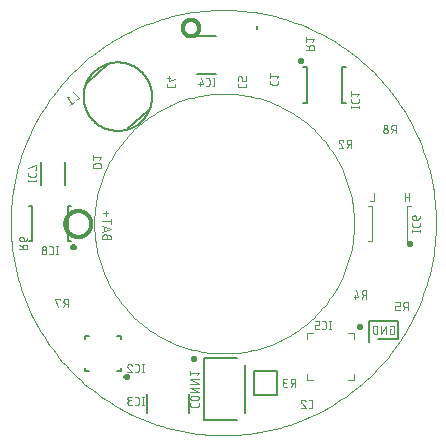
<source format=gbo>
G04 EAGLE Gerber RS-274X export*
G75*
%MOMM*%
%FSLAX35Y35*%
%LPD*%
%INsilk_bottom*%
%IPPOS*%
%AMOC8*
5,1,8,0,0,1.08239X$1,22.5*%
G01*
%ADD10C,0.010000*%
%ADD11C,0.050000*%
%ADD12C,0.050800*%
%ADD13C,0.127000*%
%ADD14C,0.101600*%
%ADD15C,0.300000*%


D10*
X1793375Y-42625D02*
X1793375Y57375D01*
X-1806625Y7375D02*
X-1806083Y51549D01*
X-1804457Y95697D01*
X-1801748Y139791D01*
X-1797958Y183806D01*
X-1793088Y227714D01*
X-1787143Y271490D01*
X-1780125Y315106D01*
X-1772039Y358538D01*
X-1762889Y401757D01*
X-1752681Y444739D01*
X-1741422Y487458D01*
X-1729118Y529887D01*
X-1715776Y572002D01*
X-1701404Y613777D01*
X-1686012Y655186D01*
X-1669608Y696205D01*
X-1652203Y736809D01*
X-1633806Y776974D01*
X-1614429Y816675D01*
X-1594083Y855889D01*
X-1572782Y894592D01*
X-1550536Y932760D01*
X-1527361Y970371D01*
X-1503270Y1007401D01*
X-1478278Y1043830D01*
X-1452399Y1079634D01*
X-1425649Y1114792D01*
X-1398044Y1149283D01*
X-1369601Y1183086D01*
X-1340337Y1216181D01*
X-1310270Y1248548D01*
X-1279417Y1280167D01*
X-1247798Y1311020D01*
X-1215431Y1341087D01*
X-1182336Y1370351D01*
X-1148533Y1398794D01*
X-1114042Y1426399D01*
X-1078884Y1453149D01*
X-1043080Y1479028D01*
X-1006651Y1504020D01*
X-969621Y1528111D01*
X-932010Y1551286D01*
X-893842Y1573532D01*
X-855139Y1594833D01*
X-815925Y1615179D01*
X-776224Y1634556D01*
X-736059Y1652953D01*
X-695455Y1670358D01*
X-654436Y1686762D01*
X-613027Y1702154D01*
X-571252Y1716526D01*
X-529137Y1729868D01*
X-486708Y1742172D01*
X-443989Y1753431D01*
X-401007Y1763639D01*
X-357788Y1772789D01*
X-314356Y1780875D01*
X-270740Y1787893D01*
X-226964Y1793838D01*
X-183056Y1798708D01*
X-139041Y1802498D01*
X-94947Y1805207D01*
X-50799Y1806833D01*
X-6625Y1807375D01*
X37549Y1806833D01*
X81697Y1805207D01*
X125791Y1802498D01*
X169806Y1798708D01*
X213714Y1793838D01*
X257490Y1787893D01*
X301106Y1780875D01*
X344538Y1772789D01*
X387757Y1763639D01*
X430739Y1753431D01*
X473458Y1742172D01*
X515887Y1729868D01*
X558002Y1716526D01*
X599777Y1702154D01*
X641186Y1686762D01*
X682205Y1670358D01*
X722809Y1652953D01*
X762974Y1634556D01*
X802675Y1615179D01*
X841889Y1594833D01*
X880592Y1573532D01*
X918760Y1551286D01*
X956371Y1528111D01*
X993401Y1504020D01*
X1029830Y1479028D01*
X1065634Y1453149D01*
X1100792Y1426399D01*
X1135283Y1398794D01*
X1169086Y1370351D01*
X1202181Y1341087D01*
X1234548Y1311020D01*
X1266167Y1280167D01*
X1297020Y1248548D01*
X1327087Y1216181D01*
X1356351Y1183086D01*
X1384794Y1149283D01*
X1412399Y1114792D01*
X1439149Y1079634D01*
X1465028Y1043830D01*
X1490020Y1007401D01*
X1514111Y970371D01*
X1537286Y932760D01*
X1559532Y894592D01*
X1580833Y855889D01*
X1601179Y816675D01*
X1620556Y776974D01*
X1638953Y736809D01*
X1656358Y696205D01*
X1672762Y655186D01*
X1688154Y613777D01*
X1702526Y572002D01*
X1715868Y529887D01*
X1728172Y487458D01*
X1739431Y444739D01*
X1749639Y401757D01*
X1758789Y358538D01*
X1766875Y315106D01*
X1773893Y271490D01*
X1779838Y227714D01*
X1784708Y183806D01*
X1788498Y139791D01*
X1791207Y95697D01*
X1792833Y51549D01*
X1793375Y7375D01*
X1792833Y-36799D01*
X1791207Y-80947D01*
X1788498Y-125041D01*
X1784708Y-169056D01*
X1779838Y-212964D01*
X1773893Y-256740D01*
X1766875Y-300356D01*
X1758789Y-343788D01*
X1749639Y-387007D01*
X1739431Y-429989D01*
X1728172Y-472708D01*
X1715868Y-515137D01*
X1702526Y-557252D01*
X1688154Y-599027D01*
X1672762Y-640436D01*
X1656358Y-681455D01*
X1638953Y-722059D01*
X1620556Y-762224D01*
X1601179Y-801925D01*
X1580833Y-841139D01*
X1559532Y-879842D01*
X1537286Y-918010D01*
X1514111Y-955621D01*
X1490020Y-992651D01*
X1465028Y-1029080D01*
X1439149Y-1064884D01*
X1412399Y-1100042D01*
X1384794Y-1134533D01*
X1356351Y-1168336D01*
X1327087Y-1201431D01*
X1297020Y-1233798D01*
X1266167Y-1265417D01*
X1234548Y-1296270D01*
X1202181Y-1326337D01*
X1169086Y-1355601D01*
X1135283Y-1384044D01*
X1100792Y-1411649D01*
X1065634Y-1438399D01*
X1029830Y-1464278D01*
X993401Y-1489270D01*
X956371Y-1513361D01*
X918760Y-1536536D01*
X880592Y-1558782D01*
X841889Y-1580083D01*
X802675Y-1600429D01*
X762974Y-1619806D01*
X722809Y-1638203D01*
X682205Y-1655608D01*
X641186Y-1672012D01*
X599777Y-1687404D01*
X558002Y-1701776D01*
X515887Y-1715118D01*
X473458Y-1727422D01*
X430739Y-1738681D01*
X387757Y-1748889D01*
X344538Y-1758039D01*
X301106Y-1766125D01*
X257490Y-1773143D01*
X213714Y-1779088D01*
X169806Y-1783958D01*
X125791Y-1787748D01*
X81697Y-1790457D01*
X37549Y-1792083D01*
X-6625Y-1792625D01*
X-50799Y-1792083D01*
X-94947Y-1790457D01*
X-139041Y-1787748D01*
X-183056Y-1783958D01*
X-226964Y-1779088D01*
X-270740Y-1773143D01*
X-314356Y-1766125D01*
X-357788Y-1758039D01*
X-401007Y-1748889D01*
X-443989Y-1738681D01*
X-486708Y-1727422D01*
X-529137Y-1715118D01*
X-571252Y-1701776D01*
X-613027Y-1687404D01*
X-654436Y-1672012D01*
X-695455Y-1655608D01*
X-736059Y-1638203D01*
X-776224Y-1619806D01*
X-815925Y-1600429D01*
X-855139Y-1580083D01*
X-893842Y-1558782D01*
X-932010Y-1536536D01*
X-969621Y-1513361D01*
X-1006651Y-1489270D01*
X-1043080Y-1464278D01*
X-1078884Y-1438399D01*
X-1114042Y-1411649D01*
X-1148533Y-1384044D01*
X-1182336Y-1355601D01*
X-1215431Y-1326337D01*
X-1247798Y-1296270D01*
X-1279417Y-1265417D01*
X-1310270Y-1233798D01*
X-1340337Y-1201431D01*
X-1369601Y-1168336D01*
X-1398044Y-1134533D01*
X-1425649Y-1100042D01*
X-1452399Y-1064884D01*
X-1478278Y-1029080D01*
X-1503270Y-992651D01*
X-1527361Y-955621D01*
X-1550536Y-918010D01*
X-1572782Y-879842D01*
X-1594083Y-841139D01*
X-1614429Y-801925D01*
X-1633806Y-762224D01*
X-1652203Y-722059D01*
X-1669608Y-681455D01*
X-1686012Y-640436D01*
X-1701404Y-599027D01*
X-1715776Y-557252D01*
X-1729118Y-515137D01*
X-1741422Y-472708D01*
X-1752681Y-429989D01*
X-1762889Y-387007D01*
X-1772039Y-343788D01*
X-1780125Y-300356D01*
X-1787143Y-256740D01*
X-1793088Y-212964D01*
X-1797958Y-169056D01*
X-1801748Y-125041D01*
X-1804457Y-80947D01*
X-1806083Y-36799D01*
X-1806625Y7375D01*
D11*
X-1100045Y0D02*
X-1099714Y26996D01*
X-1098720Y53977D01*
X-1097064Y80924D01*
X-1094748Y107823D01*
X-1091772Y134657D01*
X-1088139Y161410D01*
X-1083850Y188066D01*
X-1078908Y214608D01*
X-1073316Y241021D01*
X-1067078Y267289D01*
X-1060197Y293396D01*
X-1052677Y319326D01*
X-1044524Y345064D01*
X-1035741Y370594D01*
X-1026334Y395901D01*
X-1016309Y420969D01*
X-1005672Y445784D01*
X-994429Y470330D01*
X-982587Y494593D01*
X-970153Y518558D01*
X-957135Y542210D01*
X-943540Y565536D01*
X-929377Y588521D01*
X-914654Y611152D01*
X-899380Y633415D01*
X-883564Y655296D01*
X-867217Y676782D01*
X-850346Y697861D01*
X-832964Y718520D01*
X-815080Y738745D01*
X-796704Y758526D01*
X-777849Y777849D01*
X-758526Y796704D01*
X-738745Y815080D01*
X-718520Y832964D01*
X-697861Y850346D01*
X-676782Y867217D01*
X-655296Y883564D01*
X-633415Y899380D01*
X-611152Y914654D01*
X-588521Y929377D01*
X-565536Y943540D01*
X-542210Y957135D01*
X-518558Y970153D01*
X-494593Y982587D01*
X-470330Y994429D01*
X-445784Y1005672D01*
X-420969Y1016309D01*
X-395901Y1026334D01*
X-370594Y1035741D01*
X-345064Y1044524D01*
X-319326Y1052677D01*
X-293396Y1060197D01*
X-267289Y1067078D01*
X-241021Y1073316D01*
X-214608Y1078908D01*
X-188066Y1083850D01*
X-161410Y1088139D01*
X-134657Y1091772D01*
X-107823Y1094748D01*
X-80924Y1097064D01*
X-53977Y1098720D01*
X-26996Y1099714D01*
X0Y1100045D01*
X26996Y1099714D01*
X53977Y1098720D01*
X80924Y1097064D01*
X107823Y1094748D01*
X134657Y1091772D01*
X161410Y1088139D01*
X188066Y1083850D01*
X214608Y1078908D01*
X241021Y1073316D01*
X267289Y1067078D01*
X293396Y1060197D01*
X319326Y1052677D01*
X345064Y1044524D01*
X370594Y1035741D01*
X395901Y1026334D01*
X420969Y1016309D01*
X445784Y1005672D01*
X470330Y994429D01*
X494593Y982587D01*
X518558Y970153D01*
X542210Y957135D01*
X565536Y943540D01*
X588521Y929377D01*
X611152Y914654D01*
X633415Y899380D01*
X655296Y883564D01*
X676782Y867217D01*
X697861Y850346D01*
X718520Y832964D01*
X738745Y815080D01*
X758526Y796704D01*
X777849Y777849D01*
X796704Y758526D01*
X815080Y738745D01*
X832964Y718520D01*
X850346Y697861D01*
X867217Y676782D01*
X883564Y655296D01*
X899380Y633415D01*
X914654Y611152D01*
X929377Y588521D01*
X943540Y565536D01*
X957135Y542210D01*
X970153Y518558D01*
X982587Y494593D01*
X994429Y470330D01*
X1005672Y445784D01*
X1016309Y420969D01*
X1026334Y395901D01*
X1035741Y370594D01*
X1044524Y345064D01*
X1052677Y319326D01*
X1060197Y293396D01*
X1067078Y267289D01*
X1073316Y241021D01*
X1078908Y214608D01*
X1083850Y188066D01*
X1088139Y161410D01*
X1091772Y134657D01*
X1094748Y107823D01*
X1097064Y80924D01*
X1098720Y53977D01*
X1099714Y26996D01*
X1100045Y0D01*
X1099714Y-26996D01*
X1098720Y-53977D01*
X1097064Y-80924D01*
X1094748Y-107823D01*
X1091772Y-134657D01*
X1088139Y-161410D01*
X1083850Y-188066D01*
X1078908Y-214608D01*
X1073316Y-241021D01*
X1067078Y-267289D01*
X1060197Y-293396D01*
X1052677Y-319326D01*
X1044524Y-345064D01*
X1035741Y-370594D01*
X1026334Y-395901D01*
X1016309Y-420969D01*
X1005672Y-445784D01*
X994429Y-470330D01*
X982587Y-494593D01*
X970153Y-518558D01*
X957135Y-542210D01*
X943540Y-565536D01*
X929377Y-588521D01*
X914654Y-611152D01*
X899380Y-633415D01*
X883564Y-655296D01*
X867217Y-676782D01*
X850346Y-697861D01*
X832964Y-718520D01*
X815080Y-738745D01*
X796704Y-758526D01*
X777849Y-777849D01*
X758526Y-796704D01*
X738745Y-815080D01*
X718520Y-832964D01*
X697861Y-850346D01*
X676782Y-867217D01*
X655296Y-883564D01*
X633415Y-899380D01*
X611152Y-914654D01*
X588521Y-929377D01*
X565536Y-943540D01*
X542210Y-957135D01*
X518558Y-970153D01*
X494593Y-982587D01*
X470330Y-994429D01*
X445784Y-1005672D01*
X420969Y-1016309D01*
X395901Y-1026334D01*
X370594Y-1035741D01*
X345064Y-1044524D01*
X319326Y-1052677D01*
X293396Y-1060197D01*
X267289Y-1067078D01*
X241021Y-1073316D01*
X214608Y-1078908D01*
X188066Y-1083850D01*
X161410Y-1088139D01*
X134657Y-1091772D01*
X107823Y-1094748D01*
X80924Y-1097064D01*
X53977Y-1098720D01*
X26996Y-1099714D01*
X0Y-1100045D01*
X-26996Y-1099714D01*
X-53977Y-1098720D01*
X-80924Y-1097064D01*
X-107823Y-1094748D01*
X-134657Y-1091772D01*
X-161410Y-1088139D01*
X-188066Y-1083850D01*
X-214608Y-1078908D01*
X-241021Y-1073316D01*
X-267289Y-1067078D01*
X-293396Y-1060197D01*
X-319326Y-1052677D01*
X-345064Y-1044524D01*
X-370594Y-1035741D01*
X-395901Y-1026334D01*
X-420969Y-1016309D01*
X-445784Y-1005672D01*
X-470330Y-994429D01*
X-494593Y-982587D01*
X-518558Y-970153D01*
X-542210Y-957135D01*
X-565536Y-943540D01*
X-588521Y-929377D01*
X-611152Y-914654D01*
X-633415Y-899380D01*
X-655296Y-883564D01*
X-676782Y-867217D01*
X-697861Y-850346D01*
X-718520Y-832964D01*
X-738745Y-815080D01*
X-758526Y-796704D01*
X-777849Y-777849D01*
X-796704Y-758526D01*
X-815080Y-738745D01*
X-832964Y-718520D01*
X-850346Y-697861D01*
X-867217Y-676782D01*
X-883564Y-655296D01*
X-899380Y-633415D01*
X-914654Y-611152D01*
X-929377Y-588521D01*
X-943540Y-565536D01*
X-957135Y-542210D01*
X-970153Y-518558D01*
X-982587Y-494593D01*
X-994429Y-470330D01*
X-1005672Y-445784D01*
X-1016309Y-420969D01*
X-1026334Y-395901D01*
X-1035741Y-370594D01*
X-1044524Y-345064D01*
X-1052677Y-319326D01*
X-1060197Y-293396D01*
X-1067078Y-267289D01*
X-1073316Y-241021D01*
X-1078908Y-214608D01*
X-1083850Y-188066D01*
X-1088139Y-161410D01*
X-1091772Y-134657D01*
X-1094748Y-107823D01*
X-1097064Y-80924D01*
X-1098720Y-53977D01*
X-1099714Y-26996D01*
X-1100045Y0D01*
D12*
X-991116Y-109356D02*
X-991116Y-128778D01*
X-991116Y-109356D02*
X-991122Y-108883D01*
X-991139Y-108410D01*
X-991168Y-107938D01*
X-991208Y-107467D01*
X-991260Y-106997D01*
X-991323Y-106528D01*
X-991398Y-106061D01*
X-991483Y-105596D01*
X-991581Y-105133D01*
X-991689Y-104673D01*
X-991809Y-104215D01*
X-991939Y-103761D01*
X-992081Y-103309D01*
X-992234Y-102862D01*
X-992398Y-102418D01*
X-992572Y-101978D01*
X-992757Y-101543D01*
X-992952Y-101112D01*
X-993158Y-100686D01*
X-993375Y-100266D01*
X-993601Y-99851D01*
X-993838Y-99441D01*
X-994084Y-99037D01*
X-994340Y-98640D01*
X-994606Y-98248D01*
X-994881Y-97864D01*
X-995166Y-97486D01*
X-995459Y-97115D01*
X-995762Y-96751D01*
X-996073Y-96395D01*
X-996393Y-96047D01*
X-996721Y-95706D01*
X-997058Y-95374D01*
X-997402Y-95050D01*
X-997754Y-94734D01*
X-998114Y-94427D01*
X-998481Y-94129D01*
X-998856Y-93840D01*
X-999237Y-93560D01*
X-999625Y-93290D01*
X-1000020Y-93029D01*
X-1000420Y-92778D01*
X-1000827Y-92536D01*
X-1001239Y-92305D01*
X-1001657Y-92083D01*
X-1002081Y-91872D01*
X-1002509Y-91671D01*
X-1002942Y-91481D01*
X-1003379Y-91301D01*
X-1003821Y-91132D01*
X-1004267Y-90974D01*
X-1004716Y-90827D01*
X-1005169Y-90691D01*
X-1005626Y-90566D01*
X-1006085Y-90451D01*
X-1006546Y-90349D01*
X-1007010Y-90257D01*
X-1007476Y-90177D01*
X-1007944Y-90108D01*
X-1008414Y-90051D01*
X-1008885Y-90005D01*
X-1009356Y-89970D01*
X-1009829Y-89947D01*
X-1010302Y-89935D01*
X-1010774Y-89935D01*
X-1011247Y-89947D01*
X-1011720Y-89970D01*
X-1012191Y-90005D01*
X-1012662Y-90051D01*
X-1013132Y-90108D01*
X-1013600Y-90177D01*
X-1014066Y-90257D01*
X-1014530Y-90349D01*
X-1014991Y-90451D01*
X-1015450Y-90566D01*
X-1015907Y-90691D01*
X-1016360Y-90827D01*
X-1016809Y-90974D01*
X-1017255Y-91132D01*
X-1017697Y-91301D01*
X-1018134Y-91481D01*
X-1018567Y-91671D01*
X-1018995Y-91872D01*
X-1019419Y-92083D01*
X-1019837Y-92305D01*
X-1020249Y-92536D01*
X-1020656Y-92778D01*
X-1021056Y-93029D01*
X-1021451Y-93290D01*
X-1021839Y-93560D01*
X-1022220Y-93840D01*
X-1022595Y-94129D01*
X-1022962Y-94427D01*
X-1023322Y-94734D01*
X-1023674Y-95050D01*
X-1024018Y-95374D01*
X-1024355Y-95706D01*
X-1024683Y-96047D01*
X-1025003Y-96395D01*
X-1025314Y-96751D01*
X-1025617Y-97115D01*
X-1025910Y-97486D01*
X-1026195Y-97864D01*
X-1026470Y-98248D01*
X-1026736Y-98640D01*
X-1026992Y-99037D01*
X-1027238Y-99441D01*
X-1027475Y-99851D01*
X-1027701Y-100266D01*
X-1027918Y-100686D01*
X-1028124Y-101112D01*
X-1028319Y-101543D01*
X-1028504Y-101978D01*
X-1028678Y-102418D01*
X-1028842Y-102862D01*
X-1028995Y-103309D01*
X-1029137Y-103761D01*
X-1029267Y-104215D01*
X-1029387Y-104673D01*
X-1029495Y-105133D01*
X-1029593Y-105596D01*
X-1029678Y-106061D01*
X-1029753Y-106528D01*
X-1029816Y-106997D01*
X-1029868Y-107467D01*
X-1029908Y-107938D01*
X-1029937Y-108410D01*
X-1029954Y-108883D01*
X-1029960Y-109356D01*
X-1029960Y-128778D01*
X-960040Y-128778D01*
X-960040Y-109356D01*
X-960045Y-108978D01*
X-960058Y-108599D01*
X-960081Y-108222D01*
X-960114Y-107845D01*
X-960155Y-107469D01*
X-960206Y-107094D01*
X-960265Y-106720D01*
X-960334Y-106348D01*
X-960412Y-105978D01*
X-960498Y-105609D01*
X-960594Y-105243D01*
X-960699Y-104880D01*
X-960812Y-104519D01*
X-960934Y-104160D01*
X-961065Y-103805D01*
X-961205Y-103454D01*
X-961353Y-103105D01*
X-961509Y-102761D01*
X-961674Y-102420D01*
X-961847Y-102084D01*
X-962028Y-101751D01*
X-962217Y-101424D01*
X-962414Y-101101D01*
X-962619Y-100783D01*
X-962832Y-100470D01*
X-963052Y-100162D01*
X-963280Y-99860D01*
X-963515Y-99563D01*
X-963757Y-99272D01*
X-964006Y-98987D01*
X-964262Y-98708D01*
X-964524Y-98436D01*
X-964793Y-98170D01*
X-965069Y-97911D01*
X-965351Y-97658D01*
X-965639Y-97413D01*
X-965933Y-97174D01*
X-966232Y-96943D01*
X-966537Y-96719D01*
X-966847Y-96503D01*
X-967163Y-96294D01*
X-967484Y-96093D01*
X-967809Y-95900D01*
X-968139Y-95715D01*
X-968473Y-95537D01*
X-968812Y-95368D01*
X-969155Y-95208D01*
X-969501Y-95056D01*
X-969851Y-94912D01*
X-970204Y-94777D01*
X-970561Y-94650D01*
X-970921Y-94532D01*
X-971283Y-94423D01*
X-971648Y-94323D01*
X-972015Y-94232D01*
X-972384Y-94150D01*
X-972756Y-94076D01*
X-973129Y-94012D01*
X-973503Y-93957D01*
X-973879Y-93911D01*
X-974255Y-93874D01*
X-974633Y-93847D01*
X-975011Y-93828D01*
X-975389Y-93819D01*
X-975767Y-93819D01*
X-976145Y-93828D01*
X-976523Y-93847D01*
X-976901Y-93874D01*
X-977277Y-93911D01*
X-977653Y-93957D01*
X-978027Y-94012D01*
X-978400Y-94076D01*
X-978772Y-94150D01*
X-979141Y-94232D01*
X-979508Y-94323D01*
X-979873Y-94423D01*
X-980235Y-94532D01*
X-980595Y-94650D01*
X-980952Y-94777D01*
X-981305Y-94912D01*
X-981655Y-95056D01*
X-982001Y-95208D01*
X-982344Y-95368D01*
X-982683Y-95537D01*
X-983017Y-95715D01*
X-983347Y-95900D01*
X-983672Y-96093D01*
X-983993Y-96294D01*
X-984309Y-96503D01*
X-984619Y-96719D01*
X-984924Y-96943D01*
X-985223Y-97174D01*
X-985517Y-97413D01*
X-985805Y-97658D01*
X-986087Y-97911D01*
X-986363Y-98170D01*
X-986632Y-98436D01*
X-986894Y-98708D01*
X-987150Y-98987D01*
X-987399Y-99272D01*
X-987641Y-99563D01*
X-987876Y-99860D01*
X-988104Y-100162D01*
X-988324Y-100470D01*
X-988537Y-100783D01*
X-988742Y-101101D01*
X-988939Y-101424D01*
X-989128Y-101751D01*
X-989309Y-102084D01*
X-989482Y-102420D01*
X-989647Y-102761D01*
X-989803Y-103105D01*
X-989951Y-103454D01*
X-990091Y-103805D01*
X-990222Y-104160D01*
X-990344Y-104519D01*
X-990457Y-104880D01*
X-990562Y-105243D01*
X-990658Y-105609D01*
X-990744Y-105978D01*
X-990822Y-106348D01*
X-990891Y-106720D01*
X-990950Y-107094D01*
X-991001Y-107469D01*
X-991042Y-107845D01*
X-991075Y-108222D01*
X-991098Y-108599D01*
X-991111Y-108978D01*
X-991116Y-109356D01*
X-1029960Y-68336D02*
X-960040Y-45029D01*
X-1029960Y-21723D01*
X-1012480Y-27549D02*
X-1012480Y-62509D01*
X-1029960Y17971D02*
X-960040Y17971D01*
X-960040Y-1451D02*
X-960040Y37393D01*
X-1002769Y62164D02*
X-1002769Y108778D01*
X-979463Y85471D02*
X-1026076Y85471D01*
X1402578Y-896116D02*
X1414231Y-896116D01*
X1402578Y-896116D02*
X1402578Y-934960D01*
X1425885Y-934960D01*
X1425885Y-934961D02*
X1426260Y-934956D01*
X1426636Y-934943D01*
X1427010Y-934920D01*
X1427385Y-934888D01*
X1427758Y-934848D01*
X1428130Y-934798D01*
X1428501Y-934739D01*
X1428870Y-934672D01*
X1429238Y-934595D01*
X1429603Y-934509D01*
X1429967Y-934415D01*
X1430328Y-934312D01*
X1430687Y-934201D01*
X1431042Y-934080D01*
X1431395Y-933951D01*
X1431744Y-933814D01*
X1432090Y-933668D01*
X1432433Y-933514D01*
X1432771Y-933352D01*
X1433106Y-933181D01*
X1433436Y-933003D01*
X1433762Y-932816D01*
X1434083Y-932622D01*
X1434400Y-932420D01*
X1434712Y-932211D01*
X1435018Y-931994D01*
X1435319Y-931769D01*
X1435615Y-931538D01*
X1435905Y-931299D01*
X1436189Y-931053D01*
X1436467Y-930801D01*
X1436738Y-930542D01*
X1437004Y-930276D01*
X1437263Y-930005D01*
X1437515Y-929727D01*
X1437761Y-929443D01*
X1438000Y-929153D01*
X1438231Y-928857D01*
X1438456Y-928556D01*
X1438673Y-928250D01*
X1438882Y-927938D01*
X1439084Y-927621D01*
X1439278Y-927300D01*
X1439465Y-926974D01*
X1439643Y-926644D01*
X1439814Y-926309D01*
X1439976Y-925971D01*
X1440130Y-925628D01*
X1440276Y-925282D01*
X1440413Y-924933D01*
X1440542Y-924580D01*
X1440663Y-924225D01*
X1440774Y-923866D01*
X1440877Y-923505D01*
X1440971Y-923141D01*
X1441057Y-922776D01*
X1441134Y-922408D01*
X1441201Y-922039D01*
X1441260Y-921668D01*
X1441310Y-921296D01*
X1441350Y-920923D01*
X1441382Y-920548D01*
X1441405Y-920174D01*
X1441418Y-919798D01*
X1441423Y-919423D01*
X1441422Y-919423D02*
X1441422Y-880578D01*
X1441417Y-880197D01*
X1441403Y-879816D01*
X1441380Y-879435D01*
X1441347Y-879055D01*
X1441305Y-878676D01*
X1441254Y-878298D01*
X1441193Y-877922D01*
X1441123Y-877547D01*
X1441044Y-877174D01*
X1440956Y-876803D01*
X1440859Y-876434D01*
X1440753Y-876068D01*
X1440638Y-875704D01*
X1440514Y-875344D01*
X1440381Y-874986D01*
X1440239Y-874632D01*
X1440089Y-874282D01*
X1439930Y-873935D01*
X1439763Y-873592D01*
X1439587Y-873254D01*
X1439404Y-872920D01*
X1439211Y-872590D01*
X1439011Y-872265D01*
X1438804Y-871946D01*
X1438588Y-871631D01*
X1438364Y-871322D01*
X1438133Y-871019D01*
X1437895Y-870721D01*
X1437650Y-870429D01*
X1437397Y-870144D01*
X1437138Y-869864D01*
X1436871Y-869591D01*
X1436598Y-869325D01*
X1436319Y-869065D01*
X1436033Y-868813D01*
X1435741Y-868567D01*
X1435444Y-868329D01*
X1435140Y-868098D01*
X1434831Y-867875D01*
X1434517Y-867659D01*
X1434197Y-867451D01*
X1433872Y-867251D01*
X1433543Y-867059D01*
X1433209Y-866875D01*
X1432870Y-866699D01*
X1432528Y-866532D01*
X1432181Y-866373D01*
X1431831Y-866223D01*
X1431476Y-866081D01*
X1431119Y-865948D01*
X1430758Y-865824D01*
X1430395Y-865709D01*
X1430029Y-865603D01*
X1429660Y-865506D01*
X1429289Y-865418D01*
X1428916Y-865339D01*
X1428541Y-865269D01*
X1428164Y-865208D01*
X1427787Y-865157D01*
X1427408Y-865115D01*
X1427028Y-865082D01*
X1426647Y-865059D01*
X1426266Y-865045D01*
X1425885Y-865040D01*
X1402578Y-865040D01*
X1369422Y-865040D02*
X1369422Y-934960D01*
X1330578Y-934960D02*
X1369422Y-865040D01*
X1330578Y-865040D02*
X1330578Y-934960D01*
X1297422Y-934960D02*
X1297422Y-865040D01*
X1278000Y-865040D01*
X1277531Y-865046D01*
X1277062Y-865063D01*
X1276593Y-865091D01*
X1276125Y-865131D01*
X1275659Y-865182D01*
X1275194Y-865244D01*
X1274730Y-865317D01*
X1274268Y-865402D01*
X1273809Y-865498D01*
X1273352Y-865604D01*
X1272897Y-865722D01*
X1272446Y-865851D01*
X1271998Y-865991D01*
X1271553Y-866141D01*
X1271113Y-866302D01*
X1270676Y-866474D01*
X1270243Y-866656D01*
X1269815Y-866849D01*
X1269392Y-867052D01*
X1268974Y-867265D01*
X1268561Y-867488D01*
X1268153Y-867721D01*
X1267752Y-867964D01*
X1267356Y-868216D01*
X1266966Y-868478D01*
X1266583Y-868749D01*
X1266207Y-869030D01*
X1265838Y-869319D01*
X1265475Y-869618D01*
X1265120Y-869925D01*
X1264773Y-870240D01*
X1264433Y-870564D01*
X1264101Y-870896D01*
X1263777Y-871236D01*
X1263462Y-871583D01*
X1263155Y-871938D01*
X1262856Y-872301D01*
X1262567Y-872670D01*
X1262286Y-873046D01*
X1262015Y-873429D01*
X1261753Y-873819D01*
X1261501Y-874215D01*
X1261258Y-874616D01*
X1261025Y-875024D01*
X1260802Y-875437D01*
X1260589Y-875855D01*
X1260386Y-876278D01*
X1260193Y-876706D01*
X1260011Y-877139D01*
X1259839Y-877576D01*
X1259678Y-878016D01*
X1259528Y-878461D01*
X1259388Y-878909D01*
X1259259Y-879360D01*
X1259141Y-879815D01*
X1259035Y-880272D01*
X1258939Y-880731D01*
X1258854Y-881193D01*
X1258781Y-881657D01*
X1258719Y-882122D01*
X1258668Y-882588D01*
X1258628Y-883056D01*
X1258600Y-883525D01*
X1258583Y-883994D01*
X1258577Y-884463D01*
X1258578Y-884463D02*
X1258578Y-915538D01*
X1258584Y-916007D01*
X1258601Y-916476D01*
X1258629Y-916945D01*
X1258669Y-917413D01*
X1258720Y-917879D01*
X1258782Y-918344D01*
X1258855Y-918808D01*
X1258940Y-919270D01*
X1259036Y-919729D01*
X1259142Y-920186D01*
X1259260Y-920640D01*
X1259389Y-921092D01*
X1259529Y-921540D01*
X1259679Y-921984D01*
X1259840Y-922425D01*
X1260012Y-922862D01*
X1260194Y-923295D01*
X1260387Y-923723D01*
X1260590Y-924146D01*
X1260803Y-924564D01*
X1261026Y-924977D01*
X1261259Y-925384D01*
X1261502Y-925786D01*
X1261754Y-926182D01*
X1262016Y-926571D01*
X1262287Y-926954D01*
X1262568Y-927330D01*
X1262857Y-927700D01*
X1263156Y-928062D01*
X1263463Y-928417D01*
X1263778Y-928765D01*
X1264102Y-929105D01*
X1264434Y-929436D01*
X1264773Y-929760D01*
X1265121Y-930076D01*
X1265476Y-930383D01*
X1265838Y-930681D01*
X1266208Y-930970D01*
X1266584Y-931251D01*
X1266967Y-931522D01*
X1267357Y-931784D01*
X1267752Y-932036D01*
X1268154Y-932279D01*
X1268561Y-932512D01*
X1268974Y-932735D01*
X1269393Y-932949D01*
X1269816Y-933151D01*
X1270244Y-933344D01*
X1270676Y-933526D01*
X1271113Y-933698D01*
X1271554Y-933859D01*
X1271999Y-934009D01*
X1272447Y-934149D01*
X1272898Y-934278D01*
X1273352Y-934396D01*
X1273809Y-934502D01*
X1274269Y-934598D01*
X1274730Y-934683D01*
X1275194Y-934756D01*
X1275659Y-934818D01*
X1276126Y-934869D01*
X1276593Y-934909D01*
X1277062Y-934937D01*
X1277531Y-934954D01*
X1278000Y-934960D01*
X1297422Y-934960D01*
D13*
X275000Y1650000D02*
X275000Y1675000D01*
X1225000Y-825000D02*
X1475000Y-825000D01*
X1475000Y-975000D01*
X1300000Y-975000D01*
X1225000Y-1000000D02*
X1225000Y-825000D01*
D12*
X732100Y-1559960D02*
X716563Y-1559960D01*
X732100Y-1559961D02*
X732475Y-1559956D01*
X732851Y-1559943D01*
X733225Y-1559920D01*
X733600Y-1559888D01*
X733973Y-1559848D01*
X734345Y-1559798D01*
X734716Y-1559739D01*
X735085Y-1559672D01*
X735453Y-1559595D01*
X735818Y-1559509D01*
X736182Y-1559415D01*
X736543Y-1559312D01*
X736902Y-1559201D01*
X737257Y-1559080D01*
X737610Y-1558951D01*
X737959Y-1558814D01*
X738305Y-1558668D01*
X738648Y-1558514D01*
X738986Y-1558352D01*
X739321Y-1558181D01*
X739651Y-1558003D01*
X739977Y-1557816D01*
X740298Y-1557622D01*
X740615Y-1557420D01*
X740927Y-1557211D01*
X741233Y-1556994D01*
X741534Y-1556769D01*
X741830Y-1556538D01*
X742120Y-1556299D01*
X742404Y-1556053D01*
X742682Y-1555801D01*
X742953Y-1555542D01*
X743219Y-1555276D01*
X743478Y-1555005D01*
X743730Y-1554727D01*
X743976Y-1554443D01*
X744215Y-1554153D01*
X744446Y-1553857D01*
X744671Y-1553556D01*
X744888Y-1553250D01*
X745097Y-1552938D01*
X745299Y-1552621D01*
X745493Y-1552300D01*
X745680Y-1551974D01*
X745858Y-1551644D01*
X746029Y-1551309D01*
X746191Y-1550971D01*
X746345Y-1550628D01*
X746491Y-1550282D01*
X746628Y-1549933D01*
X746757Y-1549580D01*
X746878Y-1549225D01*
X746989Y-1548866D01*
X747092Y-1548505D01*
X747186Y-1548141D01*
X747272Y-1547776D01*
X747349Y-1547408D01*
X747416Y-1547039D01*
X747475Y-1546668D01*
X747525Y-1546296D01*
X747565Y-1545923D01*
X747597Y-1545548D01*
X747620Y-1545174D01*
X747633Y-1544798D01*
X747638Y-1544423D01*
X747638Y-1505578D01*
X747633Y-1505197D01*
X747619Y-1504816D01*
X747596Y-1504435D01*
X747563Y-1504055D01*
X747521Y-1503676D01*
X747470Y-1503298D01*
X747409Y-1502922D01*
X747339Y-1502547D01*
X747260Y-1502174D01*
X747172Y-1501803D01*
X747075Y-1501434D01*
X746969Y-1501068D01*
X746854Y-1500704D01*
X746730Y-1500344D01*
X746597Y-1499986D01*
X746455Y-1499632D01*
X746305Y-1499282D01*
X746146Y-1498935D01*
X745979Y-1498592D01*
X745803Y-1498254D01*
X745620Y-1497920D01*
X745427Y-1497590D01*
X745227Y-1497265D01*
X745020Y-1496946D01*
X744804Y-1496631D01*
X744580Y-1496322D01*
X744349Y-1496019D01*
X744111Y-1495721D01*
X743866Y-1495429D01*
X743613Y-1495144D01*
X743354Y-1494864D01*
X743087Y-1494591D01*
X742814Y-1494325D01*
X742535Y-1494065D01*
X742249Y-1493813D01*
X741957Y-1493567D01*
X741660Y-1493329D01*
X741356Y-1493098D01*
X741047Y-1492875D01*
X740733Y-1492659D01*
X740413Y-1492451D01*
X740088Y-1492251D01*
X739759Y-1492059D01*
X739425Y-1491875D01*
X739086Y-1491699D01*
X738744Y-1491532D01*
X738397Y-1491373D01*
X738047Y-1491223D01*
X737692Y-1491081D01*
X737335Y-1490948D01*
X736974Y-1490824D01*
X736611Y-1490709D01*
X736245Y-1490603D01*
X735876Y-1490506D01*
X735505Y-1490418D01*
X735132Y-1490339D01*
X734757Y-1490269D01*
X734380Y-1490208D01*
X734003Y-1490157D01*
X733624Y-1490115D01*
X733244Y-1490082D01*
X732863Y-1490059D01*
X732482Y-1490045D01*
X732101Y-1490040D01*
X732100Y-1490040D02*
X716563Y-1490040D01*
X669843Y-1490040D02*
X669421Y-1490045D01*
X668998Y-1490060D01*
X668577Y-1490086D01*
X668156Y-1490122D01*
X667736Y-1490167D01*
X667317Y-1490223D01*
X666900Y-1490290D01*
X666485Y-1490366D01*
X666071Y-1490452D01*
X665660Y-1490548D01*
X665251Y-1490654D01*
X664845Y-1490770D01*
X664441Y-1490896D01*
X664041Y-1491031D01*
X663645Y-1491176D01*
X663251Y-1491330D01*
X662862Y-1491494D01*
X662477Y-1491668D01*
X662096Y-1491850D01*
X661720Y-1492042D01*
X661348Y-1492243D01*
X660981Y-1492453D01*
X660620Y-1492671D01*
X660264Y-1492899D01*
X659913Y-1493134D01*
X659569Y-1493378D01*
X659230Y-1493631D01*
X658897Y-1493891D01*
X658571Y-1494160D01*
X658252Y-1494436D01*
X657939Y-1494720D01*
X657633Y-1495011D01*
X657334Y-1495310D01*
X657043Y-1495616D01*
X656759Y-1495929D01*
X656483Y-1496248D01*
X656214Y-1496574D01*
X655954Y-1496907D01*
X655701Y-1497246D01*
X655457Y-1497590D01*
X655222Y-1497941D01*
X654994Y-1498297D01*
X654776Y-1498658D01*
X654566Y-1499025D01*
X654365Y-1499397D01*
X654173Y-1499773D01*
X653991Y-1500154D01*
X653817Y-1500539D01*
X653653Y-1500928D01*
X653499Y-1501322D01*
X653354Y-1501718D01*
X653219Y-1502118D01*
X653093Y-1502522D01*
X652977Y-1502928D01*
X652871Y-1503337D01*
X652775Y-1503748D01*
X652689Y-1504162D01*
X652613Y-1504577D01*
X652546Y-1504994D01*
X652490Y-1505413D01*
X652445Y-1505833D01*
X652409Y-1506254D01*
X652383Y-1506675D01*
X652368Y-1507098D01*
X652363Y-1507520D01*
X669843Y-1490040D02*
X670386Y-1490047D01*
X670929Y-1490066D01*
X671471Y-1490099D01*
X672012Y-1490145D01*
X672552Y-1490204D01*
X673090Y-1490276D01*
X673627Y-1490361D01*
X674161Y-1490459D01*
X674693Y-1490570D01*
X675221Y-1490694D01*
X675747Y-1490830D01*
X676269Y-1490979D01*
X676788Y-1491141D01*
X677302Y-1491315D01*
X677812Y-1491502D01*
X678318Y-1491700D01*
X678818Y-1491911D01*
X679313Y-1492135D01*
X679803Y-1492369D01*
X680287Y-1492616D01*
X680764Y-1492875D01*
X681236Y-1493144D01*
X681700Y-1493426D01*
X682158Y-1493718D01*
X682609Y-1494021D01*
X683052Y-1494335D01*
X683487Y-1494660D01*
X683914Y-1494995D01*
X684334Y-1495341D01*
X684744Y-1495696D01*
X685146Y-1496061D01*
X685539Y-1496436D01*
X685923Y-1496820D01*
X686297Y-1497214D01*
X686662Y-1497616D01*
X687017Y-1498027D01*
X687362Y-1498447D01*
X687697Y-1498875D01*
X688021Y-1499310D01*
X688334Y-1499754D01*
X688637Y-1500205D01*
X688929Y-1500663D01*
X689209Y-1501128D01*
X689479Y-1501599D01*
X689736Y-1502077D01*
X689983Y-1502562D01*
X690217Y-1503051D01*
X690439Y-1503547D01*
X690650Y-1504048D01*
X690848Y-1504553D01*
X691034Y-1505064D01*
X691208Y-1505578D01*
X658190Y-1521115D02*
X657860Y-1520794D01*
X657538Y-1520464D01*
X657225Y-1520126D01*
X656920Y-1519781D01*
X656623Y-1519428D01*
X656335Y-1519069D01*
X656056Y-1518702D01*
X655787Y-1518329D01*
X655526Y-1517949D01*
X655275Y-1517563D01*
X655033Y-1517170D01*
X654801Y-1516772D01*
X654579Y-1516369D01*
X654367Y-1515960D01*
X654165Y-1515546D01*
X653973Y-1515127D01*
X653792Y-1514703D01*
X653621Y-1514276D01*
X653460Y-1513844D01*
X653310Y-1513408D01*
X653171Y-1512969D01*
X653043Y-1512526D01*
X652925Y-1512081D01*
X652819Y-1511633D01*
X652724Y-1511182D01*
X652639Y-1510729D01*
X652566Y-1510274D01*
X652504Y-1509818D01*
X652453Y-1509360D01*
X652414Y-1508901D01*
X652386Y-1508441D01*
X652369Y-1507981D01*
X652363Y-1507520D01*
X658189Y-1521116D02*
X691207Y-1559960D01*
X652363Y-1559960D01*
X-1040039Y470703D02*
X-1109959Y470703D01*
X-1040039Y470703D02*
X-1040039Y490126D01*
X-1040045Y490595D01*
X-1040062Y491064D01*
X-1040090Y491533D01*
X-1040130Y492001D01*
X-1040181Y492467D01*
X-1040243Y492932D01*
X-1040316Y493396D01*
X-1040401Y493858D01*
X-1040497Y494317D01*
X-1040603Y494774D01*
X-1040721Y495228D01*
X-1040850Y495680D01*
X-1040990Y496128D01*
X-1041140Y496572D01*
X-1041301Y497013D01*
X-1041473Y497450D01*
X-1041655Y497883D01*
X-1041848Y498311D01*
X-1042051Y498734D01*
X-1042264Y499152D01*
X-1042487Y499565D01*
X-1042720Y499972D01*
X-1042963Y500374D01*
X-1043215Y500770D01*
X-1043477Y501159D01*
X-1043748Y501542D01*
X-1044029Y501918D01*
X-1044318Y502288D01*
X-1044617Y502650D01*
X-1044924Y503005D01*
X-1045239Y503353D01*
X-1045563Y503693D01*
X-1045895Y504024D01*
X-1046234Y504348D01*
X-1046582Y504664D01*
X-1046937Y504971D01*
X-1047299Y505269D01*
X-1047669Y505558D01*
X-1048045Y505839D01*
X-1048428Y506110D01*
X-1048818Y506372D01*
X-1049213Y506624D01*
X-1049615Y506867D01*
X-1050022Y507100D01*
X-1050435Y507323D01*
X-1050854Y507537D01*
X-1051277Y507739D01*
X-1051705Y507932D01*
X-1052137Y508114D01*
X-1052574Y508286D01*
X-1053015Y508447D01*
X-1053460Y508597D01*
X-1053908Y508737D01*
X-1054359Y508866D01*
X-1054813Y508984D01*
X-1055270Y509090D01*
X-1055730Y509186D01*
X-1056191Y509271D01*
X-1056655Y509344D01*
X-1057120Y509406D01*
X-1057587Y509457D01*
X-1058054Y509497D01*
X-1058523Y509525D01*
X-1058992Y509542D01*
X-1059461Y509548D01*
X-1059462Y509548D02*
X-1090537Y509548D01*
X-1091006Y509542D01*
X-1091475Y509525D01*
X-1091944Y509497D01*
X-1092411Y509457D01*
X-1092878Y509406D01*
X-1093343Y509344D01*
X-1093807Y509271D01*
X-1094268Y509186D01*
X-1094728Y509090D01*
X-1095185Y508984D01*
X-1095639Y508866D01*
X-1096091Y508737D01*
X-1096539Y508597D01*
X-1096983Y508447D01*
X-1097424Y508286D01*
X-1097861Y508114D01*
X-1098293Y507932D01*
X-1098721Y507739D01*
X-1099145Y507536D01*
X-1099563Y507323D01*
X-1099976Y507100D01*
X-1100383Y506867D01*
X-1100785Y506624D01*
X-1101180Y506372D01*
X-1101570Y506110D01*
X-1101953Y505839D01*
X-1102329Y505558D01*
X-1102699Y505269D01*
X-1103061Y504971D01*
X-1103416Y504664D01*
X-1103764Y504348D01*
X-1104103Y504024D01*
X-1104435Y503692D01*
X-1104759Y503353D01*
X-1105075Y503005D01*
X-1105382Y502650D01*
X-1105680Y502288D01*
X-1105969Y501918D01*
X-1106250Y501542D01*
X-1106521Y501159D01*
X-1106783Y500769D01*
X-1107035Y500374D01*
X-1107278Y499972D01*
X-1107511Y499565D01*
X-1107734Y499152D01*
X-1107947Y498734D01*
X-1108150Y498310D01*
X-1108343Y497882D01*
X-1108525Y497450D01*
X-1108697Y497013D01*
X-1108858Y496572D01*
X-1109008Y496128D01*
X-1109148Y495680D01*
X-1109277Y495228D01*
X-1109395Y494774D01*
X-1109501Y494317D01*
X-1109597Y493857D01*
X-1109682Y493396D01*
X-1109755Y492932D01*
X-1109817Y492467D01*
X-1109868Y492000D01*
X-1109908Y491533D01*
X-1109936Y491064D01*
X-1109953Y490595D01*
X-1109959Y490126D01*
X-1109959Y470703D01*
X-1055577Y540453D02*
X-1040039Y559876D01*
X-1109959Y559876D01*
X-1109959Y579298D02*
X-1109959Y540453D01*
D14*
X1050000Y-925000D02*
X1100000Y-925000D01*
X1100000Y-975000D01*
X1100000Y-1325000D02*
X1050000Y-1325000D01*
X1100000Y-1325000D02*
X1100000Y-1275000D01*
X750000Y-1325000D02*
X700000Y-1325000D01*
X700000Y-1275000D01*
X700000Y-925000D02*
X750000Y-925000D01*
X700000Y-925000D02*
X700000Y-975000D01*
D15*
X1140000Y-875000D02*
X1140003Y-874755D01*
X1140012Y-874509D01*
X1140027Y-874264D01*
X1140048Y-874020D01*
X1140075Y-873776D01*
X1140108Y-873533D01*
X1140147Y-873290D01*
X1140192Y-873049D01*
X1140243Y-872809D01*
X1140300Y-872570D01*
X1140362Y-872333D01*
X1140431Y-872097D01*
X1140505Y-871863D01*
X1140585Y-871631D01*
X1140670Y-871401D01*
X1140761Y-871173D01*
X1140858Y-870948D01*
X1140960Y-870724D01*
X1141068Y-870504D01*
X1141181Y-870286D01*
X1141299Y-870071D01*
X1141423Y-869859D01*
X1141551Y-869650D01*
X1141685Y-869444D01*
X1141824Y-869242D01*
X1141968Y-869043D01*
X1142117Y-868848D01*
X1142270Y-868656D01*
X1142428Y-868468D01*
X1142590Y-868284D01*
X1142758Y-868105D01*
X1142929Y-867929D01*
X1143105Y-867758D01*
X1143284Y-867590D01*
X1143468Y-867428D01*
X1143656Y-867270D01*
X1143848Y-867117D01*
X1144043Y-866968D01*
X1144242Y-866824D01*
X1144444Y-866685D01*
X1144650Y-866551D01*
X1144859Y-866423D01*
X1145071Y-866299D01*
X1145286Y-866181D01*
X1145504Y-866068D01*
X1145724Y-865960D01*
X1145948Y-865858D01*
X1146173Y-865761D01*
X1146401Y-865670D01*
X1146631Y-865585D01*
X1146863Y-865505D01*
X1147097Y-865431D01*
X1147333Y-865362D01*
X1147570Y-865300D01*
X1147809Y-865243D01*
X1148049Y-865192D01*
X1148290Y-865147D01*
X1148533Y-865108D01*
X1148776Y-865075D01*
X1149020Y-865048D01*
X1149264Y-865027D01*
X1149509Y-865012D01*
X1149755Y-865003D01*
X1150000Y-865000D01*
X1150245Y-865003D01*
X1150491Y-865012D01*
X1150736Y-865027D01*
X1150980Y-865048D01*
X1151224Y-865075D01*
X1151467Y-865108D01*
X1151710Y-865147D01*
X1151951Y-865192D01*
X1152191Y-865243D01*
X1152430Y-865300D01*
X1152667Y-865362D01*
X1152903Y-865431D01*
X1153137Y-865505D01*
X1153369Y-865585D01*
X1153599Y-865670D01*
X1153827Y-865761D01*
X1154052Y-865858D01*
X1154276Y-865960D01*
X1154496Y-866068D01*
X1154714Y-866181D01*
X1154929Y-866299D01*
X1155141Y-866423D01*
X1155350Y-866551D01*
X1155556Y-866685D01*
X1155758Y-866824D01*
X1155957Y-866968D01*
X1156152Y-867117D01*
X1156344Y-867270D01*
X1156532Y-867428D01*
X1156716Y-867590D01*
X1156895Y-867758D01*
X1157071Y-867929D01*
X1157242Y-868105D01*
X1157410Y-868284D01*
X1157572Y-868468D01*
X1157730Y-868656D01*
X1157883Y-868848D01*
X1158032Y-869043D01*
X1158176Y-869242D01*
X1158315Y-869444D01*
X1158449Y-869650D01*
X1158577Y-869859D01*
X1158701Y-870071D01*
X1158819Y-870286D01*
X1158932Y-870504D01*
X1159040Y-870724D01*
X1159142Y-870948D01*
X1159239Y-871173D01*
X1159330Y-871401D01*
X1159415Y-871631D01*
X1159495Y-871863D01*
X1159569Y-872097D01*
X1159638Y-872333D01*
X1159700Y-872570D01*
X1159757Y-872809D01*
X1159808Y-873049D01*
X1159853Y-873290D01*
X1159892Y-873533D01*
X1159925Y-873776D01*
X1159952Y-874020D01*
X1159973Y-874264D01*
X1159988Y-874509D01*
X1159997Y-874755D01*
X1160000Y-875000D01*
X1159997Y-875245D01*
X1159988Y-875491D01*
X1159973Y-875736D01*
X1159952Y-875980D01*
X1159925Y-876224D01*
X1159892Y-876467D01*
X1159853Y-876710D01*
X1159808Y-876951D01*
X1159757Y-877191D01*
X1159700Y-877430D01*
X1159638Y-877667D01*
X1159569Y-877903D01*
X1159495Y-878137D01*
X1159415Y-878369D01*
X1159330Y-878599D01*
X1159239Y-878827D01*
X1159142Y-879052D01*
X1159040Y-879276D01*
X1158932Y-879496D01*
X1158819Y-879714D01*
X1158701Y-879929D01*
X1158577Y-880141D01*
X1158449Y-880350D01*
X1158315Y-880556D01*
X1158176Y-880758D01*
X1158032Y-880957D01*
X1157883Y-881152D01*
X1157730Y-881344D01*
X1157572Y-881532D01*
X1157410Y-881716D01*
X1157242Y-881895D01*
X1157071Y-882071D01*
X1156895Y-882242D01*
X1156716Y-882410D01*
X1156532Y-882572D01*
X1156344Y-882730D01*
X1156152Y-882883D01*
X1155957Y-883032D01*
X1155758Y-883176D01*
X1155556Y-883315D01*
X1155350Y-883449D01*
X1155141Y-883577D01*
X1154929Y-883701D01*
X1154714Y-883819D01*
X1154496Y-883932D01*
X1154276Y-884040D01*
X1154052Y-884142D01*
X1153827Y-884239D01*
X1153599Y-884330D01*
X1153369Y-884415D01*
X1153137Y-884495D01*
X1152903Y-884569D01*
X1152667Y-884638D01*
X1152430Y-884700D01*
X1152191Y-884757D01*
X1151951Y-884808D01*
X1151710Y-884853D01*
X1151467Y-884892D01*
X1151224Y-884925D01*
X1150980Y-884952D01*
X1150736Y-884973D01*
X1150491Y-884988D01*
X1150245Y-884997D01*
X1150000Y-885000D01*
X1149755Y-884997D01*
X1149509Y-884988D01*
X1149264Y-884973D01*
X1149020Y-884952D01*
X1148776Y-884925D01*
X1148533Y-884892D01*
X1148290Y-884853D01*
X1148049Y-884808D01*
X1147809Y-884757D01*
X1147570Y-884700D01*
X1147333Y-884638D01*
X1147097Y-884569D01*
X1146863Y-884495D01*
X1146631Y-884415D01*
X1146401Y-884330D01*
X1146173Y-884239D01*
X1145948Y-884142D01*
X1145724Y-884040D01*
X1145504Y-883932D01*
X1145286Y-883819D01*
X1145071Y-883701D01*
X1144859Y-883577D01*
X1144650Y-883449D01*
X1144444Y-883315D01*
X1144242Y-883176D01*
X1144043Y-883032D01*
X1143848Y-882883D01*
X1143656Y-882730D01*
X1143468Y-882572D01*
X1143284Y-882410D01*
X1143105Y-882242D01*
X1142929Y-882071D01*
X1142758Y-881895D01*
X1142590Y-881716D01*
X1142428Y-881532D01*
X1142270Y-881344D01*
X1142117Y-881152D01*
X1141968Y-880957D01*
X1141824Y-880758D01*
X1141685Y-880556D01*
X1141551Y-880350D01*
X1141423Y-880141D01*
X1141299Y-879929D01*
X1141181Y-879714D01*
X1141068Y-879496D01*
X1140960Y-879276D01*
X1140858Y-879052D01*
X1140761Y-878827D01*
X1140670Y-878599D01*
X1140585Y-878369D01*
X1140505Y-878137D01*
X1140431Y-877903D01*
X1140362Y-877667D01*
X1140300Y-877430D01*
X1140243Y-877191D01*
X1140192Y-876951D01*
X1140147Y-876710D01*
X1140108Y-876467D01*
X1140075Y-876224D01*
X1140048Y-875980D01*
X1140027Y-875736D01*
X1140012Y-875491D01*
X1140003Y-875245D01*
X1140000Y-875000D01*
D12*
X896281Y-894410D02*
X896281Y-824490D01*
X904050Y-894410D02*
X888512Y-894410D01*
X888512Y-824490D02*
X904050Y-824490D01*
X846347Y-894410D02*
X830809Y-894410D01*
X846347Y-894411D02*
X846722Y-894406D01*
X847098Y-894393D01*
X847472Y-894370D01*
X847847Y-894338D01*
X848220Y-894298D01*
X848592Y-894248D01*
X848963Y-894189D01*
X849332Y-894122D01*
X849700Y-894045D01*
X850065Y-893959D01*
X850429Y-893865D01*
X850790Y-893762D01*
X851149Y-893651D01*
X851504Y-893530D01*
X851857Y-893401D01*
X852206Y-893264D01*
X852552Y-893118D01*
X852895Y-892964D01*
X853233Y-892802D01*
X853568Y-892631D01*
X853898Y-892453D01*
X854224Y-892266D01*
X854545Y-892072D01*
X854862Y-891870D01*
X855174Y-891661D01*
X855480Y-891444D01*
X855781Y-891219D01*
X856077Y-890988D01*
X856367Y-890749D01*
X856651Y-890503D01*
X856929Y-890251D01*
X857200Y-889992D01*
X857466Y-889726D01*
X857725Y-889455D01*
X857977Y-889177D01*
X858223Y-888893D01*
X858462Y-888603D01*
X858693Y-888307D01*
X858918Y-888006D01*
X859135Y-887700D01*
X859344Y-887388D01*
X859546Y-887071D01*
X859740Y-886750D01*
X859927Y-886424D01*
X860105Y-886094D01*
X860276Y-885759D01*
X860438Y-885421D01*
X860592Y-885078D01*
X860738Y-884732D01*
X860875Y-884383D01*
X861004Y-884030D01*
X861125Y-883675D01*
X861236Y-883316D01*
X861339Y-882955D01*
X861433Y-882591D01*
X861519Y-882226D01*
X861596Y-881858D01*
X861663Y-881489D01*
X861722Y-881118D01*
X861772Y-880746D01*
X861812Y-880373D01*
X861844Y-879998D01*
X861867Y-879624D01*
X861880Y-879248D01*
X861885Y-878873D01*
X861884Y-878873D02*
X861884Y-840028D01*
X861879Y-839647D01*
X861865Y-839266D01*
X861842Y-838885D01*
X861809Y-838505D01*
X861767Y-838126D01*
X861716Y-837748D01*
X861655Y-837372D01*
X861585Y-836997D01*
X861506Y-836624D01*
X861418Y-836253D01*
X861321Y-835884D01*
X861215Y-835518D01*
X861100Y-835154D01*
X860976Y-834794D01*
X860843Y-834436D01*
X860701Y-834082D01*
X860551Y-833732D01*
X860392Y-833385D01*
X860225Y-833042D01*
X860049Y-832704D01*
X859866Y-832370D01*
X859673Y-832040D01*
X859473Y-831715D01*
X859266Y-831396D01*
X859050Y-831081D01*
X858826Y-830772D01*
X858595Y-830469D01*
X858357Y-830171D01*
X858112Y-829879D01*
X857859Y-829594D01*
X857600Y-829314D01*
X857333Y-829041D01*
X857060Y-828775D01*
X856781Y-828515D01*
X856495Y-828263D01*
X856203Y-828017D01*
X855906Y-827779D01*
X855602Y-827548D01*
X855293Y-827325D01*
X854979Y-827109D01*
X854659Y-826901D01*
X854334Y-826701D01*
X854005Y-826509D01*
X853671Y-826325D01*
X853332Y-826149D01*
X852990Y-825982D01*
X852643Y-825823D01*
X852293Y-825673D01*
X851938Y-825531D01*
X851581Y-825398D01*
X851220Y-825274D01*
X850857Y-825159D01*
X850491Y-825053D01*
X850122Y-824956D01*
X849751Y-824868D01*
X849378Y-824789D01*
X849003Y-824719D01*
X848626Y-824658D01*
X848249Y-824607D01*
X847870Y-824565D01*
X847490Y-824532D01*
X847109Y-824509D01*
X846728Y-824495D01*
X846347Y-824490D01*
X830809Y-824490D01*
X805453Y-894410D02*
X782147Y-894410D01*
X781766Y-894405D01*
X781385Y-894391D01*
X781004Y-894368D01*
X780624Y-894335D01*
X780245Y-894293D01*
X779867Y-894242D01*
X779491Y-894181D01*
X779116Y-894111D01*
X778743Y-894032D01*
X778372Y-893944D01*
X778003Y-893847D01*
X777637Y-893741D01*
X777273Y-893626D01*
X776913Y-893502D01*
X776555Y-893369D01*
X776201Y-893227D01*
X775851Y-893077D01*
X775504Y-892918D01*
X775161Y-892751D01*
X774823Y-892575D01*
X774489Y-892392D01*
X774159Y-892199D01*
X773834Y-891999D01*
X773515Y-891792D01*
X773200Y-891576D01*
X772891Y-891352D01*
X772588Y-891121D01*
X772290Y-890883D01*
X771998Y-890638D01*
X771713Y-890385D01*
X771433Y-890126D01*
X771160Y-889859D01*
X770894Y-889586D01*
X770634Y-889307D01*
X770382Y-889021D01*
X770136Y-888729D01*
X769898Y-888432D01*
X769667Y-888128D01*
X769444Y-887819D01*
X769228Y-887505D01*
X769020Y-887185D01*
X768820Y-886860D01*
X768628Y-886531D01*
X768444Y-886197D01*
X768268Y-885858D01*
X768101Y-885516D01*
X767942Y-885169D01*
X767792Y-884819D01*
X767650Y-884464D01*
X767517Y-884107D01*
X767393Y-883746D01*
X767278Y-883383D01*
X767172Y-883017D01*
X767075Y-882648D01*
X766987Y-882277D01*
X766908Y-881904D01*
X766838Y-881529D01*
X766777Y-881152D01*
X766726Y-880775D01*
X766684Y-880396D01*
X766651Y-880016D01*
X766628Y-879635D01*
X766614Y-879254D01*
X766609Y-878873D01*
X766609Y-871103D01*
X766614Y-870728D01*
X766627Y-870352D01*
X766650Y-869978D01*
X766682Y-869603D01*
X766722Y-869230D01*
X766772Y-868858D01*
X766831Y-868487D01*
X766898Y-868118D01*
X766975Y-867750D01*
X767061Y-867385D01*
X767155Y-867021D01*
X767258Y-866660D01*
X767369Y-866301D01*
X767490Y-865946D01*
X767619Y-865593D01*
X767756Y-865244D01*
X767902Y-864898D01*
X768056Y-864555D01*
X768218Y-864217D01*
X768389Y-863882D01*
X768567Y-863552D01*
X768754Y-863226D01*
X768948Y-862905D01*
X769150Y-862588D01*
X769359Y-862276D01*
X769576Y-861970D01*
X769801Y-861669D01*
X770032Y-861373D01*
X770271Y-861083D01*
X770517Y-860799D01*
X770769Y-860521D01*
X771028Y-860250D01*
X771294Y-859984D01*
X771565Y-859725D01*
X771843Y-859473D01*
X772127Y-859227D01*
X772417Y-858988D01*
X772713Y-858757D01*
X773014Y-858532D01*
X773320Y-858315D01*
X773632Y-858106D01*
X773949Y-857904D01*
X774270Y-857710D01*
X774596Y-857523D01*
X774926Y-857345D01*
X775261Y-857174D01*
X775599Y-857012D01*
X775942Y-856858D01*
X776288Y-856712D01*
X776637Y-856575D01*
X776990Y-856446D01*
X777345Y-856325D01*
X777704Y-856214D01*
X778065Y-856111D01*
X778429Y-856017D01*
X778794Y-855931D01*
X779162Y-855854D01*
X779531Y-855787D01*
X779902Y-855728D01*
X780274Y-855678D01*
X780647Y-855638D01*
X781022Y-855606D01*
X781396Y-855583D01*
X781772Y-855570D01*
X782147Y-855565D01*
X782147Y-855566D02*
X805453Y-855566D01*
X805453Y-824490D01*
X766609Y-824490D01*
D14*
X1250000Y-150000D02*
X1250000Y150000D01*
X1550000Y150000D02*
X1550000Y-150000D01*
D15*
X1565000Y-175000D02*
X1565003Y-174755D01*
X1565012Y-174509D01*
X1565027Y-174264D01*
X1565048Y-174020D01*
X1565075Y-173776D01*
X1565108Y-173533D01*
X1565147Y-173290D01*
X1565192Y-173049D01*
X1565243Y-172809D01*
X1565300Y-172570D01*
X1565362Y-172333D01*
X1565431Y-172097D01*
X1565505Y-171863D01*
X1565585Y-171631D01*
X1565670Y-171401D01*
X1565761Y-171173D01*
X1565858Y-170948D01*
X1565960Y-170724D01*
X1566068Y-170504D01*
X1566181Y-170286D01*
X1566299Y-170071D01*
X1566423Y-169859D01*
X1566551Y-169650D01*
X1566685Y-169444D01*
X1566824Y-169242D01*
X1566968Y-169043D01*
X1567117Y-168848D01*
X1567270Y-168656D01*
X1567428Y-168468D01*
X1567590Y-168284D01*
X1567758Y-168105D01*
X1567929Y-167929D01*
X1568105Y-167758D01*
X1568284Y-167590D01*
X1568468Y-167428D01*
X1568656Y-167270D01*
X1568848Y-167117D01*
X1569043Y-166968D01*
X1569242Y-166824D01*
X1569444Y-166685D01*
X1569650Y-166551D01*
X1569859Y-166423D01*
X1570071Y-166299D01*
X1570286Y-166181D01*
X1570504Y-166068D01*
X1570724Y-165960D01*
X1570948Y-165858D01*
X1571173Y-165761D01*
X1571401Y-165670D01*
X1571631Y-165585D01*
X1571863Y-165505D01*
X1572097Y-165431D01*
X1572333Y-165362D01*
X1572570Y-165300D01*
X1572809Y-165243D01*
X1573049Y-165192D01*
X1573290Y-165147D01*
X1573533Y-165108D01*
X1573776Y-165075D01*
X1574020Y-165048D01*
X1574264Y-165027D01*
X1574509Y-165012D01*
X1574755Y-165003D01*
X1575000Y-165000D01*
X1575245Y-165003D01*
X1575491Y-165012D01*
X1575736Y-165027D01*
X1575980Y-165048D01*
X1576224Y-165075D01*
X1576467Y-165108D01*
X1576710Y-165147D01*
X1576951Y-165192D01*
X1577191Y-165243D01*
X1577430Y-165300D01*
X1577667Y-165362D01*
X1577903Y-165431D01*
X1578137Y-165505D01*
X1578369Y-165585D01*
X1578599Y-165670D01*
X1578827Y-165761D01*
X1579052Y-165858D01*
X1579276Y-165960D01*
X1579496Y-166068D01*
X1579714Y-166181D01*
X1579929Y-166299D01*
X1580141Y-166423D01*
X1580350Y-166551D01*
X1580556Y-166685D01*
X1580758Y-166824D01*
X1580957Y-166968D01*
X1581152Y-167117D01*
X1581344Y-167270D01*
X1581532Y-167428D01*
X1581716Y-167590D01*
X1581895Y-167758D01*
X1582071Y-167929D01*
X1582242Y-168105D01*
X1582410Y-168284D01*
X1582572Y-168468D01*
X1582730Y-168656D01*
X1582883Y-168848D01*
X1583032Y-169043D01*
X1583176Y-169242D01*
X1583315Y-169444D01*
X1583449Y-169650D01*
X1583577Y-169859D01*
X1583701Y-170071D01*
X1583819Y-170286D01*
X1583932Y-170504D01*
X1584040Y-170724D01*
X1584142Y-170948D01*
X1584239Y-171173D01*
X1584330Y-171401D01*
X1584415Y-171631D01*
X1584495Y-171863D01*
X1584569Y-172097D01*
X1584638Y-172333D01*
X1584700Y-172570D01*
X1584757Y-172809D01*
X1584808Y-173049D01*
X1584853Y-173290D01*
X1584892Y-173533D01*
X1584925Y-173776D01*
X1584952Y-174020D01*
X1584973Y-174264D01*
X1584988Y-174509D01*
X1584997Y-174755D01*
X1585000Y-175000D01*
X1584997Y-175245D01*
X1584988Y-175491D01*
X1584973Y-175736D01*
X1584952Y-175980D01*
X1584925Y-176224D01*
X1584892Y-176467D01*
X1584853Y-176710D01*
X1584808Y-176951D01*
X1584757Y-177191D01*
X1584700Y-177430D01*
X1584638Y-177667D01*
X1584569Y-177903D01*
X1584495Y-178137D01*
X1584415Y-178369D01*
X1584330Y-178599D01*
X1584239Y-178827D01*
X1584142Y-179052D01*
X1584040Y-179276D01*
X1583932Y-179496D01*
X1583819Y-179714D01*
X1583701Y-179929D01*
X1583577Y-180141D01*
X1583449Y-180350D01*
X1583315Y-180556D01*
X1583176Y-180758D01*
X1583032Y-180957D01*
X1582883Y-181152D01*
X1582730Y-181344D01*
X1582572Y-181532D01*
X1582410Y-181716D01*
X1582242Y-181895D01*
X1582071Y-182071D01*
X1581895Y-182242D01*
X1581716Y-182410D01*
X1581532Y-182572D01*
X1581344Y-182730D01*
X1581152Y-182883D01*
X1580957Y-183032D01*
X1580758Y-183176D01*
X1580556Y-183315D01*
X1580350Y-183449D01*
X1580141Y-183577D01*
X1579929Y-183701D01*
X1579714Y-183819D01*
X1579496Y-183932D01*
X1579276Y-184040D01*
X1579052Y-184142D01*
X1578827Y-184239D01*
X1578599Y-184330D01*
X1578369Y-184415D01*
X1578137Y-184495D01*
X1577903Y-184569D01*
X1577667Y-184638D01*
X1577430Y-184700D01*
X1577191Y-184757D01*
X1576951Y-184808D01*
X1576710Y-184853D01*
X1576467Y-184892D01*
X1576224Y-184925D01*
X1575980Y-184952D01*
X1575736Y-184973D01*
X1575491Y-184988D01*
X1575245Y-184997D01*
X1575000Y-185000D01*
X1574755Y-184997D01*
X1574509Y-184988D01*
X1574264Y-184973D01*
X1574020Y-184952D01*
X1573776Y-184925D01*
X1573533Y-184892D01*
X1573290Y-184853D01*
X1573049Y-184808D01*
X1572809Y-184757D01*
X1572570Y-184700D01*
X1572333Y-184638D01*
X1572097Y-184569D01*
X1571863Y-184495D01*
X1571631Y-184415D01*
X1571401Y-184330D01*
X1571173Y-184239D01*
X1570948Y-184142D01*
X1570724Y-184040D01*
X1570504Y-183932D01*
X1570286Y-183819D01*
X1570071Y-183701D01*
X1569859Y-183577D01*
X1569650Y-183449D01*
X1569444Y-183315D01*
X1569242Y-183176D01*
X1569043Y-183032D01*
X1568848Y-182883D01*
X1568656Y-182730D01*
X1568468Y-182572D01*
X1568284Y-182410D01*
X1568105Y-182242D01*
X1567929Y-182071D01*
X1567758Y-181895D01*
X1567590Y-181716D01*
X1567428Y-181532D01*
X1567270Y-181344D01*
X1567117Y-181152D01*
X1566968Y-180957D01*
X1566824Y-180758D01*
X1566685Y-180556D01*
X1566551Y-180350D01*
X1566423Y-180141D01*
X1566299Y-179929D01*
X1566181Y-179714D01*
X1566068Y-179496D01*
X1565960Y-179276D01*
X1565858Y-179052D01*
X1565761Y-178827D01*
X1565670Y-178599D01*
X1565585Y-178369D01*
X1565505Y-178137D01*
X1565431Y-177903D01*
X1565362Y-177667D01*
X1565300Y-177430D01*
X1565243Y-177191D01*
X1565192Y-176951D01*
X1565147Y-176710D01*
X1565108Y-176467D01*
X1565075Y-176224D01*
X1565048Y-175980D01*
X1565027Y-175736D01*
X1565012Y-175491D01*
X1565003Y-175245D01*
X1565000Y-175000D01*
D14*
X1250000Y150000D02*
X1220000Y150000D01*
X1550000Y150000D02*
X1580000Y150000D01*
X1580000Y-150000D02*
X1550000Y-150000D01*
X1250000Y-150000D02*
X1220000Y-150000D01*
D12*
X1590040Y-60952D02*
X1659960Y-60952D01*
X1590040Y-68720D02*
X1590040Y-53183D01*
X1659960Y-53183D02*
X1659960Y-68720D01*
X1590040Y-11017D02*
X1590040Y4521D01*
X1590040Y-11017D02*
X1590045Y-11392D01*
X1590058Y-11768D01*
X1590081Y-12142D01*
X1590113Y-12517D01*
X1590153Y-12890D01*
X1590203Y-13262D01*
X1590262Y-13633D01*
X1590329Y-14002D01*
X1590406Y-14370D01*
X1590492Y-14735D01*
X1590586Y-15099D01*
X1590689Y-15460D01*
X1590800Y-15819D01*
X1590921Y-16174D01*
X1591050Y-16527D01*
X1591187Y-16876D01*
X1591333Y-17222D01*
X1591487Y-17565D01*
X1591649Y-17903D01*
X1591820Y-18238D01*
X1591998Y-18568D01*
X1592185Y-18894D01*
X1592379Y-19215D01*
X1592581Y-19532D01*
X1592790Y-19844D01*
X1593007Y-20150D01*
X1593232Y-20451D01*
X1593463Y-20747D01*
X1593702Y-21037D01*
X1593948Y-21321D01*
X1594200Y-21599D01*
X1594459Y-21870D01*
X1594725Y-22136D01*
X1594996Y-22395D01*
X1595274Y-22647D01*
X1595558Y-22893D01*
X1595848Y-23132D01*
X1596144Y-23363D01*
X1596445Y-23588D01*
X1596751Y-23805D01*
X1597063Y-24014D01*
X1597380Y-24216D01*
X1597701Y-24410D01*
X1598027Y-24597D01*
X1598357Y-24775D01*
X1598692Y-24946D01*
X1599030Y-25108D01*
X1599373Y-25262D01*
X1599719Y-25408D01*
X1600068Y-25545D01*
X1600421Y-25674D01*
X1600776Y-25795D01*
X1601135Y-25906D01*
X1601496Y-26009D01*
X1601860Y-26103D01*
X1602225Y-26189D01*
X1602593Y-26266D01*
X1602962Y-26333D01*
X1603333Y-26392D01*
X1603705Y-26442D01*
X1604078Y-26482D01*
X1604453Y-26514D01*
X1604827Y-26537D01*
X1605203Y-26550D01*
X1605578Y-26555D01*
X1644422Y-26555D01*
X1644803Y-26550D01*
X1645184Y-26536D01*
X1645565Y-26513D01*
X1645945Y-26480D01*
X1646324Y-26438D01*
X1646702Y-26387D01*
X1647078Y-26326D01*
X1647453Y-26256D01*
X1647826Y-26177D01*
X1648197Y-26089D01*
X1648566Y-25992D01*
X1648932Y-25886D01*
X1649296Y-25771D01*
X1649657Y-25647D01*
X1650014Y-25514D01*
X1650368Y-25372D01*
X1650719Y-25222D01*
X1651065Y-25063D01*
X1651408Y-24896D01*
X1651746Y-24720D01*
X1652081Y-24536D01*
X1652410Y-24344D01*
X1652735Y-24144D01*
X1653054Y-23936D01*
X1653369Y-23721D01*
X1653678Y-23497D01*
X1653981Y-23266D01*
X1654279Y-23028D01*
X1654571Y-22783D01*
X1654857Y-22530D01*
X1655136Y-22270D01*
X1655409Y-22004D01*
X1655675Y-21731D01*
X1655935Y-21452D01*
X1656187Y-21166D01*
X1656433Y-20874D01*
X1656671Y-20577D01*
X1656902Y-20273D01*
X1657126Y-19964D01*
X1657341Y-19650D01*
X1657549Y-19330D01*
X1657749Y-19005D01*
X1657941Y-18676D01*
X1658125Y-18342D01*
X1658301Y-18003D01*
X1658468Y-17661D01*
X1658627Y-17314D01*
X1658777Y-16963D01*
X1658919Y-16609D01*
X1659052Y-16252D01*
X1659176Y-15891D01*
X1659291Y-15528D01*
X1659397Y-15161D01*
X1659494Y-14793D01*
X1659582Y-14422D01*
X1659661Y-14049D01*
X1659731Y-13674D01*
X1659792Y-13297D01*
X1659843Y-12919D01*
X1659885Y-12540D01*
X1659918Y-12160D01*
X1659941Y-11780D01*
X1659955Y-11399D01*
X1659960Y-11017D01*
X1659960Y4521D01*
X1628884Y29876D02*
X1628884Y53183D01*
X1628885Y53183D02*
X1628880Y53558D01*
X1628867Y53934D01*
X1628844Y54308D01*
X1628812Y54683D01*
X1628772Y55056D01*
X1628722Y55428D01*
X1628663Y55799D01*
X1628596Y56168D01*
X1628519Y56536D01*
X1628433Y56901D01*
X1628339Y57265D01*
X1628236Y57626D01*
X1628125Y57985D01*
X1628004Y58340D01*
X1627875Y58693D01*
X1627738Y59042D01*
X1627592Y59388D01*
X1627438Y59731D01*
X1627276Y60069D01*
X1627105Y60404D01*
X1626927Y60734D01*
X1626740Y61060D01*
X1626546Y61381D01*
X1626344Y61698D01*
X1626135Y62010D01*
X1625918Y62316D01*
X1625693Y62617D01*
X1625462Y62913D01*
X1625223Y63203D01*
X1624977Y63487D01*
X1624725Y63765D01*
X1624466Y64036D01*
X1624200Y64302D01*
X1623929Y64561D01*
X1623651Y64813D01*
X1623367Y65059D01*
X1623077Y65298D01*
X1622781Y65529D01*
X1622480Y65754D01*
X1622174Y65971D01*
X1621862Y66180D01*
X1621545Y66382D01*
X1621224Y66576D01*
X1620898Y66763D01*
X1620568Y66941D01*
X1620233Y67112D01*
X1619895Y67274D01*
X1619552Y67428D01*
X1619206Y67574D01*
X1618857Y67711D01*
X1618504Y67840D01*
X1618149Y67961D01*
X1617790Y68072D01*
X1617429Y68175D01*
X1617065Y68269D01*
X1616700Y68355D01*
X1616332Y68432D01*
X1615963Y68499D01*
X1615592Y68558D01*
X1615220Y68608D01*
X1614847Y68648D01*
X1614472Y68680D01*
X1614098Y68703D01*
X1613722Y68716D01*
X1613347Y68721D01*
X1609462Y68721D01*
X1609462Y68720D02*
X1608989Y68714D01*
X1608516Y68697D01*
X1608044Y68668D01*
X1607573Y68628D01*
X1607103Y68576D01*
X1606634Y68513D01*
X1606167Y68438D01*
X1605702Y68353D01*
X1605239Y68255D01*
X1604779Y68147D01*
X1604321Y68027D01*
X1603867Y67897D01*
X1603415Y67755D01*
X1602968Y67602D01*
X1602524Y67438D01*
X1602084Y67264D01*
X1601649Y67079D01*
X1601218Y66884D01*
X1600792Y66678D01*
X1600372Y66461D01*
X1599957Y66235D01*
X1599547Y65998D01*
X1599143Y65752D01*
X1598746Y65496D01*
X1598354Y65230D01*
X1597970Y64955D01*
X1597592Y64670D01*
X1597221Y64377D01*
X1596857Y64074D01*
X1596501Y63763D01*
X1596153Y63443D01*
X1595812Y63115D01*
X1595480Y62778D01*
X1595156Y62434D01*
X1594840Y62082D01*
X1594533Y61722D01*
X1594235Y61355D01*
X1593946Y60980D01*
X1593666Y60599D01*
X1593396Y60211D01*
X1593135Y59816D01*
X1592884Y59416D01*
X1592642Y59009D01*
X1592411Y58597D01*
X1592189Y58179D01*
X1591978Y57755D01*
X1591777Y57327D01*
X1591587Y56894D01*
X1591407Y56457D01*
X1591238Y56015D01*
X1591080Y55569D01*
X1590933Y55120D01*
X1590797Y54667D01*
X1590672Y54210D01*
X1590557Y53751D01*
X1590455Y53290D01*
X1590363Y52826D01*
X1590283Y52360D01*
X1590214Y51892D01*
X1590157Y51422D01*
X1590111Y50951D01*
X1590076Y50480D01*
X1590053Y50007D01*
X1590041Y49534D01*
X1590041Y49062D01*
X1590053Y48589D01*
X1590076Y48116D01*
X1590111Y47645D01*
X1590157Y47174D01*
X1590214Y46704D01*
X1590283Y46236D01*
X1590363Y45770D01*
X1590455Y45306D01*
X1590557Y44845D01*
X1590672Y44386D01*
X1590797Y43929D01*
X1590933Y43476D01*
X1591080Y43027D01*
X1591238Y42581D01*
X1591407Y42139D01*
X1591587Y41702D01*
X1591777Y41269D01*
X1591978Y40841D01*
X1592189Y40417D01*
X1592411Y39999D01*
X1592642Y39587D01*
X1592884Y39180D01*
X1593135Y38780D01*
X1593396Y38385D01*
X1593666Y37997D01*
X1593946Y37616D01*
X1594235Y37241D01*
X1594533Y36874D01*
X1594840Y36514D01*
X1595156Y36162D01*
X1595480Y35818D01*
X1595812Y35481D01*
X1596153Y35153D01*
X1596501Y34833D01*
X1596857Y34522D01*
X1597221Y34219D01*
X1597592Y33926D01*
X1597970Y33641D01*
X1598354Y33366D01*
X1598746Y33100D01*
X1599143Y32844D01*
X1599547Y32598D01*
X1599957Y32361D01*
X1600372Y32135D01*
X1600792Y31918D01*
X1601218Y31712D01*
X1601649Y31517D01*
X1602084Y31332D01*
X1602524Y31158D01*
X1602968Y30994D01*
X1603415Y30841D01*
X1603867Y30699D01*
X1604321Y30569D01*
X1604779Y30449D01*
X1605239Y30341D01*
X1605702Y30243D01*
X1606167Y30158D01*
X1606634Y30083D01*
X1607103Y30020D01*
X1607573Y29968D01*
X1608044Y29928D01*
X1608516Y29899D01*
X1608989Y29882D01*
X1609462Y29876D01*
X1628884Y29876D01*
X1629647Y29885D01*
X1630409Y29913D01*
X1631170Y29960D01*
X1631930Y30026D01*
X1632688Y30110D01*
X1633444Y30212D01*
X1634197Y30334D01*
X1634947Y30473D01*
X1635693Y30631D01*
X1636435Y30807D01*
X1637172Y31002D01*
X1637905Y31214D01*
X1638632Y31444D01*
X1639353Y31693D01*
X1640068Y31958D01*
X1640776Y32241D01*
X1641477Y32542D01*
X1642171Y32860D01*
X1642856Y33194D01*
X1643533Y33545D01*
X1644201Y33913D01*
X1644860Y34297D01*
X1645509Y34697D01*
X1646149Y35113D01*
X1646778Y35545D01*
X1647396Y35991D01*
X1648003Y36453D01*
X1648598Y36930D01*
X1649182Y37421D01*
X1649753Y37926D01*
X1650312Y38445D01*
X1650858Y38978D01*
X1651391Y39524D01*
X1651910Y40083D01*
X1652415Y40654D01*
X1652906Y41237D01*
X1653383Y41833D01*
X1653844Y42440D01*
X1654291Y43058D01*
X1654723Y43687D01*
X1655139Y44326D01*
X1655539Y44976D01*
X1655923Y45635D01*
X1656290Y46303D01*
X1656642Y46980D01*
X1656976Y47665D01*
X1657294Y48359D01*
X1657594Y49060D01*
X1657878Y49768D01*
X1658143Y50483D01*
X1658391Y51204D01*
X1658622Y51931D01*
X1658834Y52663D01*
X1659029Y53401D01*
X1659205Y54143D01*
X1659363Y54889D01*
X1659502Y55639D01*
X1659624Y56392D01*
X1659726Y57148D01*
X1659810Y57906D01*
X1659876Y58666D01*
X1659923Y59427D01*
X1659951Y60189D01*
X1659960Y60952D01*
X1452972Y765040D02*
X1452972Y834960D01*
X1433549Y834960D01*
X1433549Y834961D02*
X1433076Y834955D01*
X1432603Y834938D01*
X1432131Y834909D01*
X1431660Y834869D01*
X1431190Y834817D01*
X1430721Y834754D01*
X1430254Y834679D01*
X1429789Y834594D01*
X1429326Y834496D01*
X1428865Y834388D01*
X1428408Y834268D01*
X1427953Y834137D01*
X1427502Y833996D01*
X1427054Y833843D01*
X1426611Y833679D01*
X1426171Y833505D01*
X1425735Y833320D01*
X1425305Y833125D01*
X1424879Y832919D01*
X1424458Y832702D01*
X1424043Y832476D01*
X1423633Y832239D01*
X1423230Y831993D01*
X1422832Y831737D01*
X1422441Y831471D01*
X1422056Y831196D01*
X1421678Y830911D01*
X1421307Y830618D01*
X1420944Y830315D01*
X1420588Y830004D01*
X1420239Y829684D01*
X1419899Y829355D01*
X1419566Y829019D01*
X1419242Y828675D01*
X1418927Y828322D01*
X1418620Y827962D01*
X1418321Y827595D01*
X1418032Y827221D01*
X1417752Y826839D01*
X1417482Y826451D01*
X1417221Y826057D01*
X1416970Y825656D01*
X1416728Y825250D01*
X1416497Y824837D01*
X1416275Y824419D01*
X1416064Y823996D01*
X1415863Y823567D01*
X1415673Y823134D01*
X1415493Y822697D01*
X1415324Y822255D01*
X1415166Y821809D01*
X1415019Y821360D01*
X1414883Y820907D01*
X1414758Y820451D01*
X1414644Y819992D01*
X1414541Y819530D01*
X1414449Y819066D01*
X1414369Y818600D01*
X1414300Y818132D01*
X1414243Y817662D01*
X1414197Y817192D01*
X1414162Y816720D01*
X1414139Y816247D01*
X1414127Y815775D01*
X1414127Y815301D01*
X1414139Y814829D01*
X1414162Y814356D01*
X1414197Y813884D01*
X1414243Y813414D01*
X1414300Y812944D01*
X1414369Y812476D01*
X1414449Y812010D01*
X1414541Y811546D01*
X1414644Y811084D01*
X1414758Y810625D01*
X1414883Y810169D01*
X1415019Y809716D01*
X1415166Y809267D01*
X1415324Y808821D01*
X1415493Y808379D01*
X1415673Y807942D01*
X1415863Y807509D01*
X1416064Y807080D01*
X1416275Y806657D01*
X1416497Y806239D01*
X1416728Y805826D01*
X1416970Y805420D01*
X1417221Y805019D01*
X1417482Y804625D01*
X1417752Y804237D01*
X1418032Y803855D01*
X1418321Y803481D01*
X1418620Y803114D01*
X1418927Y802754D01*
X1419242Y802401D01*
X1419566Y802057D01*
X1419899Y801721D01*
X1420239Y801392D01*
X1420588Y801072D01*
X1420944Y800761D01*
X1421307Y800458D01*
X1421678Y800165D01*
X1422056Y799880D01*
X1422441Y799605D01*
X1422832Y799339D01*
X1423230Y799083D01*
X1423633Y798837D01*
X1424043Y798600D01*
X1424458Y798374D01*
X1424879Y798157D01*
X1425305Y797951D01*
X1425735Y797756D01*
X1426171Y797571D01*
X1426611Y797397D01*
X1427054Y797233D01*
X1427502Y797080D01*
X1427953Y796939D01*
X1428408Y796808D01*
X1428865Y796688D01*
X1429326Y796580D01*
X1429789Y796482D01*
X1430254Y796397D01*
X1430721Y796322D01*
X1431190Y796259D01*
X1431660Y796207D01*
X1432131Y796167D01*
X1432603Y796138D01*
X1433076Y796121D01*
X1433549Y796115D01*
X1452972Y796115D01*
X1429665Y796115D02*
X1414127Y765040D01*
X1385873Y784462D02*
X1385867Y784935D01*
X1385850Y785408D01*
X1385821Y785880D01*
X1385781Y786351D01*
X1385729Y786821D01*
X1385666Y787290D01*
X1385591Y787757D01*
X1385506Y788222D01*
X1385408Y788685D01*
X1385300Y789145D01*
X1385180Y789603D01*
X1385050Y790057D01*
X1384908Y790509D01*
X1384755Y790956D01*
X1384591Y791400D01*
X1384417Y791840D01*
X1384232Y792275D01*
X1384037Y792706D01*
X1383831Y793132D01*
X1383614Y793552D01*
X1383388Y793967D01*
X1383151Y794377D01*
X1382905Y794781D01*
X1382649Y795178D01*
X1382383Y795570D01*
X1382108Y795954D01*
X1381823Y796332D01*
X1381530Y796703D01*
X1381227Y797067D01*
X1380916Y797423D01*
X1380596Y797771D01*
X1380268Y798112D01*
X1379931Y798444D01*
X1379587Y798768D01*
X1379235Y799084D01*
X1378875Y799391D01*
X1378508Y799689D01*
X1378133Y799978D01*
X1377752Y800258D01*
X1377364Y800528D01*
X1376969Y800789D01*
X1376569Y801040D01*
X1376162Y801282D01*
X1375750Y801513D01*
X1375332Y801735D01*
X1374908Y801946D01*
X1374480Y802147D01*
X1374047Y802337D01*
X1373610Y802517D01*
X1373168Y802686D01*
X1372722Y802844D01*
X1372273Y802991D01*
X1371820Y803127D01*
X1371363Y803252D01*
X1370904Y803367D01*
X1370443Y803469D01*
X1369979Y803561D01*
X1369513Y803641D01*
X1369045Y803710D01*
X1368575Y803767D01*
X1368104Y803813D01*
X1367633Y803848D01*
X1367160Y803871D01*
X1366687Y803883D01*
X1366215Y803883D01*
X1365742Y803871D01*
X1365269Y803848D01*
X1364798Y803813D01*
X1364327Y803767D01*
X1363857Y803710D01*
X1363389Y803641D01*
X1362923Y803561D01*
X1362459Y803469D01*
X1361998Y803367D01*
X1361539Y803252D01*
X1361082Y803127D01*
X1360629Y802991D01*
X1360180Y802844D01*
X1359734Y802686D01*
X1359292Y802517D01*
X1358855Y802337D01*
X1358422Y802147D01*
X1357994Y801946D01*
X1357570Y801735D01*
X1357152Y801513D01*
X1356740Y801282D01*
X1356333Y801040D01*
X1355933Y800789D01*
X1355538Y800528D01*
X1355150Y800258D01*
X1354769Y799978D01*
X1354394Y799689D01*
X1354027Y799391D01*
X1353667Y799084D01*
X1353315Y798768D01*
X1352971Y798444D01*
X1352634Y798112D01*
X1352306Y797771D01*
X1351986Y797423D01*
X1351675Y797067D01*
X1351372Y796703D01*
X1351079Y796332D01*
X1350794Y795954D01*
X1350519Y795570D01*
X1350253Y795178D01*
X1349997Y794781D01*
X1349751Y794377D01*
X1349514Y793967D01*
X1349288Y793552D01*
X1349071Y793132D01*
X1348865Y792706D01*
X1348670Y792275D01*
X1348485Y791840D01*
X1348311Y791400D01*
X1348147Y790956D01*
X1347994Y790509D01*
X1347852Y790057D01*
X1347722Y789603D01*
X1347602Y789145D01*
X1347494Y788685D01*
X1347396Y788222D01*
X1347311Y787757D01*
X1347236Y787290D01*
X1347173Y786821D01*
X1347121Y786351D01*
X1347081Y785880D01*
X1347052Y785408D01*
X1347035Y784935D01*
X1347029Y784462D01*
X1347035Y783989D01*
X1347052Y783516D01*
X1347081Y783044D01*
X1347121Y782573D01*
X1347173Y782103D01*
X1347236Y781634D01*
X1347311Y781167D01*
X1347396Y780702D01*
X1347494Y780239D01*
X1347602Y779779D01*
X1347722Y779321D01*
X1347852Y778867D01*
X1347994Y778415D01*
X1348147Y777968D01*
X1348311Y777524D01*
X1348485Y777084D01*
X1348670Y776649D01*
X1348865Y776218D01*
X1349071Y775792D01*
X1349288Y775372D01*
X1349514Y774957D01*
X1349751Y774547D01*
X1349997Y774143D01*
X1350253Y773746D01*
X1350519Y773354D01*
X1350794Y772970D01*
X1351079Y772592D01*
X1351372Y772221D01*
X1351675Y771857D01*
X1351986Y771501D01*
X1352306Y771153D01*
X1352634Y770812D01*
X1352971Y770480D01*
X1353315Y770156D01*
X1353667Y769840D01*
X1354027Y769533D01*
X1354394Y769235D01*
X1354769Y768946D01*
X1355150Y768666D01*
X1355538Y768396D01*
X1355933Y768135D01*
X1356333Y767884D01*
X1356740Y767642D01*
X1357152Y767411D01*
X1357570Y767189D01*
X1357994Y766978D01*
X1358422Y766777D01*
X1358855Y766587D01*
X1359292Y766407D01*
X1359734Y766238D01*
X1360180Y766080D01*
X1360629Y765933D01*
X1361082Y765797D01*
X1361539Y765672D01*
X1361998Y765557D01*
X1362459Y765455D01*
X1362923Y765363D01*
X1363389Y765283D01*
X1363857Y765214D01*
X1364327Y765157D01*
X1364798Y765111D01*
X1365269Y765076D01*
X1365742Y765053D01*
X1366215Y765041D01*
X1366687Y765041D01*
X1367160Y765053D01*
X1367633Y765076D01*
X1368104Y765111D01*
X1368575Y765157D01*
X1369045Y765214D01*
X1369513Y765283D01*
X1369979Y765363D01*
X1370443Y765455D01*
X1370904Y765557D01*
X1371363Y765672D01*
X1371820Y765797D01*
X1372273Y765933D01*
X1372722Y766080D01*
X1373168Y766238D01*
X1373610Y766407D01*
X1374047Y766587D01*
X1374480Y766777D01*
X1374908Y766978D01*
X1375332Y767189D01*
X1375750Y767411D01*
X1376162Y767642D01*
X1376569Y767884D01*
X1376969Y768135D01*
X1377364Y768396D01*
X1377752Y768666D01*
X1378133Y768946D01*
X1378508Y769235D01*
X1378875Y769533D01*
X1379235Y769840D01*
X1379587Y770156D01*
X1379931Y770480D01*
X1380268Y770812D01*
X1380596Y771153D01*
X1380916Y771501D01*
X1381227Y771857D01*
X1381530Y772221D01*
X1381823Y772592D01*
X1382108Y772970D01*
X1382383Y773354D01*
X1382649Y773746D01*
X1382905Y774143D01*
X1383151Y774547D01*
X1383388Y774957D01*
X1383614Y775372D01*
X1383831Y775792D01*
X1384037Y776218D01*
X1384232Y776649D01*
X1384417Y777084D01*
X1384591Y777524D01*
X1384755Y777968D01*
X1384908Y778415D01*
X1385050Y778867D01*
X1385180Y779321D01*
X1385300Y779779D01*
X1385408Y780239D01*
X1385506Y780702D01*
X1385591Y781167D01*
X1385666Y781634D01*
X1385729Y782103D01*
X1385781Y782573D01*
X1385821Y783044D01*
X1385850Y783516D01*
X1385867Y783989D01*
X1385873Y784462D01*
X1381989Y819422D02*
X1381984Y819800D01*
X1381971Y820179D01*
X1381948Y820556D01*
X1381915Y820933D01*
X1381874Y821309D01*
X1381823Y821684D01*
X1381764Y822058D01*
X1381695Y822430D01*
X1381617Y822800D01*
X1381531Y823169D01*
X1381435Y823535D01*
X1381330Y823898D01*
X1381217Y824259D01*
X1381095Y824618D01*
X1380964Y824973D01*
X1380824Y825324D01*
X1380676Y825673D01*
X1380520Y826017D01*
X1380355Y826358D01*
X1380182Y826694D01*
X1380001Y827027D01*
X1379812Y827354D01*
X1379615Y827677D01*
X1379410Y827995D01*
X1379197Y828308D01*
X1378977Y828616D01*
X1378749Y828918D01*
X1378514Y829215D01*
X1378272Y829506D01*
X1378023Y829791D01*
X1377767Y830070D01*
X1377505Y830342D01*
X1377236Y830608D01*
X1376960Y830867D01*
X1376678Y831120D01*
X1376390Y831365D01*
X1376096Y831604D01*
X1375797Y831835D01*
X1375492Y832059D01*
X1375182Y832275D01*
X1374866Y832484D01*
X1374545Y832685D01*
X1374220Y832878D01*
X1373890Y833063D01*
X1373556Y833241D01*
X1373217Y833410D01*
X1372874Y833570D01*
X1372528Y833722D01*
X1372178Y833866D01*
X1371825Y834001D01*
X1371468Y834128D01*
X1371108Y834246D01*
X1370746Y834355D01*
X1370381Y834455D01*
X1370014Y834546D01*
X1369645Y834628D01*
X1369273Y834702D01*
X1368900Y834766D01*
X1368526Y834821D01*
X1368150Y834867D01*
X1367774Y834904D01*
X1367396Y834931D01*
X1367018Y834950D01*
X1366640Y834959D01*
X1366262Y834959D01*
X1365884Y834950D01*
X1365506Y834931D01*
X1365128Y834904D01*
X1364752Y834867D01*
X1364376Y834821D01*
X1364002Y834766D01*
X1363629Y834702D01*
X1363257Y834628D01*
X1362888Y834546D01*
X1362521Y834455D01*
X1362156Y834355D01*
X1361794Y834246D01*
X1361434Y834128D01*
X1361077Y834001D01*
X1360724Y833866D01*
X1360374Y833722D01*
X1360028Y833570D01*
X1359685Y833410D01*
X1359346Y833241D01*
X1359012Y833063D01*
X1358682Y832878D01*
X1358357Y832685D01*
X1358036Y832484D01*
X1357720Y832275D01*
X1357410Y832059D01*
X1357105Y831835D01*
X1356806Y831604D01*
X1356512Y831365D01*
X1356224Y831120D01*
X1355942Y830867D01*
X1355666Y830608D01*
X1355397Y830342D01*
X1355135Y830070D01*
X1354879Y829791D01*
X1354630Y829506D01*
X1354388Y829215D01*
X1354153Y828918D01*
X1353925Y828616D01*
X1353705Y828308D01*
X1353492Y827995D01*
X1353287Y827677D01*
X1353090Y827354D01*
X1352901Y827027D01*
X1352720Y826694D01*
X1352547Y826358D01*
X1352382Y826017D01*
X1352226Y825673D01*
X1352078Y825324D01*
X1351938Y824973D01*
X1351807Y824618D01*
X1351685Y824259D01*
X1351572Y823898D01*
X1351467Y823535D01*
X1351371Y823169D01*
X1351285Y822800D01*
X1351207Y822430D01*
X1351138Y822058D01*
X1351079Y821684D01*
X1351028Y821309D01*
X1350987Y820933D01*
X1350954Y820556D01*
X1350931Y820179D01*
X1350918Y819800D01*
X1350913Y819422D01*
X1350918Y819044D01*
X1350931Y818665D01*
X1350954Y818288D01*
X1350987Y817911D01*
X1351028Y817535D01*
X1351079Y817160D01*
X1351138Y816786D01*
X1351207Y816414D01*
X1351285Y816044D01*
X1351371Y815675D01*
X1351467Y815309D01*
X1351572Y814946D01*
X1351685Y814585D01*
X1351807Y814226D01*
X1351938Y813871D01*
X1352078Y813520D01*
X1352226Y813171D01*
X1352382Y812827D01*
X1352547Y812486D01*
X1352720Y812150D01*
X1352901Y811817D01*
X1353090Y811490D01*
X1353287Y811167D01*
X1353492Y810849D01*
X1353705Y810536D01*
X1353925Y810228D01*
X1354153Y809926D01*
X1354388Y809629D01*
X1354630Y809338D01*
X1354879Y809053D01*
X1355135Y808774D01*
X1355397Y808502D01*
X1355666Y808236D01*
X1355942Y807977D01*
X1356224Y807724D01*
X1356512Y807479D01*
X1356806Y807240D01*
X1357105Y807009D01*
X1357410Y806785D01*
X1357720Y806569D01*
X1358036Y806360D01*
X1358357Y806159D01*
X1358682Y805966D01*
X1359012Y805781D01*
X1359346Y805603D01*
X1359685Y805434D01*
X1360028Y805274D01*
X1360374Y805122D01*
X1360724Y804978D01*
X1361077Y804843D01*
X1361434Y804716D01*
X1361794Y804598D01*
X1362156Y804489D01*
X1362521Y804389D01*
X1362888Y804298D01*
X1363257Y804216D01*
X1363629Y804142D01*
X1364002Y804078D01*
X1364376Y804023D01*
X1364752Y803977D01*
X1365128Y803940D01*
X1365506Y803913D01*
X1365884Y803894D01*
X1366262Y803885D01*
X1366640Y803885D01*
X1367018Y803894D01*
X1367396Y803913D01*
X1367774Y803940D01*
X1368150Y803977D01*
X1368526Y804023D01*
X1368900Y804078D01*
X1369273Y804142D01*
X1369645Y804216D01*
X1370014Y804298D01*
X1370381Y804389D01*
X1370746Y804489D01*
X1371108Y804598D01*
X1371468Y804716D01*
X1371825Y804843D01*
X1372178Y804978D01*
X1372528Y805122D01*
X1372874Y805274D01*
X1373217Y805434D01*
X1373556Y805603D01*
X1373890Y805781D01*
X1374220Y805966D01*
X1374545Y806159D01*
X1374866Y806360D01*
X1375182Y806569D01*
X1375492Y806785D01*
X1375797Y807009D01*
X1376096Y807240D01*
X1376390Y807479D01*
X1376678Y807724D01*
X1376960Y807977D01*
X1377236Y808236D01*
X1377505Y808502D01*
X1377767Y808774D01*
X1378023Y809053D01*
X1378272Y809338D01*
X1378514Y809629D01*
X1378749Y809926D01*
X1378977Y810228D01*
X1379197Y810536D01*
X1379410Y810849D01*
X1379615Y811167D01*
X1379812Y811490D01*
X1380001Y811817D01*
X1380182Y812150D01*
X1380355Y812486D01*
X1380520Y812827D01*
X1380676Y813171D01*
X1380824Y813520D01*
X1380964Y813871D01*
X1381095Y814226D01*
X1381217Y814585D01*
X1381330Y814946D01*
X1381435Y815309D01*
X1381531Y815675D01*
X1381617Y816044D01*
X1381695Y816414D01*
X1381764Y816786D01*
X1381823Y817160D01*
X1381874Y817535D01*
X1381915Y817911D01*
X1381948Y818288D01*
X1381971Y818665D01*
X1381984Y819044D01*
X1381989Y819422D01*
D13*
X-875000Y-1220000D02*
X-875000Y-1250000D01*
X-905000Y-1250000D01*
X-875000Y-980000D02*
X-875000Y-950000D01*
X-905000Y-950000D01*
X-1175000Y-950000D02*
X-1175000Y-980000D01*
X-1175000Y-950000D02*
X-1145000Y-950000D01*
X-1175000Y-1220000D02*
X-1175000Y-1250000D01*
X-1145000Y-1250000D01*
D15*
X-835000Y-1300000D02*
X-834997Y-1299755D01*
X-834988Y-1299509D01*
X-834973Y-1299264D01*
X-834952Y-1299020D01*
X-834925Y-1298776D01*
X-834892Y-1298533D01*
X-834853Y-1298290D01*
X-834808Y-1298049D01*
X-834757Y-1297809D01*
X-834700Y-1297570D01*
X-834638Y-1297333D01*
X-834569Y-1297097D01*
X-834495Y-1296863D01*
X-834415Y-1296631D01*
X-834330Y-1296401D01*
X-834239Y-1296173D01*
X-834142Y-1295948D01*
X-834040Y-1295724D01*
X-833932Y-1295504D01*
X-833819Y-1295286D01*
X-833701Y-1295071D01*
X-833577Y-1294859D01*
X-833449Y-1294650D01*
X-833315Y-1294444D01*
X-833176Y-1294242D01*
X-833032Y-1294043D01*
X-832883Y-1293848D01*
X-832730Y-1293656D01*
X-832572Y-1293468D01*
X-832410Y-1293284D01*
X-832242Y-1293105D01*
X-832071Y-1292929D01*
X-831895Y-1292758D01*
X-831716Y-1292590D01*
X-831532Y-1292428D01*
X-831344Y-1292270D01*
X-831152Y-1292117D01*
X-830957Y-1291968D01*
X-830758Y-1291824D01*
X-830556Y-1291685D01*
X-830350Y-1291551D01*
X-830141Y-1291423D01*
X-829929Y-1291299D01*
X-829714Y-1291181D01*
X-829496Y-1291068D01*
X-829276Y-1290960D01*
X-829052Y-1290858D01*
X-828827Y-1290761D01*
X-828599Y-1290670D01*
X-828369Y-1290585D01*
X-828137Y-1290505D01*
X-827903Y-1290431D01*
X-827667Y-1290362D01*
X-827430Y-1290300D01*
X-827191Y-1290243D01*
X-826951Y-1290192D01*
X-826710Y-1290147D01*
X-826467Y-1290108D01*
X-826224Y-1290075D01*
X-825980Y-1290048D01*
X-825736Y-1290027D01*
X-825491Y-1290012D01*
X-825245Y-1290003D01*
X-825000Y-1290000D01*
X-824755Y-1290003D01*
X-824509Y-1290012D01*
X-824264Y-1290027D01*
X-824020Y-1290048D01*
X-823776Y-1290075D01*
X-823533Y-1290108D01*
X-823290Y-1290147D01*
X-823049Y-1290192D01*
X-822809Y-1290243D01*
X-822570Y-1290300D01*
X-822333Y-1290362D01*
X-822097Y-1290431D01*
X-821863Y-1290505D01*
X-821631Y-1290585D01*
X-821401Y-1290670D01*
X-821173Y-1290761D01*
X-820948Y-1290858D01*
X-820724Y-1290960D01*
X-820504Y-1291068D01*
X-820286Y-1291181D01*
X-820071Y-1291299D01*
X-819859Y-1291423D01*
X-819650Y-1291551D01*
X-819444Y-1291685D01*
X-819242Y-1291824D01*
X-819043Y-1291968D01*
X-818848Y-1292117D01*
X-818656Y-1292270D01*
X-818468Y-1292428D01*
X-818284Y-1292590D01*
X-818105Y-1292758D01*
X-817929Y-1292929D01*
X-817758Y-1293105D01*
X-817590Y-1293284D01*
X-817428Y-1293468D01*
X-817270Y-1293656D01*
X-817117Y-1293848D01*
X-816968Y-1294043D01*
X-816824Y-1294242D01*
X-816685Y-1294444D01*
X-816551Y-1294650D01*
X-816423Y-1294859D01*
X-816299Y-1295071D01*
X-816181Y-1295286D01*
X-816068Y-1295504D01*
X-815960Y-1295724D01*
X-815858Y-1295948D01*
X-815761Y-1296173D01*
X-815670Y-1296401D01*
X-815585Y-1296631D01*
X-815505Y-1296863D01*
X-815431Y-1297097D01*
X-815362Y-1297333D01*
X-815300Y-1297570D01*
X-815243Y-1297809D01*
X-815192Y-1298049D01*
X-815147Y-1298290D01*
X-815108Y-1298533D01*
X-815075Y-1298776D01*
X-815048Y-1299020D01*
X-815027Y-1299264D01*
X-815012Y-1299509D01*
X-815003Y-1299755D01*
X-815000Y-1300000D01*
X-815003Y-1300245D01*
X-815012Y-1300491D01*
X-815027Y-1300736D01*
X-815048Y-1300980D01*
X-815075Y-1301224D01*
X-815108Y-1301467D01*
X-815147Y-1301710D01*
X-815192Y-1301951D01*
X-815243Y-1302191D01*
X-815300Y-1302430D01*
X-815362Y-1302667D01*
X-815431Y-1302903D01*
X-815505Y-1303137D01*
X-815585Y-1303369D01*
X-815670Y-1303599D01*
X-815761Y-1303827D01*
X-815858Y-1304052D01*
X-815960Y-1304276D01*
X-816068Y-1304496D01*
X-816181Y-1304714D01*
X-816299Y-1304929D01*
X-816423Y-1305141D01*
X-816551Y-1305350D01*
X-816685Y-1305556D01*
X-816824Y-1305758D01*
X-816968Y-1305957D01*
X-817117Y-1306152D01*
X-817270Y-1306344D01*
X-817428Y-1306532D01*
X-817590Y-1306716D01*
X-817758Y-1306895D01*
X-817929Y-1307071D01*
X-818105Y-1307242D01*
X-818284Y-1307410D01*
X-818468Y-1307572D01*
X-818656Y-1307730D01*
X-818848Y-1307883D01*
X-819043Y-1308032D01*
X-819242Y-1308176D01*
X-819444Y-1308315D01*
X-819650Y-1308449D01*
X-819859Y-1308577D01*
X-820071Y-1308701D01*
X-820286Y-1308819D01*
X-820504Y-1308932D01*
X-820724Y-1309040D01*
X-820948Y-1309142D01*
X-821173Y-1309239D01*
X-821401Y-1309330D01*
X-821631Y-1309415D01*
X-821863Y-1309495D01*
X-822097Y-1309569D01*
X-822333Y-1309638D01*
X-822570Y-1309700D01*
X-822809Y-1309757D01*
X-823049Y-1309808D01*
X-823290Y-1309853D01*
X-823533Y-1309892D01*
X-823776Y-1309925D01*
X-824020Y-1309952D01*
X-824264Y-1309973D01*
X-824509Y-1309988D01*
X-824755Y-1309997D01*
X-825000Y-1310000D01*
X-825245Y-1309997D01*
X-825491Y-1309988D01*
X-825736Y-1309973D01*
X-825980Y-1309952D01*
X-826224Y-1309925D01*
X-826467Y-1309892D01*
X-826710Y-1309853D01*
X-826951Y-1309808D01*
X-827191Y-1309757D01*
X-827430Y-1309700D01*
X-827667Y-1309638D01*
X-827903Y-1309569D01*
X-828137Y-1309495D01*
X-828369Y-1309415D01*
X-828599Y-1309330D01*
X-828827Y-1309239D01*
X-829052Y-1309142D01*
X-829276Y-1309040D01*
X-829496Y-1308932D01*
X-829714Y-1308819D01*
X-829929Y-1308701D01*
X-830141Y-1308577D01*
X-830350Y-1308449D01*
X-830556Y-1308315D01*
X-830758Y-1308176D01*
X-830957Y-1308032D01*
X-831152Y-1307883D01*
X-831344Y-1307730D01*
X-831532Y-1307572D01*
X-831716Y-1307410D01*
X-831895Y-1307242D01*
X-832071Y-1307071D01*
X-832242Y-1306895D01*
X-832410Y-1306716D01*
X-832572Y-1306532D01*
X-832730Y-1306344D01*
X-832883Y-1306152D01*
X-833032Y-1305957D01*
X-833176Y-1305758D01*
X-833315Y-1305556D01*
X-833449Y-1305350D01*
X-833577Y-1305141D01*
X-833701Y-1304929D01*
X-833819Y-1304714D01*
X-833932Y-1304496D01*
X-834040Y-1304276D01*
X-834142Y-1304052D01*
X-834239Y-1303827D01*
X-834330Y-1303599D01*
X-834415Y-1303369D01*
X-834495Y-1303137D01*
X-834569Y-1302903D01*
X-834638Y-1302667D01*
X-834700Y-1302430D01*
X-834757Y-1302191D01*
X-834808Y-1301951D01*
X-834853Y-1301710D01*
X-834892Y-1301467D01*
X-834925Y-1301224D01*
X-834952Y-1300980D01*
X-834973Y-1300736D01*
X-834988Y-1300491D01*
X-834997Y-1300245D01*
X-835000Y-1300000D01*
D12*
X-689048Y-1259960D02*
X-689048Y-1190040D01*
X-681279Y-1259960D02*
X-696817Y-1259960D01*
X-696817Y-1190040D02*
X-681279Y-1190040D01*
X-738983Y-1259960D02*
X-754520Y-1259960D01*
X-738983Y-1259961D02*
X-738608Y-1259956D01*
X-738232Y-1259943D01*
X-737858Y-1259920D01*
X-737483Y-1259888D01*
X-737110Y-1259848D01*
X-736738Y-1259798D01*
X-736367Y-1259739D01*
X-735998Y-1259672D01*
X-735630Y-1259595D01*
X-735265Y-1259509D01*
X-734901Y-1259415D01*
X-734540Y-1259312D01*
X-734181Y-1259201D01*
X-733826Y-1259080D01*
X-733473Y-1258951D01*
X-733124Y-1258814D01*
X-732778Y-1258668D01*
X-732435Y-1258514D01*
X-732097Y-1258352D01*
X-731762Y-1258181D01*
X-731432Y-1258003D01*
X-731106Y-1257816D01*
X-730785Y-1257622D01*
X-730468Y-1257420D01*
X-730156Y-1257211D01*
X-729850Y-1256994D01*
X-729549Y-1256769D01*
X-729253Y-1256538D01*
X-728963Y-1256299D01*
X-728679Y-1256053D01*
X-728401Y-1255801D01*
X-728130Y-1255542D01*
X-727864Y-1255276D01*
X-727605Y-1255005D01*
X-727353Y-1254727D01*
X-727107Y-1254443D01*
X-726868Y-1254153D01*
X-726637Y-1253857D01*
X-726412Y-1253556D01*
X-726195Y-1253250D01*
X-725986Y-1252938D01*
X-725784Y-1252621D01*
X-725590Y-1252300D01*
X-725403Y-1251974D01*
X-725225Y-1251644D01*
X-725054Y-1251309D01*
X-724892Y-1250971D01*
X-724738Y-1250628D01*
X-724592Y-1250282D01*
X-724455Y-1249933D01*
X-724326Y-1249580D01*
X-724205Y-1249225D01*
X-724094Y-1248866D01*
X-723991Y-1248505D01*
X-723897Y-1248141D01*
X-723811Y-1247776D01*
X-723734Y-1247408D01*
X-723667Y-1247039D01*
X-723608Y-1246668D01*
X-723558Y-1246296D01*
X-723518Y-1245923D01*
X-723486Y-1245548D01*
X-723463Y-1245174D01*
X-723450Y-1244798D01*
X-723445Y-1244423D01*
X-723445Y-1205578D01*
X-723450Y-1205197D01*
X-723464Y-1204816D01*
X-723487Y-1204435D01*
X-723520Y-1204055D01*
X-723562Y-1203676D01*
X-723613Y-1203298D01*
X-723674Y-1202922D01*
X-723744Y-1202547D01*
X-723823Y-1202174D01*
X-723911Y-1201803D01*
X-724008Y-1201434D01*
X-724114Y-1201068D01*
X-724229Y-1200704D01*
X-724353Y-1200344D01*
X-724486Y-1199986D01*
X-724628Y-1199632D01*
X-724778Y-1199282D01*
X-724937Y-1198935D01*
X-725104Y-1198592D01*
X-725280Y-1198254D01*
X-725463Y-1197920D01*
X-725656Y-1197590D01*
X-725856Y-1197265D01*
X-726063Y-1196946D01*
X-726279Y-1196631D01*
X-726503Y-1196322D01*
X-726734Y-1196019D01*
X-726972Y-1195721D01*
X-727217Y-1195429D01*
X-727470Y-1195144D01*
X-727729Y-1194864D01*
X-727996Y-1194591D01*
X-728269Y-1194325D01*
X-728548Y-1194065D01*
X-728834Y-1193813D01*
X-729126Y-1193567D01*
X-729423Y-1193329D01*
X-729727Y-1193098D01*
X-730036Y-1192875D01*
X-730350Y-1192659D01*
X-730670Y-1192451D01*
X-730995Y-1192251D01*
X-731324Y-1192059D01*
X-731658Y-1191875D01*
X-731997Y-1191699D01*
X-732339Y-1191532D01*
X-732686Y-1191373D01*
X-733036Y-1191223D01*
X-733391Y-1191081D01*
X-733748Y-1190948D01*
X-734109Y-1190824D01*
X-734472Y-1190709D01*
X-734838Y-1190603D01*
X-735207Y-1190506D01*
X-735578Y-1190418D01*
X-735951Y-1190339D01*
X-736326Y-1190269D01*
X-736703Y-1190208D01*
X-737080Y-1190157D01*
X-737459Y-1190115D01*
X-737839Y-1190082D01*
X-738220Y-1190059D01*
X-738601Y-1190045D01*
X-738982Y-1190040D01*
X-738983Y-1190040D02*
X-754520Y-1190040D01*
X-801240Y-1190040D02*
X-801662Y-1190045D01*
X-802085Y-1190060D01*
X-802506Y-1190086D01*
X-802927Y-1190122D01*
X-803347Y-1190167D01*
X-803766Y-1190223D01*
X-804183Y-1190290D01*
X-804598Y-1190366D01*
X-805012Y-1190452D01*
X-805423Y-1190548D01*
X-805832Y-1190654D01*
X-806238Y-1190770D01*
X-806642Y-1190896D01*
X-807042Y-1191031D01*
X-807438Y-1191176D01*
X-807832Y-1191330D01*
X-808221Y-1191494D01*
X-808606Y-1191668D01*
X-808987Y-1191850D01*
X-809363Y-1192042D01*
X-809735Y-1192243D01*
X-810102Y-1192453D01*
X-810463Y-1192671D01*
X-810819Y-1192899D01*
X-811170Y-1193134D01*
X-811514Y-1193378D01*
X-811853Y-1193631D01*
X-812186Y-1193891D01*
X-812512Y-1194160D01*
X-812831Y-1194436D01*
X-813144Y-1194720D01*
X-813450Y-1195011D01*
X-813749Y-1195310D01*
X-814040Y-1195616D01*
X-814324Y-1195929D01*
X-814600Y-1196248D01*
X-814869Y-1196574D01*
X-815129Y-1196907D01*
X-815382Y-1197246D01*
X-815626Y-1197590D01*
X-815861Y-1197941D01*
X-816089Y-1198297D01*
X-816307Y-1198658D01*
X-816517Y-1199025D01*
X-816718Y-1199397D01*
X-816910Y-1199773D01*
X-817092Y-1200154D01*
X-817266Y-1200539D01*
X-817430Y-1200928D01*
X-817584Y-1201322D01*
X-817729Y-1201718D01*
X-817864Y-1202118D01*
X-817990Y-1202522D01*
X-818106Y-1202928D01*
X-818212Y-1203337D01*
X-818308Y-1203748D01*
X-818394Y-1204162D01*
X-818470Y-1204577D01*
X-818537Y-1204994D01*
X-818593Y-1205413D01*
X-818638Y-1205833D01*
X-818674Y-1206254D01*
X-818700Y-1206675D01*
X-818715Y-1207098D01*
X-818720Y-1207520D01*
X-801240Y-1190040D02*
X-800697Y-1190047D01*
X-800154Y-1190066D01*
X-799612Y-1190099D01*
X-799071Y-1190145D01*
X-798531Y-1190204D01*
X-797993Y-1190276D01*
X-797456Y-1190361D01*
X-796922Y-1190459D01*
X-796390Y-1190570D01*
X-795862Y-1190694D01*
X-795336Y-1190830D01*
X-794814Y-1190979D01*
X-794295Y-1191141D01*
X-793781Y-1191315D01*
X-793271Y-1191502D01*
X-792765Y-1191700D01*
X-792265Y-1191911D01*
X-791770Y-1192135D01*
X-791280Y-1192369D01*
X-790796Y-1192616D01*
X-790319Y-1192875D01*
X-789847Y-1193144D01*
X-789383Y-1193426D01*
X-788925Y-1193718D01*
X-788474Y-1194021D01*
X-788031Y-1194335D01*
X-787596Y-1194660D01*
X-787169Y-1194995D01*
X-786749Y-1195341D01*
X-786339Y-1195696D01*
X-785937Y-1196061D01*
X-785544Y-1196436D01*
X-785160Y-1196820D01*
X-784786Y-1197214D01*
X-784421Y-1197616D01*
X-784066Y-1198027D01*
X-783721Y-1198447D01*
X-783386Y-1198875D01*
X-783062Y-1199310D01*
X-782749Y-1199754D01*
X-782446Y-1200205D01*
X-782154Y-1200663D01*
X-781874Y-1201128D01*
X-781604Y-1201599D01*
X-781347Y-1202077D01*
X-781100Y-1202562D01*
X-780866Y-1203051D01*
X-780644Y-1203547D01*
X-780433Y-1204048D01*
X-780235Y-1204553D01*
X-780049Y-1205064D01*
X-779875Y-1205578D01*
X-812893Y-1221115D02*
X-813223Y-1220794D01*
X-813545Y-1220464D01*
X-813858Y-1220126D01*
X-814163Y-1219781D01*
X-814460Y-1219428D01*
X-814748Y-1219069D01*
X-815027Y-1218702D01*
X-815296Y-1218329D01*
X-815557Y-1217949D01*
X-815808Y-1217563D01*
X-816050Y-1217170D01*
X-816282Y-1216772D01*
X-816504Y-1216369D01*
X-816716Y-1215960D01*
X-816918Y-1215546D01*
X-817110Y-1215127D01*
X-817291Y-1214703D01*
X-817462Y-1214276D01*
X-817623Y-1213844D01*
X-817773Y-1213408D01*
X-817912Y-1212969D01*
X-818040Y-1212526D01*
X-818158Y-1212081D01*
X-818264Y-1211633D01*
X-818359Y-1211182D01*
X-818444Y-1210729D01*
X-818517Y-1210274D01*
X-818579Y-1209818D01*
X-818630Y-1209360D01*
X-818669Y-1208901D01*
X-818697Y-1208441D01*
X-818714Y-1207981D01*
X-818720Y-1207520D01*
X-812893Y-1221116D02*
X-779876Y-1259960D01*
X-818720Y-1259960D01*
D13*
X-295000Y-1445000D02*
X-295000Y-1605000D01*
X-655000Y-1605000D02*
X-655000Y-1445000D01*
D12*
X-689048Y-1465040D02*
X-689048Y-1534960D01*
X-681279Y-1534960D02*
X-696817Y-1534960D01*
X-696817Y-1465040D02*
X-681279Y-1465040D01*
X-738983Y-1534960D02*
X-754520Y-1534960D01*
X-738983Y-1534961D02*
X-738608Y-1534956D01*
X-738232Y-1534943D01*
X-737858Y-1534920D01*
X-737483Y-1534888D01*
X-737110Y-1534848D01*
X-736738Y-1534798D01*
X-736367Y-1534739D01*
X-735998Y-1534672D01*
X-735630Y-1534595D01*
X-735265Y-1534509D01*
X-734901Y-1534415D01*
X-734540Y-1534312D01*
X-734181Y-1534201D01*
X-733826Y-1534080D01*
X-733473Y-1533951D01*
X-733124Y-1533814D01*
X-732778Y-1533668D01*
X-732435Y-1533514D01*
X-732097Y-1533352D01*
X-731762Y-1533181D01*
X-731432Y-1533003D01*
X-731106Y-1532816D01*
X-730785Y-1532622D01*
X-730468Y-1532420D01*
X-730156Y-1532211D01*
X-729850Y-1531994D01*
X-729549Y-1531769D01*
X-729253Y-1531538D01*
X-728963Y-1531299D01*
X-728679Y-1531053D01*
X-728401Y-1530801D01*
X-728130Y-1530542D01*
X-727864Y-1530276D01*
X-727605Y-1530005D01*
X-727353Y-1529727D01*
X-727107Y-1529443D01*
X-726868Y-1529153D01*
X-726637Y-1528857D01*
X-726412Y-1528556D01*
X-726195Y-1528250D01*
X-725986Y-1527938D01*
X-725784Y-1527621D01*
X-725590Y-1527300D01*
X-725403Y-1526974D01*
X-725225Y-1526644D01*
X-725054Y-1526309D01*
X-724892Y-1525971D01*
X-724738Y-1525628D01*
X-724592Y-1525282D01*
X-724455Y-1524933D01*
X-724326Y-1524580D01*
X-724205Y-1524225D01*
X-724094Y-1523866D01*
X-723991Y-1523505D01*
X-723897Y-1523141D01*
X-723811Y-1522776D01*
X-723734Y-1522408D01*
X-723667Y-1522039D01*
X-723608Y-1521668D01*
X-723558Y-1521296D01*
X-723518Y-1520923D01*
X-723486Y-1520548D01*
X-723463Y-1520174D01*
X-723450Y-1519798D01*
X-723445Y-1519423D01*
X-723445Y-1480578D01*
X-723450Y-1480197D01*
X-723464Y-1479816D01*
X-723487Y-1479435D01*
X-723520Y-1479055D01*
X-723562Y-1478676D01*
X-723613Y-1478298D01*
X-723674Y-1477922D01*
X-723744Y-1477547D01*
X-723823Y-1477174D01*
X-723911Y-1476803D01*
X-724008Y-1476434D01*
X-724114Y-1476068D01*
X-724229Y-1475704D01*
X-724353Y-1475344D01*
X-724486Y-1474986D01*
X-724628Y-1474632D01*
X-724778Y-1474282D01*
X-724937Y-1473935D01*
X-725104Y-1473592D01*
X-725280Y-1473254D01*
X-725463Y-1472920D01*
X-725656Y-1472590D01*
X-725856Y-1472265D01*
X-726063Y-1471946D01*
X-726279Y-1471631D01*
X-726503Y-1471322D01*
X-726734Y-1471019D01*
X-726972Y-1470721D01*
X-727217Y-1470429D01*
X-727470Y-1470144D01*
X-727729Y-1469864D01*
X-727996Y-1469591D01*
X-728269Y-1469325D01*
X-728548Y-1469065D01*
X-728834Y-1468813D01*
X-729126Y-1468567D01*
X-729423Y-1468329D01*
X-729727Y-1468098D01*
X-730036Y-1467875D01*
X-730350Y-1467659D01*
X-730670Y-1467451D01*
X-730995Y-1467251D01*
X-731324Y-1467059D01*
X-731658Y-1466875D01*
X-731997Y-1466699D01*
X-732339Y-1466532D01*
X-732686Y-1466373D01*
X-733036Y-1466223D01*
X-733391Y-1466081D01*
X-733748Y-1465948D01*
X-734109Y-1465824D01*
X-734472Y-1465709D01*
X-734838Y-1465603D01*
X-735207Y-1465506D01*
X-735578Y-1465418D01*
X-735951Y-1465339D01*
X-736326Y-1465269D01*
X-736703Y-1465208D01*
X-737080Y-1465157D01*
X-737459Y-1465115D01*
X-737839Y-1465082D01*
X-738220Y-1465059D01*
X-738601Y-1465045D01*
X-738982Y-1465040D01*
X-738983Y-1465040D02*
X-754520Y-1465040D01*
X-779876Y-1534960D02*
X-799298Y-1534960D01*
X-799771Y-1534954D01*
X-800244Y-1534937D01*
X-800716Y-1534908D01*
X-801187Y-1534868D01*
X-801657Y-1534816D01*
X-802126Y-1534753D01*
X-802593Y-1534678D01*
X-803058Y-1534593D01*
X-803521Y-1534495D01*
X-803981Y-1534387D01*
X-804439Y-1534267D01*
X-804893Y-1534137D01*
X-805345Y-1533995D01*
X-805792Y-1533842D01*
X-806236Y-1533678D01*
X-806676Y-1533504D01*
X-807111Y-1533319D01*
X-807542Y-1533124D01*
X-807968Y-1532918D01*
X-808388Y-1532701D01*
X-808803Y-1532475D01*
X-809213Y-1532238D01*
X-809617Y-1531992D01*
X-810014Y-1531736D01*
X-810406Y-1531470D01*
X-810790Y-1531195D01*
X-811168Y-1530910D01*
X-811539Y-1530617D01*
X-811903Y-1530314D01*
X-812259Y-1530003D01*
X-812607Y-1529683D01*
X-812948Y-1529355D01*
X-813280Y-1529018D01*
X-813604Y-1528674D01*
X-813920Y-1528322D01*
X-814227Y-1527962D01*
X-814525Y-1527595D01*
X-814814Y-1527220D01*
X-815094Y-1526839D01*
X-815364Y-1526451D01*
X-815625Y-1526056D01*
X-815876Y-1525656D01*
X-816118Y-1525249D01*
X-816349Y-1524837D01*
X-816571Y-1524419D01*
X-816782Y-1523995D01*
X-816983Y-1523567D01*
X-817173Y-1523134D01*
X-817353Y-1522697D01*
X-817522Y-1522255D01*
X-817680Y-1521809D01*
X-817827Y-1521360D01*
X-817963Y-1520907D01*
X-818088Y-1520450D01*
X-818203Y-1519991D01*
X-818305Y-1519530D01*
X-818397Y-1519066D01*
X-818477Y-1518600D01*
X-818546Y-1518132D01*
X-818603Y-1517662D01*
X-818649Y-1517191D01*
X-818684Y-1516720D01*
X-818707Y-1516247D01*
X-818719Y-1515774D01*
X-818719Y-1515302D01*
X-818707Y-1514829D01*
X-818684Y-1514356D01*
X-818649Y-1513885D01*
X-818603Y-1513414D01*
X-818546Y-1512944D01*
X-818477Y-1512476D01*
X-818397Y-1512010D01*
X-818305Y-1511546D01*
X-818203Y-1511085D01*
X-818088Y-1510626D01*
X-817963Y-1510169D01*
X-817827Y-1509716D01*
X-817680Y-1509267D01*
X-817522Y-1508821D01*
X-817353Y-1508379D01*
X-817173Y-1507942D01*
X-816983Y-1507509D01*
X-816782Y-1507081D01*
X-816571Y-1506657D01*
X-816349Y-1506239D01*
X-816118Y-1505827D01*
X-815876Y-1505420D01*
X-815625Y-1505020D01*
X-815364Y-1504625D01*
X-815094Y-1504237D01*
X-814814Y-1503856D01*
X-814525Y-1503481D01*
X-814227Y-1503114D01*
X-813920Y-1502754D01*
X-813604Y-1502402D01*
X-813280Y-1502058D01*
X-812948Y-1501721D01*
X-812607Y-1501393D01*
X-812259Y-1501073D01*
X-811903Y-1500762D01*
X-811539Y-1500459D01*
X-811168Y-1500166D01*
X-810790Y-1499881D01*
X-810406Y-1499606D01*
X-810014Y-1499340D01*
X-809617Y-1499084D01*
X-809213Y-1498838D01*
X-808803Y-1498601D01*
X-808388Y-1498375D01*
X-807968Y-1498158D01*
X-807542Y-1497952D01*
X-807111Y-1497757D01*
X-806676Y-1497572D01*
X-806236Y-1497398D01*
X-805792Y-1497234D01*
X-805345Y-1497081D01*
X-804893Y-1496939D01*
X-804439Y-1496809D01*
X-803981Y-1496689D01*
X-803521Y-1496581D01*
X-803058Y-1496483D01*
X-802593Y-1496398D01*
X-802126Y-1496323D01*
X-801657Y-1496260D01*
X-801187Y-1496208D01*
X-800716Y-1496168D01*
X-800244Y-1496139D01*
X-799771Y-1496122D01*
X-799298Y-1496116D01*
X-803183Y-1465040D02*
X-779876Y-1465040D01*
X-803183Y-1465040D02*
X-803561Y-1465045D01*
X-803940Y-1465058D01*
X-804317Y-1465081D01*
X-804694Y-1465114D01*
X-805070Y-1465155D01*
X-805445Y-1465206D01*
X-805819Y-1465265D01*
X-806191Y-1465334D01*
X-806561Y-1465412D01*
X-806930Y-1465498D01*
X-807296Y-1465594D01*
X-807659Y-1465699D01*
X-808020Y-1465812D01*
X-808379Y-1465934D01*
X-808734Y-1466065D01*
X-809085Y-1466205D01*
X-809434Y-1466353D01*
X-809778Y-1466509D01*
X-810119Y-1466674D01*
X-810455Y-1466847D01*
X-810788Y-1467028D01*
X-811115Y-1467217D01*
X-811438Y-1467414D01*
X-811756Y-1467619D01*
X-812069Y-1467832D01*
X-812377Y-1468052D01*
X-812679Y-1468280D01*
X-812976Y-1468515D01*
X-813267Y-1468757D01*
X-813552Y-1469006D01*
X-813831Y-1469262D01*
X-814103Y-1469524D01*
X-814369Y-1469793D01*
X-814628Y-1470069D01*
X-814881Y-1470351D01*
X-815126Y-1470639D01*
X-815365Y-1470933D01*
X-815596Y-1471232D01*
X-815820Y-1471537D01*
X-816036Y-1471847D01*
X-816245Y-1472163D01*
X-816446Y-1472484D01*
X-816639Y-1472809D01*
X-816824Y-1473139D01*
X-817002Y-1473473D01*
X-817171Y-1473812D01*
X-817331Y-1474155D01*
X-817483Y-1474501D01*
X-817627Y-1474851D01*
X-817762Y-1475204D01*
X-817889Y-1475561D01*
X-818007Y-1475921D01*
X-818116Y-1476283D01*
X-818216Y-1476648D01*
X-818307Y-1477015D01*
X-818389Y-1477384D01*
X-818463Y-1477756D01*
X-818527Y-1478129D01*
X-818582Y-1478503D01*
X-818628Y-1478879D01*
X-818665Y-1479255D01*
X-818692Y-1479633D01*
X-818711Y-1480011D01*
X-818720Y-1480389D01*
X-818720Y-1480767D01*
X-818711Y-1481145D01*
X-818692Y-1481523D01*
X-818665Y-1481901D01*
X-818628Y-1482277D01*
X-818582Y-1482653D01*
X-818527Y-1483027D01*
X-818463Y-1483400D01*
X-818389Y-1483772D01*
X-818307Y-1484141D01*
X-818216Y-1484508D01*
X-818116Y-1484873D01*
X-818007Y-1485235D01*
X-817889Y-1485595D01*
X-817762Y-1485952D01*
X-817627Y-1486305D01*
X-817483Y-1486655D01*
X-817331Y-1487001D01*
X-817171Y-1487344D01*
X-817002Y-1487683D01*
X-816824Y-1488017D01*
X-816639Y-1488347D01*
X-816446Y-1488672D01*
X-816245Y-1488993D01*
X-816036Y-1489309D01*
X-815820Y-1489619D01*
X-815596Y-1489924D01*
X-815365Y-1490223D01*
X-815126Y-1490517D01*
X-814881Y-1490805D01*
X-814628Y-1491087D01*
X-814369Y-1491363D01*
X-814103Y-1491632D01*
X-813831Y-1491894D01*
X-813552Y-1492150D01*
X-813267Y-1492399D01*
X-812976Y-1492641D01*
X-812679Y-1492876D01*
X-812377Y-1493104D01*
X-812069Y-1493324D01*
X-811756Y-1493537D01*
X-811438Y-1493742D01*
X-811115Y-1493939D01*
X-810788Y-1494128D01*
X-810455Y-1494309D01*
X-810119Y-1494482D01*
X-809778Y-1494647D01*
X-809434Y-1494803D01*
X-809085Y-1494951D01*
X-808734Y-1495091D01*
X-808379Y-1495222D01*
X-808020Y-1495344D01*
X-807659Y-1495457D01*
X-807296Y-1495562D01*
X-806930Y-1495658D01*
X-806561Y-1495744D01*
X-806191Y-1495822D01*
X-805819Y-1495891D01*
X-805445Y-1495950D01*
X-805070Y-1496001D01*
X-804694Y-1496042D01*
X-804317Y-1496075D01*
X-803940Y-1496098D01*
X-803561Y-1496111D01*
X-803183Y-1496116D01*
X-787645Y-1496116D01*
X1552971Y-734960D02*
X1552971Y-665040D01*
X1533549Y-665040D01*
X1533076Y-665046D01*
X1532603Y-665063D01*
X1532131Y-665092D01*
X1531660Y-665132D01*
X1531190Y-665184D01*
X1530721Y-665247D01*
X1530254Y-665322D01*
X1529789Y-665407D01*
X1529326Y-665505D01*
X1528866Y-665613D01*
X1528408Y-665733D01*
X1527954Y-665863D01*
X1527502Y-666005D01*
X1527055Y-666158D01*
X1526611Y-666322D01*
X1526171Y-666496D01*
X1525736Y-666681D01*
X1525305Y-666876D01*
X1524879Y-667082D01*
X1524459Y-667299D01*
X1524044Y-667525D01*
X1523634Y-667762D01*
X1523230Y-668008D01*
X1522833Y-668264D01*
X1522441Y-668530D01*
X1522057Y-668805D01*
X1521679Y-669090D01*
X1521308Y-669383D01*
X1520944Y-669686D01*
X1520588Y-669997D01*
X1520240Y-670317D01*
X1519899Y-670645D01*
X1519567Y-670982D01*
X1519243Y-671326D01*
X1518927Y-671678D01*
X1518620Y-672038D01*
X1518322Y-672405D01*
X1518033Y-672780D01*
X1517753Y-673161D01*
X1517483Y-673549D01*
X1517222Y-673944D01*
X1516971Y-674344D01*
X1516729Y-674751D01*
X1516498Y-675163D01*
X1516276Y-675581D01*
X1516065Y-676005D01*
X1515864Y-676433D01*
X1515674Y-676866D01*
X1515494Y-677303D01*
X1515325Y-677745D01*
X1515167Y-678191D01*
X1515020Y-678640D01*
X1514884Y-679093D01*
X1514759Y-679550D01*
X1514644Y-680009D01*
X1514542Y-680470D01*
X1514450Y-680934D01*
X1514370Y-681400D01*
X1514301Y-681868D01*
X1514244Y-682338D01*
X1514198Y-682809D01*
X1514163Y-683280D01*
X1514140Y-683753D01*
X1514128Y-684226D01*
X1514128Y-684698D01*
X1514140Y-685171D01*
X1514163Y-685644D01*
X1514198Y-686115D01*
X1514244Y-686586D01*
X1514301Y-687056D01*
X1514370Y-687524D01*
X1514450Y-687990D01*
X1514542Y-688454D01*
X1514644Y-688915D01*
X1514759Y-689374D01*
X1514884Y-689831D01*
X1515020Y-690284D01*
X1515167Y-690733D01*
X1515325Y-691179D01*
X1515494Y-691621D01*
X1515674Y-692058D01*
X1515864Y-692491D01*
X1516065Y-692919D01*
X1516276Y-693343D01*
X1516498Y-693761D01*
X1516729Y-694173D01*
X1516971Y-694580D01*
X1517222Y-694980D01*
X1517483Y-695375D01*
X1517753Y-695763D01*
X1518033Y-696144D01*
X1518322Y-696519D01*
X1518620Y-696886D01*
X1518927Y-697246D01*
X1519243Y-697598D01*
X1519567Y-697942D01*
X1519899Y-698279D01*
X1520240Y-698607D01*
X1520588Y-698927D01*
X1520944Y-699238D01*
X1521308Y-699541D01*
X1521679Y-699834D01*
X1522057Y-700119D01*
X1522441Y-700394D01*
X1522833Y-700660D01*
X1523230Y-700916D01*
X1523634Y-701162D01*
X1524044Y-701399D01*
X1524459Y-701625D01*
X1524879Y-701842D01*
X1525305Y-702048D01*
X1525736Y-702243D01*
X1526171Y-702428D01*
X1526611Y-702602D01*
X1527055Y-702766D01*
X1527502Y-702919D01*
X1527954Y-703061D01*
X1528408Y-703191D01*
X1528866Y-703311D01*
X1529326Y-703419D01*
X1529789Y-703517D01*
X1530254Y-703602D01*
X1530721Y-703677D01*
X1531190Y-703740D01*
X1531660Y-703792D01*
X1532131Y-703832D01*
X1532603Y-703861D01*
X1533076Y-703878D01*
X1533549Y-703884D01*
X1533549Y-703885D02*
X1552971Y-703885D01*
X1529665Y-703885D02*
X1514127Y-734960D01*
X1485873Y-734960D02*
X1462566Y-734960D01*
X1462185Y-734955D01*
X1461804Y-734941D01*
X1461423Y-734918D01*
X1461043Y-734885D01*
X1460664Y-734843D01*
X1460286Y-734792D01*
X1459910Y-734731D01*
X1459535Y-734661D01*
X1459162Y-734582D01*
X1458791Y-734494D01*
X1458422Y-734397D01*
X1458056Y-734291D01*
X1457692Y-734176D01*
X1457332Y-734052D01*
X1456974Y-733919D01*
X1456620Y-733777D01*
X1456270Y-733627D01*
X1455923Y-733468D01*
X1455580Y-733301D01*
X1455242Y-733125D01*
X1454908Y-732942D01*
X1454578Y-732749D01*
X1454253Y-732549D01*
X1453934Y-732342D01*
X1453619Y-732126D01*
X1453310Y-731902D01*
X1453007Y-731671D01*
X1452709Y-731433D01*
X1452417Y-731188D01*
X1452132Y-730935D01*
X1451852Y-730676D01*
X1451579Y-730409D01*
X1451313Y-730136D01*
X1451053Y-729857D01*
X1450801Y-729571D01*
X1450555Y-729279D01*
X1450317Y-728982D01*
X1450086Y-728678D01*
X1449863Y-728369D01*
X1449647Y-728055D01*
X1449439Y-727735D01*
X1449239Y-727410D01*
X1449047Y-727081D01*
X1448863Y-726747D01*
X1448687Y-726408D01*
X1448520Y-726066D01*
X1448361Y-725719D01*
X1448211Y-725369D01*
X1448069Y-725014D01*
X1447936Y-724657D01*
X1447812Y-724296D01*
X1447697Y-723933D01*
X1447591Y-723567D01*
X1447494Y-723198D01*
X1447406Y-722827D01*
X1447327Y-722454D01*
X1447257Y-722079D01*
X1447196Y-721702D01*
X1447145Y-721325D01*
X1447103Y-720946D01*
X1447070Y-720566D01*
X1447047Y-720185D01*
X1447033Y-719804D01*
X1447028Y-719423D01*
X1447028Y-711653D01*
X1447033Y-711278D01*
X1447046Y-710902D01*
X1447069Y-710528D01*
X1447101Y-710153D01*
X1447141Y-709780D01*
X1447191Y-709408D01*
X1447250Y-709037D01*
X1447317Y-708668D01*
X1447394Y-708300D01*
X1447480Y-707935D01*
X1447574Y-707571D01*
X1447677Y-707210D01*
X1447788Y-706851D01*
X1447909Y-706496D01*
X1448038Y-706143D01*
X1448175Y-705794D01*
X1448321Y-705448D01*
X1448475Y-705105D01*
X1448637Y-704767D01*
X1448808Y-704432D01*
X1448986Y-704102D01*
X1449173Y-703776D01*
X1449367Y-703455D01*
X1449569Y-703138D01*
X1449778Y-702826D01*
X1449995Y-702520D01*
X1450220Y-702219D01*
X1450451Y-701923D01*
X1450690Y-701633D01*
X1450936Y-701349D01*
X1451188Y-701071D01*
X1451447Y-700800D01*
X1451713Y-700534D01*
X1451984Y-700275D01*
X1452262Y-700023D01*
X1452546Y-699777D01*
X1452836Y-699538D01*
X1453132Y-699307D01*
X1453433Y-699082D01*
X1453739Y-698865D01*
X1454051Y-698656D01*
X1454368Y-698454D01*
X1454689Y-698260D01*
X1455015Y-698073D01*
X1455345Y-697895D01*
X1455680Y-697724D01*
X1456018Y-697562D01*
X1456361Y-697408D01*
X1456707Y-697262D01*
X1457056Y-697125D01*
X1457409Y-696996D01*
X1457764Y-696875D01*
X1458123Y-696764D01*
X1458484Y-696661D01*
X1458848Y-696567D01*
X1459213Y-696481D01*
X1459581Y-696404D01*
X1459950Y-696337D01*
X1460321Y-696278D01*
X1460693Y-696228D01*
X1461066Y-696188D01*
X1461441Y-696156D01*
X1461815Y-696133D01*
X1462191Y-696120D01*
X1462566Y-696115D01*
X1462566Y-696116D02*
X1485873Y-696116D01*
X1485873Y-665040D01*
X1447028Y-665040D01*
D13*
X113000Y-1660000D02*
X-167000Y-1660000D01*
X-167000Y-1140000D02*
X113000Y-1140000D01*
X-167000Y-1140000D02*
X-167000Y-1660000D01*
X173000Y-1600000D02*
X173000Y-1200000D01*
D15*
X-264000Y-1146000D02*
X-263997Y-1145755D01*
X-263988Y-1145509D01*
X-263973Y-1145264D01*
X-263952Y-1145020D01*
X-263925Y-1144776D01*
X-263892Y-1144533D01*
X-263853Y-1144290D01*
X-263808Y-1144049D01*
X-263757Y-1143809D01*
X-263700Y-1143570D01*
X-263638Y-1143333D01*
X-263569Y-1143097D01*
X-263495Y-1142863D01*
X-263415Y-1142631D01*
X-263330Y-1142401D01*
X-263239Y-1142173D01*
X-263142Y-1141948D01*
X-263040Y-1141724D01*
X-262932Y-1141504D01*
X-262819Y-1141286D01*
X-262701Y-1141071D01*
X-262577Y-1140859D01*
X-262449Y-1140650D01*
X-262315Y-1140444D01*
X-262176Y-1140242D01*
X-262032Y-1140043D01*
X-261883Y-1139848D01*
X-261730Y-1139656D01*
X-261572Y-1139468D01*
X-261410Y-1139284D01*
X-261242Y-1139105D01*
X-261071Y-1138929D01*
X-260895Y-1138758D01*
X-260716Y-1138590D01*
X-260532Y-1138428D01*
X-260344Y-1138270D01*
X-260152Y-1138117D01*
X-259957Y-1137968D01*
X-259758Y-1137824D01*
X-259556Y-1137685D01*
X-259350Y-1137551D01*
X-259141Y-1137423D01*
X-258929Y-1137299D01*
X-258714Y-1137181D01*
X-258496Y-1137068D01*
X-258276Y-1136960D01*
X-258052Y-1136858D01*
X-257827Y-1136761D01*
X-257599Y-1136670D01*
X-257369Y-1136585D01*
X-257137Y-1136505D01*
X-256903Y-1136431D01*
X-256667Y-1136362D01*
X-256430Y-1136300D01*
X-256191Y-1136243D01*
X-255951Y-1136192D01*
X-255710Y-1136147D01*
X-255467Y-1136108D01*
X-255224Y-1136075D01*
X-254980Y-1136048D01*
X-254736Y-1136027D01*
X-254491Y-1136012D01*
X-254245Y-1136003D01*
X-254000Y-1136000D01*
X-253755Y-1136003D01*
X-253509Y-1136012D01*
X-253264Y-1136027D01*
X-253020Y-1136048D01*
X-252776Y-1136075D01*
X-252533Y-1136108D01*
X-252290Y-1136147D01*
X-252049Y-1136192D01*
X-251809Y-1136243D01*
X-251570Y-1136300D01*
X-251333Y-1136362D01*
X-251097Y-1136431D01*
X-250863Y-1136505D01*
X-250631Y-1136585D01*
X-250401Y-1136670D01*
X-250173Y-1136761D01*
X-249948Y-1136858D01*
X-249724Y-1136960D01*
X-249504Y-1137068D01*
X-249286Y-1137181D01*
X-249071Y-1137299D01*
X-248859Y-1137423D01*
X-248650Y-1137551D01*
X-248444Y-1137685D01*
X-248242Y-1137824D01*
X-248043Y-1137968D01*
X-247848Y-1138117D01*
X-247656Y-1138270D01*
X-247468Y-1138428D01*
X-247284Y-1138590D01*
X-247105Y-1138758D01*
X-246929Y-1138929D01*
X-246758Y-1139105D01*
X-246590Y-1139284D01*
X-246428Y-1139468D01*
X-246270Y-1139656D01*
X-246117Y-1139848D01*
X-245968Y-1140043D01*
X-245824Y-1140242D01*
X-245685Y-1140444D01*
X-245551Y-1140650D01*
X-245423Y-1140859D01*
X-245299Y-1141071D01*
X-245181Y-1141286D01*
X-245068Y-1141504D01*
X-244960Y-1141724D01*
X-244858Y-1141948D01*
X-244761Y-1142173D01*
X-244670Y-1142401D01*
X-244585Y-1142631D01*
X-244505Y-1142863D01*
X-244431Y-1143097D01*
X-244362Y-1143333D01*
X-244300Y-1143570D01*
X-244243Y-1143809D01*
X-244192Y-1144049D01*
X-244147Y-1144290D01*
X-244108Y-1144533D01*
X-244075Y-1144776D01*
X-244048Y-1145020D01*
X-244027Y-1145264D01*
X-244012Y-1145509D01*
X-244003Y-1145755D01*
X-244000Y-1146000D01*
X-244003Y-1146245D01*
X-244012Y-1146491D01*
X-244027Y-1146736D01*
X-244048Y-1146980D01*
X-244075Y-1147224D01*
X-244108Y-1147467D01*
X-244147Y-1147710D01*
X-244192Y-1147951D01*
X-244243Y-1148191D01*
X-244300Y-1148430D01*
X-244362Y-1148667D01*
X-244431Y-1148903D01*
X-244505Y-1149137D01*
X-244585Y-1149369D01*
X-244670Y-1149599D01*
X-244761Y-1149827D01*
X-244858Y-1150052D01*
X-244960Y-1150276D01*
X-245068Y-1150496D01*
X-245181Y-1150714D01*
X-245299Y-1150929D01*
X-245423Y-1151141D01*
X-245551Y-1151350D01*
X-245685Y-1151556D01*
X-245824Y-1151758D01*
X-245968Y-1151957D01*
X-246117Y-1152152D01*
X-246270Y-1152344D01*
X-246428Y-1152532D01*
X-246590Y-1152716D01*
X-246758Y-1152895D01*
X-246929Y-1153071D01*
X-247105Y-1153242D01*
X-247284Y-1153410D01*
X-247468Y-1153572D01*
X-247656Y-1153730D01*
X-247848Y-1153883D01*
X-248043Y-1154032D01*
X-248242Y-1154176D01*
X-248444Y-1154315D01*
X-248650Y-1154449D01*
X-248859Y-1154577D01*
X-249071Y-1154701D01*
X-249286Y-1154819D01*
X-249504Y-1154932D01*
X-249724Y-1155040D01*
X-249948Y-1155142D01*
X-250173Y-1155239D01*
X-250401Y-1155330D01*
X-250631Y-1155415D01*
X-250863Y-1155495D01*
X-251097Y-1155569D01*
X-251333Y-1155638D01*
X-251570Y-1155700D01*
X-251809Y-1155757D01*
X-252049Y-1155808D01*
X-252290Y-1155853D01*
X-252533Y-1155892D01*
X-252776Y-1155925D01*
X-253020Y-1155952D01*
X-253264Y-1155973D01*
X-253509Y-1155988D01*
X-253755Y-1155997D01*
X-254000Y-1156000D01*
X-254245Y-1155997D01*
X-254491Y-1155988D01*
X-254736Y-1155973D01*
X-254980Y-1155952D01*
X-255224Y-1155925D01*
X-255467Y-1155892D01*
X-255710Y-1155853D01*
X-255951Y-1155808D01*
X-256191Y-1155757D01*
X-256430Y-1155700D01*
X-256667Y-1155638D01*
X-256903Y-1155569D01*
X-257137Y-1155495D01*
X-257369Y-1155415D01*
X-257599Y-1155330D01*
X-257827Y-1155239D01*
X-258052Y-1155142D01*
X-258276Y-1155040D01*
X-258496Y-1154932D01*
X-258714Y-1154819D01*
X-258929Y-1154701D01*
X-259141Y-1154577D01*
X-259350Y-1154449D01*
X-259556Y-1154315D01*
X-259758Y-1154176D01*
X-259957Y-1154032D01*
X-260152Y-1153883D01*
X-260344Y-1153730D01*
X-260532Y-1153572D01*
X-260716Y-1153410D01*
X-260895Y-1153242D01*
X-261071Y-1153071D01*
X-261242Y-1152895D01*
X-261410Y-1152716D01*
X-261572Y-1152532D01*
X-261730Y-1152344D01*
X-261883Y-1152152D01*
X-262032Y-1151957D01*
X-262176Y-1151758D01*
X-262315Y-1151556D01*
X-262449Y-1151350D01*
X-262577Y-1151141D01*
X-262701Y-1150929D01*
X-262819Y-1150714D01*
X-262932Y-1150496D01*
X-263040Y-1150276D01*
X-263142Y-1150052D01*
X-263239Y-1149827D01*
X-263330Y-1149599D01*
X-263415Y-1149369D01*
X-263495Y-1149137D01*
X-263569Y-1148903D01*
X-263638Y-1148667D01*
X-263700Y-1148430D01*
X-263757Y-1148191D01*
X-263808Y-1147951D01*
X-263853Y-1147710D01*
X-263892Y-1147467D01*
X-263925Y-1147224D01*
X-263952Y-1146980D01*
X-263973Y-1146736D01*
X-263988Y-1146491D01*
X-263997Y-1146245D01*
X-264000Y-1146000D01*
D12*
X-284960Y-1522312D02*
X-284960Y-1537850D01*
X-284961Y-1537850D02*
X-284956Y-1538225D01*
X-284943Y-1538601D01*
X-284920Y-1538975D01*
X-284888Y-1539350D01*
X-284848Y-1539723D01*
X-284798Y-1540095D01*
X-284739Y-1540466D01*
X-284672Y-1540835D01*
X-284595Y-1541203D01*
X-284509Y-1541568D01*
X-284415Y-1541932D01*
X-284312Y-1542293D01*
X-284201Y-1542652D01*
X-284080Y-1543007D01*
X-283951Y-1543360D01*
X-283814Y-1543709D01*
X-283668Y-1544055D01*
X-283514Y-1544398D01*
X-283352Y-1544736D01*
X-283181Y-1545071D01*
X-283003Y-1545401D01*
X-282816Y-1545727D01*
X-282622Y-1546048D01*
X-282420Y-1546365D01*
X-282211Y-1546677D01*
X-281994Y-1546983D01*
X-281769Y-1547284D01*
X-281538Y-1547580D01*
X-281299Y-1547870D01*
X-281053Y-1548154D01*
X-280801Y-1548432D01*
X-280542Y-1548703D01*
X-280276Y-1548969D01*
X-280005Y-1549228D01*
X-279727Y-1549480D01*
X-279443Y-1549726D01*
X-279153Y-1549965D01*
X-278857Y-1550196D01*
X-278556Y-1550421D01*
X-278250Y-1550638D01*
X-277938Y-1550847D01*
X-277621Y-1551049D01*
X-277300Y-1551243D01*
X-276974Y-1551430D01*
X-276644Y-1551608D01*
X-276309Y-1551779D01*
X-275971Y-1551941D01*
X-275628Y-1552095D01*
X-275282Y-1552241D01*
X-274933Y-1552378D01*
X-274580Y-1552507D01*
X-274225Y-1552628D01*
X-273866Y-1552739D01*
X-273505Y-1552842D01*
X-273141Y-1552936D01*
X-272776Y-1553022D01*
X-272408Y-1553099D01*
X-272039Y-1553166D01*
X-271668Y-1553225D01*
X-271296Y-1553275D01*
X-270923Y-1553315D01*
X-270548Y-1553347D01*
X-270174Y-1553370D01*
X-269798Y-1553383D01*
X-269423Y-1553388D01*
X-230578Y-1553388D01*
X-230578Y-1553387D02*
X-230197Y-1553382D01*
X-229816Y-1553368D01*
X-229435Y-1553345D01*
X-229055Y-1553312D01*
X-228676Y-1553270D01*
X-228298Y-1553219D01*
X-227922Y-1553158D01*
X-227547Y-1553088D01*
X-227174Y-1553009D01*
X-226803Y-1552921D01*
X-226434Y-1552824D01*
X-226068Y-1552718D01*
X-225704Y-1552603D01*
X-225344Y-1552479D01*
X-224986Y-1552346D01*
X-224632Y-1552204D01*
X-224282Y-1552054D01*
X-223935Y-1551895D01*
X-223592Y-1551728D01*
X-223254Y-1551552D01*
X-222920Y-1551369D01*
X-222590Y-1551176D01*
X-222265Y-1550976D01*
X-221946Y-1550769D01*
X-221631Y-1550553D01*
X-221322Y-1550329D01*
X-221019Y-1550098D01*
X-220721Y-1549860D01*
X-220429Y-1549615D01*
X-220144Y-1549362D01*
X-219864Y-1549103D01*
X-219591Y-1548836D01*
X-219325Y-1548563D01*
X-219065Y-1548284D01*
X-218813Y-1547998D01*
X-218567Y-1547706D01*
X-218329Y-1547409D01*
X-218098Y-1547105D01*
X-217875Y-1546796D01*
X-217659Y-1546482D01*
X-217451Y-1546162D01*
X-217251Y-1545837D01*
X-217059Y-1545508D01*
X-216875Y-1545174D01*
X-216699Y-1544835D01*
X-216532Y-1544493D01*
X-216373Y-1544146D01*
X-216223Y-1543796D01*
X-216081Y-1543441D01*
X-215948Y-1543084D01*
X-215824Y-1542723D01*
X-215709Y-1542360D01*
X-215603Y-1541994D01*
X-215506Y-1541625D01*
X-215418Y-1541254D01*
X-215339Y-1540881D01*
X-215269Y-1540506D01*
X-215208Y-1540129D01*
X-215157Y-1539752D01*
X-215115Y-1539373D01*
X-215082Y-1538993D01*
X-215059Y-1538612D01*
X-215045Y-1538231D01*
X-215040Y-1537850D01*
X-215040Y-1522312D01*
X-234463Y-1496957D02*
X-265538Y-1496957D01*
X-234463Y-1496956D02*
X-233990Y-1496950D01*
X-233517Y-1496933D01*
X-233045Y-1496904D01*
X-232574Y-1496864D01*
X-232104Y-1496812D01*
X-231635Y-1496749D01*
X-231168Y-1496674D01*
X-230703Y-1496589D01*
X-230240Y-1496491D01*
X-229780Y-1496383D01*
X-229322Y-1496263D01*
X-228868Y-1496133D01*
X-228416Y-1495991D01*
X-227969Y-1495838D01*
X-227525Y-1495674D01*
X-227085Y-1495500D01*
X-226650Y-1495315D01*
X-226219Y-1495120D01*
X-225793Y-1494914D01*
X-225373Y-1494697D01*
X-224958Y-1494471D01*
X-224548Y-1494234D01*
X-224144Y-1493988D01*
X-223747Y-1493732D01*
X-223355Y-1493466D01*
X-222971Y-1493191D01*
X-222593Y-1492906D01*
X-222222Y-1492613D01*
X-221858Y-1492310D01*
X-221502Y-1491999D01*
X-221154Y-1491679D01*
X-220813Y-1491351D01*
X-220481Y-1491014D01*
X-220157Y-1490670D01*
X-219841Y-1490318D01*
X-219534Y-1489958D01*
X-219236Y-1489591D01*
X-218947Y-1489216D01*
X-218667Y-1488835D01*
X-218397Y-1488447D01*
X-218136Y-1488052D01*
X-217885Y-1487652D01*
X-217643Y-1487245D01*
X-217412Y-1486833D01*
X-217190Y-1486415D01*
X-216979Y-1485991D01*
X-216778Y-1485563D01*
X-216588Y-1485130D01*
X-216408Y-1484693D01*
X-216239Y-1484251D01*
X-216081Y-1483805D01*
X-215934Y-1483356D01*
X-215798Y-1482903D01*
X-215673Y-1482446D01*
X-215558Y-1481987D01*
X-215456Y-1481526D01*
X-215364Y-1481062D01*
X-215284Y-1480596D01*
X-215215Y-1480128D01*
X-215158Y-1479658D01*
X-215112Y-1479187D01*
X-215077Y-1478716D01*
X-215054Y-1478243D01*
X-215042Y-1477770D01*
X-215042Y-1477298D01*
X-215054Y-1476825D01*
X-215077Y-1476352D01*
X-215112Y-1475881D01*
X-215158Y-1475410D01*
X-215215Y-1474940D01*
X-215284Y-1474472D01*
X-215364Y-1474006D01*
X-215456Y-1473542D01*
X-215558Y-1473081D01*
X-215673Y-1472622D01*
X-215798Y-1472165D01*
X-215934Y-1471712D01*
X-216081Y-1471263D01*
X-216239Y-1470817D01*
X-216408Y-1470375D01*
X-216588Y-1469938D01*
X-216778Y-1469505D01*
X-216979Y-1469077D01*
X-217190Y-1468653D01*
X-217412Y-1468235D01*
X-217643Y-1467823D01*
X-217885Y-1467416D01*
X-218136Y-1467016D01*
X-218397Y-1466621D01*
X-218667Y-1466233D01*
X-218947Y-1465852D01*
X-219236Y-1465477D01*
X-219534Y-1465110D01*
X-219841Y-1464750D01*
X-220157Y-1464398D01*
X-220481Y-1464054D01*
X-220813Y-1463717D01*
X-221154Y-1463389D01*
X-221502Y-1463069D01*
X-221858Y-1462758D01*
X-222222Y-1462455D01*
X-222593Y-1462162D01*
X-222971Y-1461877D01*
X-223355Y-1461602D01*
X-223747Y-1461336D01*
X-224144Y-1461080D01*
X-224548Y-1460834D01*
X-224958Y-1460597D01*
X-225373Y-1460371D01*
X-225793Y-1460154D01*
X-226219Y-1459948D01*
X-226650Y-1459753D01*
X-227085Y-1459568D01*
X-227525Y-1459394D01*
X-227969Y-1459230D01*
X-228416Y-1459077D01*
X-228868Y-1458935D01*
X-229322Y-1458805D01*
X-229780Y-1458685D01*
X-230240Y-1458577D01*
X-230703Y-1458479D01*
X-231168Y-1458394D01*
X-231635Y-1458319D01*
X-232104Y-1458256D01*
X-232574Y-1458204D01*
X-233045Y-1458164D01*
X-233517Y-1458135D01*
X-233990Y-1458118D01*
X-234463Y-1458112D01*
X-265538Y-1458112D01*
X-266011Y-1458118D01*
X-266484Y-1458135D01*
X-266956Y-1458164D01*
X-267427Y-1458204D01*
X-267897Y-1458256D01*
X-268366Y-1458319D01*
X-268833Y-1458394D01*
X-269298Y-1458479D01*
X-269761Y-1458577D01*
X-270221Y-1458685D01*
X-270679Y-1458805D01*
X-271133Y-1458935D01*
X-271585Y-1459077D01*
X-272032Y-1459230D01*
X-272476Y-1459394D01*
X-272916Y-1459568D01*
X-273351Y-1459753D01*
X-273782Y-1459948D01*
X-274208Y-1460154D01*
X-274628Y-1460371D01*
X-275043Y-1460597D01*
X-275453Y-1460834D01*
X-275857Y-1461080D01*
X-276254Y-1461336D01*
X-276646Y-1461602D01*
X-277030Y-1461877D01*
X-277408Y-1462162D01*
X-277779Y-1462455D01*
X-278143Y-1462758D01*
X-278499Y-1463069D01*
X-278847Y-1463389D01*
X-279188Y-1463717D01*
X-279520Y-1464054D01*
X-279844Y-1464398D01*
X-280160Y-1464750D01*
X-280467Y-1465110D01*
X-280765Y-1465477D01*
X-281054Y-1465852D01*
X-281334Y-1466233D01*
X-281604Y-1466621D01*
X-281865Y-1467016D01*
X-282116Y-1467416D01*
X-282358Y-1467823D01*
X-282589Y-1468235D01*
X-282811Y-1468653D01*
X-283022Y-1469077D01*
X-283223Y-1469505D01*
X-283413Y-1469938D01*
X-283593Y-1470375D01*
X-283762Y-1470817D01*
X-283920Y-1471263D01*
X-284067Y-1471712D01*
X-284203Y-1472165D01*
X-284328Y-1472622D01*
X-284443Y-1473081D01*
X-284545Y-1473542D01*
X-284637Y-1474006D01*
X-284717Y-1474472D01*
X-284786Y-1474940D01*
X-284843Y-1475410D01*
X-284889Y-1475881D01*
X-284924Y-1476352D01*
X-284947Y-1476825D01*
X-284959Y-1477298D01*
X-284959Y-1477770D01*
X-284947Y-1478243D01*
X-284924Y-1478716D01*
X-284889Y-1479187D01*
X-284843Y-1479658D01*
X-284786Y-1480128D01*
X-284717Y-1480596D01*
X-284637Y-1481062D01*
X-284545Y-1481526D01*
X-284443Y-1481987D01*
X-284328Y-1482446D01*
X-284203Y-1482903D01*
X-284067Y-1483356D01*
X-283920Y-1483805D01*
X-283762Y-1484251D01*
X-283593Y-1484693D01*
X-283413Y-1485130D01*
X-283223Y-1485563D01*
X-283022Y-1485991D01*
X-282811Y-1486415D01*
X-282589Y-1486833D01*
X-282358Y-1487245D01*
X-282116Y-1487652D01*
X-281865Y-1488052D01*
X-281604Y-1488447D01*
X-281334Y-1488835D01*
X-281054Y-1489216D01*
X-280765Y-1489591D01*
X-280467Y-1489958D01*
X-280160Y-1490318D01*
X-279844Y-1490670D01*
X-279520Y-1491014D01*
X-279188Y-1491351D01*
X-278847Y-1491679D01*
X-278499Y-1491999D01*
X-278143Y-1492310D01*
X-277779Y-1492613D01*
X-277408Y-1492906D01*
X-277030Y-1493191D01*
X-276646Y-1493466D01*
X-276254Y-1493732D01*
X-275857Y-1493988D01*
X-275453Y-1494234D01*
X-275043Y-1494471D01*
X-274628Y-1494697D01*
X-274208Y-1494914D01*
X-273782Y-1495120D01*
X-273351Y-1495315D01*
X-272916Y-1495500D01*
X-272476Y-1495674D01*
X-272032Y-1495838D01*
X-271585Y-1495991D01*
X-271133Y-1496133D01*
X-270679Y-1496263D01*
X-270221Y-1496383D01*
X-269761Y-1496491D01*
X-269298Y-1496589D01*
X-268833Y-1496674D01*
X-268366Y-1496749D01*
X-267897Y-1496812D01*
X-267427Y-1496864D01*
X-266956Y-1496904D01*
X-266484Y-1496933D01*
X-266011Y-1496950D01*
X-265538Y-1496956D01*
X-284960Y-1427207D02*
X-215040Y-1427207D01*
X-284960Y-1388362D01*
X-215040Y-1388362D01*
X-215040Y-1355207D02*
X-284960Y-1355207D01*
X-284960Y-1316362D02*
X-215040Y-1355207D01*
X-215040Y-1316362D02*
X-284960Y-1316362D01*
X-230578Y-1285457D02*
X-215040Y-1266034D01*
X-284960Y-1266034D01*
X-284960Y-1246612D02*
X-284960Y-1285457D01*
D13*
X-1190000Y1075000D02*
X-1189913Y1082117D01*
X-1189651Y1089230D01*
X-1189214Y1096334D01*
X-1188604Y1103425D01*
X-1187819Y1110499D01*
X-1186861Y1117552D01*
X-1185731Y1124579D01*
X-1184428Y1131576D01*
X-1182954Y1138539D01*
X-1181309Y1145464D01*
X-1179495Y1152347D01*
X-1177513Y1159183D01*
X-1175363Y1165968D01*
X-1173048Y1172698D01*
X-1170568Y1179370D01*
X-1167925Y1185978D01*
X-1165121Y1192520D01*
X-1162157Y1198991D01*
X-1159035Y1205387D01*
X-1155757Y1211705D01*
X-1152325Y1217940D01*
X-1148741Y1224090D01*
X-1145008Y1230149D01*
X-1141126Y1236115D01*
X-1137100Y1241984D01*
X-1132930Y1247753D01*
X-1128620Y1253417D01*
X-1124173Y1258974D01*
X-1119591Y1264420D01*
X-1114876Y1269752D01*
X-1110032Y1274967D01*
X-1105061Y1280061D01*
X-1099967Y1285032D01*
X-1094752Y1289876D01*
X-1089420Y1294591D01*
X-1083974Y1299173D01*
X-1078417Y1303620D01*
X-1072753Y1307930D01*
X-1066984Y1312100D01*
X-1061115Y1316126D01*
X-1055149Y1320008D01*
X-1049090Y1323741D01*
X-1042940Y1327325D01*
X-1036705Y1330757D01*
X-1030387Y1334035D01*
X-1023991Y1337157D01*
X-1017520Y1340121D01*
X-1010978Y1342925D01*
X-1004370Y1345568D01*
X-997698Y1348048D01*
X-990968Y1350363D01*
X-984183Y1352513D01*
X-977347Y1354495D01*
X-970464Y1356309D01*
X-963539Y1357954D01*
X-956576Y1359428D01*
X-949579Y1360731D01*
X-942552Y1361861D01*
X-935499Y1362819D01*
X-928425Y1363604D01*
X-921334Y1364214D01*
X-914230Y1364651D01*
X-907117Y1364913D01*
X-900000Y1365000D01*
X-892883Y1364913D01*
X-885770Y1364651D01*
X-878666Y1364214D01*
X-871575Y1363604D01*
X-864501Y1362819D01*
X-857448Y1361861D01*
X-850421Y1360731D01*
X-843424Y1359428D01*
X-836461Y1357954D01*
X-829536Y1356309D01*
X-822653Y1354495D01*
X-815817Y1352513D01*
X-809032Y1350363D01*
X-802302Y1348048D01*
X-795630Y1345568D01*
X-789022Y1342925D01*
X-782480Y1340121D01*
X-776009Y1337157D01*
X-769613Y1334035D01*
X-763295Y1330757D01*
X-757060Y1327325D01*
X-750910Y1323741D01*
X-744851Y1320008D01*
X-738885Y1316126D01*
X-733016Y1312100D01*
X-727247Y1307930D01*
X-721583Y1303620D01*
X-716026Y1299173D01*
X-710580Y1294591D01*
X-705248Y1289876D01*
X-700033Y1285032D01*
X-694939Y1280061D01*
X-689968Y1274967D01*
X-685124Y1269752D01*
X-680409Y1264420D01*
X-675827Y1258974D01*
X-671380Y1253417D01*
X-667070Y1247753D01*
X-662900Y1241984D01*
X-658874Y1236115D01*
X-654992Y1230149D01*
X-651259Y1224090D01*
X-647675Y1217940D01*
X-644243Y1211705D01*
X-640965Y1205387D01*
X-637843Y1198991D01*
X-634879Y1192520D01*
X-632075Y1185978D01*
X-629432Y1179370D01*
X-626952Y1172698D01*
X-624637Y1165968D01*
X-622487Y1159183D01*
X-620505Y1152347D01*
X-618691Y1145464D01*
X-617046Y1138539D01*
X-615572Y1131576D01*
X-614269Y1124579D01*
X-613139Y1117552D01*
X-612181Y1110499D01*
X-611396Y1103425D01*
X-610786Y1096334D01*
X-610349Y1089230D01*
X-610087Y1082117D01*
X-610000Y1075000D01*
X-610087Y1067883D01*
X-610349Y1060770D01*
X-610786Y1053666D01*
X-611396Y1046575D01*
X-612181Y1039501D01*
X-613139Y1032448D01*
X-614269Y1025421D01*
X-615572Y1018424D01*
X-617046Y1011461D01*
X-618691Y1004536D01*
X-620505Y997653D01*
X-622487Y990817D01*
X-624637Y984032D01*
X-626952Y977302D01*
X-629432Y970630D01*
X-632075Y964022D01*
X-634879Y957480D01*
X-637843Y951009D01*
X-640965Y944613D01*
X-644243Y938295D01*
X-647675Y932060D01*
X-651259Y925910D01*
X-654992Y919851D01*
X-658874Y913885D01*
X-662900Y908016D01*
X-667070Y902247D01*
X-671380Y896583D01*
X-675827Y891026D01*
X-680409Y885580D01*
X-685124Y880248D01*
X-689968Y875033D01*
X-694939Y869939D01*
X-700033Y864968D01*
X-705248Y860124D01*
X-710580Y855409D01*
X-716026Y850827D01*
X-721583Y846380D01*
X-727247Y842070D01*
X-733016Y837900D01*
X-738885Y833874D01*
X-744851Y829992D01*
X-750910Y826259D01*
X-757060Y822675D01*
X-763295Y819243D01*
X-769613Y815965D01*
X-776009Y812843D01*
X-782480Y809879D01*
X-789022Y807075D01*
X-795630Y804432D01*
X-802302Y801952D01*
X-809032Y799637D01*
X-815817Y797487D01*
X-822653Y795505D01*
X-829536Y793691D01*
X-836461Y792046D01*
X-843424Y790572D01*
X-850421Y789269D01*
X-857448Y788139D01*
X-864501Y787181D01*
X-871575Y786396D01*
X-878666Y785786D01*
X-885770Y785349D01*
X-892883Y785087D01*
X-900000Y785000D01*
X-907117Y785087D01*
X-914230Y785349D01*
X-921334Y785786D01*
X-928425Y786396D01*
X-935499Y787181D01*
X-942552Y788139D01*
X-949579Y789269D01*
X-956576Y790572D01*
X-963539Y792046D01*
X-970464Y793691D01*
X-977347Y795505D01*
X-984183Y797487D01*
X-990968Y799637D01*
X-997698Y801952D01*
X-1004370Y804432D01*
X-1010978Y807075D01*
X-1017520Y809879D01*
X-1023991Y812843D01*
X-1030387Y815965D01*
X-1036705Y819243D01*
X-1042940Y822675D01*
X-1049090Y826259D01*
X-1055149Y829992D01*
X-1061115Y833874D01*
X-1066984Y837900D01*
X-1072753Y842070D01*
X-1078417Y846380D01*
X-1083974Y850827D01*
X-1089420Y855409D01*
X-1094752Y860124D01*
X-1099967Y864968D01*
X-1105061Y869939D01*
X-1110032Y875033D01*
X-1114876Y880248D01*
X-1119591Y885580D01*
X-1124173Y891026D01*
X-1128620Y896583D01*
X-1132930Y902247D01*
X-1137100Y908016D01*
X-1141126Y913885D01*
X-1145008Y919851D01*
X-1148741Y925910D01*
X-1152325Y932060D01*
X-1155757Y938295D01*
X-1159035Y944613D01*
X-1162157Y951009D01*
X-1165121Y957480D01*
X-1167925Y964022D01*
X-1170568Y970630D01*
X-1173048Y977302D01*
X-1175363Y984032D01*
X-1177513Y990817D01*
X-1179495Y997653D01*
X-1181309Y1004536D01*
X-1182954Y1011461D01*
X-1184428Y1018424D01*
X-1185731Y1025421D01*
X-1186861Y1032448D01*
X-1187819Y1039501D01*
X-1188604Y1046575D01*
X-1189214Y1053666D01*
X-1189651Y1060770D01*
X-1189913Y1067883D01*
X-1190000Y1075000D01*
X-819510Y800188D02*
X-638655Y957958D01*
X-980490Y1349811D02*
X-1161345Y1192041D01*
D12*
X-1277157Y1117282D02*
X-1231193Y1064593D01*
X-1254610Y1044165D01*
X-1309238Y1068677D02*
X-1334088Y1067618D01*
X-1288124Y1014929D01*
X-1273488Y1027697D02*
X-1302760Y1002161D01*
D13*
X700000Y1025000D02*
X700000Y1325000D01*
X1000000Y1325000D02*
X1000000Y1025000D01*
D15*
X640000Y1375000D02*
X640003Y1375245D01*
X640012Y1375491D01*
X640027Y1375736D01*
X640048Y1375980D01*
X640075Y1376224D01*
X640108Y1376467D01*
X640147Y1376710D01*
X640192Y1376951D01*
X640243Y1377191D01*
X640300Y1377430D01*
X640362Y1377667D01*
X640431Y1377903D01*
X640505Y1378137D01*
X640585Y1378369D01*
X640670Y1378599D01*
X640761Y1378827D01*
X640858Y1379052D01*
X640960Y1379276D01*
X641068Y1379496D01*
X641181Y1379714D01*
X641299Y1379929D01*
X641423Y1380141D01*
X641551Y1380350D01*
X641685Y1380556D01*
X641824Y1380758D01*
X641968Y1380957D01*
X642117Y1381152D01*
X642270Y1381344D01*
X642428Y1381532D01*
X642590Y1381716D01*
X642758Y1381895D01*
X642929Y1382071D01*
X643105Y1382242D01*
X643284Y1382410D01*
X643468Y1382572D01*
X643656Y1382730D01*
X643848Y1382883D01*
X644043Y1383032D01*
X644242Y1383176D01*
X644444Y1383315D01*
X644650Y1383449D01*
X644859Y1383577D01*
X645071Y1383701D01*
X645286Y1383819D01*
X645504Y1383932D01*
X645724Y1384040D01*
X645948Y1384142D01*
X646173Y1384239D01*
X646401Y1384330D01*
X646631Y1384415D01*
X646863Y1384495D01*
X647097Y1384569D01*
X647333Y1384638D01*
X647570Y1384700D01*
X647809Y1384757D01*
X648049Y1384808D01*
X648290Y1384853D01*
X648533Y1384892D01*
X648776Y1384925D01*
X649020Y1384952D01*
X649264Y1384973D01*
X649509Y1384988D01*
X649755Y1384997D01*
X650000Y1385000D01*
X650245Y1384997D01*
X650491Y1384988D01*
X650736Y1384973D01*
X650980Y1384952D01*
X651224Y1384925D01*
X651467Y1384892D01*
X651710Y1384853D01*
X651951Y1384808D01*
X652191Y1384757D01*
X652430Y1384700D01*
X652667Y1384638D01*
X652903Y1384569D01*
X653137Y1384495D01*
X653369Y1384415D01*
X653599Y1384330D01*
X653827Y1384239D01*
X654052Y1384142D01*
X654276Y1384040D01*
X654496Y1383932D01*
X654714Y1383819D01*
X654929Y1383701D01*
X655141Y1383577D01*
X655350Y1383449D01*
X655556Y1383315D01*
X655758Y1383176D01*
X655957Y1383032D01*
X656152Y1382883D01*
X656344Y1382730D01*
X656532Y1382572D01*
X656716Y1382410D01*
X656895Y1382242D01*
X657071Y1382071D01*
X657242Y1381895D01*
X657410Y1381716D01*
X657572Y1381532D01*
X657730Y1381344D01*
X657883Y1381152D01*
X658032Y1380957D01*
X658176Y1380758D01*
X658315Y1380556D01*
X658449Y1380350D01*
X658577Y1380141D01*
X658701Y1379929D01*
X658819Y1379714D01*
X658932Y1379496D01*
X659040Y1379276D01*
X659142Y1379052D01*
X659239Y1378827D01*
X659330Y1378599D01*
X659415Y1378369D01*
X659495Y1378137D01*
X659569Y1377903D01*
X659638Y1377667D01*
X659700Y1377430D01*
X659757Y1377191D01*
X659808Y1376951D01*
X659853Y1376710D01*
X659892Y1376467D01*
X659925Y1376224D01*
X659952Y1375980D01*
X659973Y1375736D01*
X659988Y1375491D01*
X659997Y1375245D01*
X660000Y1375000D01*
X659997Y1374755D01*
X659988Y1374509D01*
X659973Y1374264D01*
X659952Y1374020D01*
X659925Y1373776D01*
X659892Y1373533D01*
X659853Y1373290D01*
X659808Y1373049D01*
X659757Y1372809D01*
X659700Y1372570D01*
X659638Y1372333D01*
X659569Y1372097D01*
X659495Y1371863D01*
X659415Y1371631D01*
X659330Y1371401D01*
X659239Y1371173D01*
X659142Y1370948D01*
X659040Y1370724D01*
X658932Y1370504D01*
X658819Y1370286D01*
X658701Y1370071D01*
X658577Y1369859D01*
X658449Y1369650D01*
X658315Y1369444D01*
X658176Y1369242D01*
X658032Y1369043D01*
X657883Y1368848D01*
X657730Y1368656D01*
X657572Y1368468D01*
X657410Y1368284D01*
X657242Y1368105D01*
X657071Y1367929D01*
X656895Y1367758D01*
X656716Y1367590D01*
X656532Y1367428D01*
X656344Y1367270D01*
X656152Y1367117D01*
X655957Y1366968D01*
X655758Y1366824D01*
X655556Y1366685D01*
X655350Y1366551D01*
X655141Y1366423D01*
X654929Y1366299D01*
X654714Y1366181D01*
X654496Y1366068D01*
X654276Y1365960D01*
X654052Y1365858D01*
X653827Y1365761D01*
X653599Y1365670D01*
X653369Y1365585D01*
X653137Y1365505D01*
X652903Y1365431D01*
X652667Y1365362D01*
X652430Y1365300D01*
X652191Y1365243D01*
X651951Y1365192D01*
X651710Y1365147D01*
X651467Y1365108D01*
X651224Y1365075D01*
X650980Y1365048D01*
X650736Y1365027D01*
X650491Y1365012D01*
X650245Y1365003D01*
X650000Y1365000D01*
X649755Y1365003D01*
X649509Y1365012D01*
X649264Y1365027D01*
X649020Y1365048D01*
X648776Y1365075D01*
X648533Y1365108D01*
X648290Y1365147D01*
X648049Y1365192D01*
X647809Y1365243D01*
X647570Y1365300D01*
X647333Y1365362D01*
X647097Y1365431D01*
X646863Y1365505D01*
X646631Y1365585D01*
X646401Y1365670D01*
X646173Y1365761D01*
X645948Y1365858D01*
X645724Y1365960D01*
X645504Y1366068D01*
X645286Y1366181D01*
X645071Y1366299D01*
X644859Y1366423D01*
X644650Y1366551D01*
X644444Y1366685D01*
X644242Y1366824D01*
X644043Y1366968D01*
X643848Y1367117D01*
X643656Y1367270D01*
X643468Y1367428D01*
X643284Y1367590D01*
X643105Y1367758D01*
X642929Y1367929D01*
X642758Y1368105D01*
X642590Y1368284D01*
X642428Y1368468D01*
X642270Y1368656D01*
X642117Y1368848D01*
X641968Y1369043D01*
X641824Y1369242D01*
X641685Y1369444D01*
X641551Y1369650D01*
X641423Y1369859D01*
X641299Y1370071D01*
X641181Y1370286D01*
X641068Y1370504D01*
X640960Y1370724D01*
X640858Y1370948D01*
X640761Y1371173D01*
X640670Y1371401D01*
X640585Y1371631D01*
X640505Y1371863D01*
X640431Y1372097D01*
X640362Y1372333D01*
X640300Y1372570D01*
X640243Y1372809D01*
X640192Y1373049D01*
X640147Y1373290D01*
X640108Y1373533D01*
X640075Y1373776D01*
X640048Y1374020D01*
X640027Y1374264D01*
X640012Y1374509D01*
X640003Y1374755D01*
X640000Y1375000D01*
D13*
X670000Y1325000D02*
X700000Y1325000D01*
X700000Y1025000D02*
X670000Y1025000D01*
X1000000Y1325000D02*
X1030000Y1325000D01*
X1030000Y1025000D02*
X1000000Y1025000D01*
D12*
X1070725Y988995D02*
X1140645Y988995D01*
X1070725Y981227D02*
X1070725Y996764D01*
X1140645Y996764D02*
X1140645Y981227D01*
X1070725Y1038930D02*
X1070725Y1054468D01*
X1070725Y1038930D02*
X1070730Y1038555D01*
X1070743Y1038179D01*
X1070766Y1037805D01*
X1070798Y1037430D01*
X1070838Y1037057D01*
X1070888Y1036685D01*
X1070947Y1036314D01*
X1071014Y1035945D01*
X1071091Y1035577D01*
X1071177Y1035212D01*
X1071271Y1034848D01*
X1071374Y1034487D01*
X1071485Y1034128D01*
X1071606Y1033773D01*
X1071735Y1033420D01*
X1071872Y1033071D01*
X1072018Y1032725D01*
X1072172Y1032382D01*
X1072334Y1032044D01*
X1072505Y1031709D01*
X1072683Y1031379D01*
X1072870Y1031053D01*
X1073064Y1030732D01*
X1073266Y1030415D01*
X1073475Y1030103D01*
X1073692Y1029797D01*
X1073917Y1029496D01*
X1074148Y1029200D01*
X1074387Y1028910D01*
X1074633Y1028626D01*
X1074885Y1028348D01*
X1075144Y1028077D01*
X1075410Y1027811D01*
X1075681Y1027552D01*
X1075959Y1027300D01*
X1076243Y1027054D01*
X1076533Y1026815D01*
X1076829Y1026584D01*
X1077130Y1026359D01*
X1077436Y1026142D01*
X1077748Y1025933D01*
X1078065Y1025731D01*
X1078386Y1025537D01*
X1078712Y1025350D01*
X1079042Y1025172D01*
X1079377Y1025001D01*
X1079715Y1024839D01*
X1080058Y1024685D01*
X1080404Y1024539D01*
X1080753Y1024402D01*
X1081106Y1024273D01*
X1081461Y1024152D01*
X1081820Y1024041D01*
X1082181Y1023938D01*
X1082545Y1023844D01*
X1082910Y1023758D01*
X1083278Y1023681D01*
X1083647Y1023614D01*
X1084018Y1023555D01*
X1084390Y1023505D01*
X1084763Y1023465D01*
X1085138Y1023433D01*
X1085512Y1023410D01*
X1085888Y1023397D01*
X1086263Y1023392D01*
X1125108Y1023392D01*
X1125489Y1023397D01*
X1125870Y1023411D01*
X1126251Y1023434D01*
X1126631Y1023467D01*
X1127010Y1023509D01*
X1127388Y1023560D01*
X1127764Y1023621D01*
X1128139Y1023691D01*
X1128512Y1023770D01*
X1128883Y1023858D01*
X1129252Y1023955D01*
X1129618Y1024061D01*
X1129982Y1024176D01*
X1130343Y1024300D01*
X1130700Y1024433D01*
X1131054Y1024575D01*
X1131405Y1024725D01*
X1131751Y1024884D01*
X1132094Y1025051D01*
X1132432Y1025227D01*
X1132767Y1025411D01*
X1133096Y1025603D01*
X1133421Y1025803D01*
X1133740Y1026011D01*
X1134055Y1026226D01*
X1134364Y1026450D01*
X1134667Y1026681D01*
X1134965Y1026919D01*
X1135257Y1027164D01*
X1135543Y1027417D01*
X1135822Y1027677D01*
X1136095Y1027943D01*
X1136361Y1028216D01*
X1136621Y1028495D01*
X1136873Y1028781D01*
X1137119Y1029073D01*
X1137357Y1029370D01*
X1137588Y1029674D01*
X1137812Y1029983D01*
X1138027Y1030297D01*
X1138235Y1030617D01*
X1138435Y1030942D01*
X1138627Y1031271D01*
X1138811Y1031605D01*
X1138987Y1031944D01*
X1139154Y1032286D01*
X1139313Y1032633D01*
X1139463Y1032984D01*
X1139605Y1033338D01*
X1139738Y1033695D01*
X1139862Y1034056D01*
X1139977Y1034419D01*
X1140083Y1034786D01*
X1140180Y1035154D01*
X1140268Y1035525D01*
X1140347Y1035898D01*
X1140417Y1036273D01*
X1140478Y1036650D01*
X1140529Y1037028D01*
X1140571Y1037407D01*
X1140604Y1037787D01*
X1140627Y1038167D01*
X1140641Y1038548D01*
X1140646Y1038930D01*
X1140645Y1038930D02*
X1140645Y1054468D01*
X1125108Y1079823D02*
X1140645Y1099245D01*
X1070725Y1099245D01*
X1070725Y1079823D02*
X1070725Y1118668D01*
X1077971Y709960D02*
X1077971Y640040D01*
X1077971Y709960D02*
X1058549Y709960D01*
X1058549Y709961D02*
X1058076Y709955D01*
X1057603Y709938D01*
X1057131Y709909D01*
X1056660Y709869D01*
X1056190Y709817D01*
X1055721Y709754D01*
X1055254Y709679D01*
X1054789Y709594D01*
X1054326Y709496D01*
X1053865Y709388D01*
X1053408Y709268D01*
X1052953Y709137D01*
X1052502Y708996D01*
X1052054Y708843D01*
X1051611Y708679D01*
X1051171Y708505D01*
X1050735Y708320D01*
X1050305Y708125D01*
X1049879Y707919D01*
X1049458Y707702D01*
X1049043Y707476D01*
X1048633Y707239D01*
X1048230Y706993D01*
X1047832Y706737D01*
X1047441Y706471D01*
X1047056Y706196D01*
X1046678Y705911D01*
X1046307Y705618D01*
X1045944Y705315D01*
X1045588Y705004D01*
X1045239Y704684D01*
X1044899Y704355D01*
X1044566Y704019D01*
X1044242Y703675D01*
X1043927Y703322D01*
X1043620Y702962D01*
X1043321Y702595D01*
X1043032Y702221D01*
X1042752Y701839D01*
X1042482Y701451D01*
X1042221Y701057D01*
X1041970Y700656D01*
X1041728Y700250D01*
X1041497Y699837D01*
X1041275Y699419D01*
X1041064Y698996D01*
X1040863Y698567D01*
X1040673Y698134D01*
X1040493Y697697D01*
X1040324Y697255D01*
X1040166Y696809D01*
X1040019Y696360D01*
X1039883Y695907D01*
X1039758Y695451D01*
X1039644Y694992D01*
X1039541Y694530D01*
X1039449Y694066D01*
X1039369Y693600D01*
X1039300Y693132D01*
X1039243Y692662D01*
X1039197Y692192D01*
X1039162Y691720D01*
X1039139Y691247D01*
X1039127Y690775D01*
X1039127Y690301D01*
X1039139Y689829D01*
X1039162Y689356D01*
X1039197Y688884D01*
X1039243Y688414D01*
X1039300Y687944D01*
X1039369Y687476D01*
X1039449Y687010D01*
X1039541Y686546D01*
X1039644Y686084D01*
X1039758Y685625D01*
X1039883Y685169D01*
X1040019Y684716D01*
X1040166Y684267D01*
X1040324Y683821D01*
X1040493Y683379D01*
X1040673Y682942D01*
X1040863Y682509D01*
X1041064Y682080D01*
X1041275Y681657D01*
X1041497Y681239D01*
X1041728Y680826D01*
X1041970Y680420D01*
X1042221Y680019D01*
X1042482Y679625D01*
X1042752Y679237D01*
X1043032Y678855D01*
X1043321Y678481D01*
X1043620Y678114D01*
X1043927Y677754D01*
X1044242Y677401D01*
X1044566Y677057D01*
X1044899Y676721D01*
X1045239Y676392D01*
X1045588Y676072D01*
X1045944Y675761D01*
X1046307Y675458D01*
X1046678Y675165D01*
X1047056Y674880D01*
X1047441Y674605D01*
X1047832Y674339D01*
X1048230Y674083D01*
X1048633Y673837D01*
X1049043Y673600D01*
X1049458Y673374D01*
X1049879Y673157D01*
X1050305Y672951D01*
X1050735Y672756D01*
X1051171Y672571D01*
X1051611Y672397D01*
X1052054Y672233D01*
X1052502Y672080D01*
X1052953Y671939D01*
X1053408Y671808D01*
X1053865Y671688D01*
X1054326Y671580D01*
X1054789Y671482D01*
X1055254Y671397D01*
X1055721Y671322D01*
X1056190Y671259D01*
X1056660Y671207D01*
X1057131Y671167D01*
X1057603Y671138D01*
X1058076Y671121D01*
X1058549Y671115D01*
X1077971Y671115D01*
X1054665Y671115D02*
X1039127Y640040D01*
X972028Y692480D02*
X972033Y692902D01*
X972048Y693325D01*
X972074Y693746D01*
X972110Y694167D01*
X972155Y694587D01*
X972211Y695006D01*
X972278Y695423D01*
X972354Y695838D01*
X972440Y696252D01*
X972536Y696663D01*
X972642Y697072D01*
X972758Y697478D01*
X972884Y697882D01*
X973019Y698282D01*
X973164Y698678D01*
X973318Y699072D01*
X973482Y699461D01*
X973656Y699846D01*
X973838Y700227D01*
X974030Y700603D01*
X974231Y700975D01*
X974441Y701342D01*
X974659Y701703D01*
X974887Y702059D01*
X975122Y702410D01*
X975366Y702754D01*
X975619Y703093D01*
X975879Y703426D01*
X976148Y703752D01*
X976424Y704071D01*
X976708Y704384D01*
X976999Y704690D01*
X977298Y704989D01*
X977604Y705280D01*
X977917Y705564D01*
X978236Y705840D01*
X978562Y706109D01*
X978895Y706369D01*
X979234Y706622D01*
X979578Y706866D01*
X979929Y707101D01*
X980285Y707329D01*
X980646Y707547D01*
X981013Y707757D01*
X981385Y707958D01*
X981761Y708150D01*
X982142Y708332D01*
X982527Y708506D01*
X982916Y708670D01*
X983310Y708824D01*
X983706Y708969D01*
X984106Y709104D01*
X984510Y709230D01*
X984916Y709346D01*
X985325Y709452D01*
X985736Y709548D01*
X986150Y709634D01*
X986565Y709710D01*
X986982Y709777D01*
X987401Y709833D01*
X987821Y709878D01*
X988242Y709914D01*
X988663Y709940D01*
X989086Y709955D01*
X989508Y709960D01*
X990051Y709953D01*
X990594Y709934D01*
X991136Y709901D01*
X991677Y709855D01*
X992217Y709796D01*
X992755Y709724D01*
X993292Y709639D01*
X993826Y709541D01*
X994358Y709430D01*
X994886Y709306D01*
X995412Y709170D01*
X995934Y709021D01*
X996453Y708859D01*
X996967Y708685D01*
X997477Y708498D01*
X997983Y708300D01*
X998483Y708089D01*
X998978Y707866D01*
X999468Y707631D01*
X999952Y707384D01*
X1000429Y707125D01*
X1000901Y706856D01*
X1001365Y706574D01*
X1001823Y706282D01*
X1002274Y705979D01*
X1002717Y705665D01*
X1003152Y705340D01*
X1003579Y705005D01*
X1003998Y704659D01*
X1004409Y704304D01*
X1004811Y703939D01*
X1005204Y703564D01*
X1005588Y703180D01*
X1005962Y702786D01*
X1006327Y702384D01*
X1006682Y701973D01*
X1007027Y701553D01*
X1007361Y701126D01*
X1007686Y700690D01*
X1007999Y700246D01*
X1008302Y699796D01*
X1008594Y699337D01*
X1008874Y698872D01*
X1009144Y698401D01*
X1009401Y697923D01*
X1009647Y697439D01*
X1009882Y696949D01*
X1010104Y696453D01*
X1010315Y695953D01*
X1010513Y695447D01*
X1010699Y694937D01*
X1010873Y694422D01*
X977856Y678885D02*
X977526Y679206D01*
X977204Y679536D01*
X976891Y679874D01*
X976586Y680219D01*
X976289Y680572D01*
X976001Y680931D01*
X975722Y681298D01*
X975453Y681671D01*
X975192Y682051D01*
X974941Y682437D01*
X974699Y682830D01*
X974467Y683228D01*
X974245Y683631D01*
X974033Y684040D01*
X973831Y684454D01*
X973639Y684873D01*
X973458Y685297D01*
X973287Y685724D01*
X973126Y686156D01*
X972976Y686592D01*
X972837Y687031D01*
X972709Y687474D01*
X972591Y687919D01*
X972485Y688367D01*
X972390Y688818D01*
X972305Y689271D01*
X972232Y689726D01*
X972170Y690182D01*
X972119Y690640D01*
X972080Y691099D01*
X972052Y691559D01*
X972035Y692019D01*
X972029Y692480D01*
X977855Y678884D02*
X1010873Y640040D01*
X972028Y640040D01*
X390040Y1192900D02*
X390040Y1208438D01*
X390040Y1192900D02*
X390045Y1192525D01*
X390058Y1192149D01*
X390081Y1191775D01*
X390113Y1191400D01*
X390153Y1191027D01*
X390203Y1190655D01*
X390262Y1190284D01*
X390329Y1189915D01*
X390406Y1189547D01*
X390492Y1189182D01*
X390586Y1188818D01*
X390689Y1188457D01*
X390800Y1188098D01*
X390921Y1187743D01*
X391050Y1187390D01*
X391187Y1187041D01*
X391333Y1186695D01*
X391487Y1186352D01*
X391649Y1186014D01*
X391820Y1185679D01*
X391998Y1185349D01*
X392185Y1185023D01*
X392379Y1184702D01*
X392581Y1184385D01*
X392790Y1184073D01*
X393007Y1183767D01*
X393232Y1183466D01*
X393463Y1183170D01*
X393702Y1182880D01*
X393948Y1182596D01*
X394200Y1182318D01*
X394459Y1182047D01*
X394725Y1181781D01*
X394996Y1181522D01*
X395274Y1181270D01*
X395558Y1181024D01*
X395848Y1180785D01*
X396144Y1180554D01*
X396445Y1180329D01*
X396751Y1180112D01*
X397063Y1179903D01*
X397380Y1179701D01*
X397701Y1179507D01*
X398027Y1179320D01*
X398357Y1179142D01*
X398692Y1178971D01*
X399030Y1178809D01*
X399373Y1178655D01*
X399719Y1178509D01*
X400068Y1178372D01*
X400421Y1178243D01*
X400776Y1178122D01*
X401135Y1178011D01*
X401496Y1177908D01*
X401860Y1177814D01*
X402225Y1177728D01*
X402593Y1177651D01*
X402962Y1177584D01*
X403333Y1177525D01*
X403705Y1177475D01*
X404078Y1177435D01*
X404453Y1177403D01*
X404827Y1177380D01*
X405203Y1177367D01*
X405578Y1177362D01*
X444422Y1177362D01*
X444803Y1177367D01*
X445184Y1177381D01*
X445565Y1177404D01*
X445945Y1177437D01*
X446324Y1177479D01*
X446702Y1177530D01*
X447078Y1177591D01*
X447453Y1177661D01*
X447826Y1177740D01*
X448197Y1177828D01*
X448566Y1177925D01*
X448932Y1178031D01*
X449296Y1178146D01*
X449657Y1178270D01*
X450014Y1178403D01*
X450368Y1178545D01*
X450719Y1178695D01*
X451065Y1178854D01*
X451408Y1179021D01*
X451746Y1179197D01*
X452081Y1179381D01*
X452410Y1179573D01*
X452735Y1179773D01*
X453054Y1179981D01*
X453369Y1180196D01*
X453678Y1180420D01*
X453981Y1180651D01*
X454279Y1180889D01*
X454571Y1181134D01*
X454857Y1181387D01*
X455136Y1181647D01*
X455409Y1181913D01*
X455675Y1182186D01*
X455935Y1182465D01*
X456187Y1182751D01*
X456433Y1183043D01*
X456671Y1183340D01*
X456902Y1183644D01*
X457126Y1183953D01*
X457341Y1184267D01*
X457549Y1184587D01*
X457749Y1184912D01*
X457941Y1185241D01*
X458125Y1185575D01*
X458301Y1185914D01*
X458468Y1186256D01*
X458627Y1186603D01*
X458777Y1186954D01*
X458919Y1187308D01*
X459052Y1187665D01*
X459176Y1188026D01*
X459291Y1188389D01*
X459397Y1188756D01*
X459494Y1189124D01*
X459582Y1189495D01*
X459661Y1189868D01*
X459731Y1190243D01*
X459792Y1190620D01*
X459843Y1190998D01*
X459885Y1191377D01*
X459918Y1191757D01*
X459941Y1192137D01*
X459955Y1192518D01*
X459960Y1192900D01*
X459960Y1208438D01*
X444422Y1233793D02*
X459960Y1253215D01*
X390040Y1253215D01*
X390040Y1233793D02*
X390040Y1272638D01*
X690040Y1472028D02*
X759960Y1472028D01*
X759960Y1491451D01*
X759961Y1491451D02*
X759955Y1491924D01*
X759938Y1492397D01*
X759909Y1492869D01*
X759869Y1493340D01*
X759817Y1493810D01*
X759754Y1494279D01*
X759679Y1494746D01*
X759594Y1495211D01*
X759496Y1495674D01*
X759388Y1496135D01*
X759268Y1496592D01*
X759137Y1497047D01*
X758996Y1497498D01*
X758843Y1497946D01*
X758679Y1498389D01*
X758505Y1498829D01*
X758320Y1499265D01*
X758125Y1499695D01*
X757919Y1500121D01*
X757702Y1500542D01*
X757476Y1500957D01*
X757239Y1501367D01*
X756993Y1501770D01*
X756737Y1502168D01*
X756471Y1502559D01*
X756196Y1502944D01*
X755911Y1503322D01*
X755618Y1503693D01*
X755315Y1504056D01*
X755004Y1504412D01*
X754684Y1504761D01*
X754355Y1505101D01*
X754019Y1505434D01*
X753675Y1505758D01*
X753322Y1506073D01*
X752962Y1506380D01*
X752595Y1506679D01*
X752221Y1506968D01*
X751839Y1507248D01*
X751451Y1507518D01*
X751057Y1507779D01*
X750656Y1508030D01*
X750250Y1508272D01*
X749837Y1508503D01*
X749419Y1508725D01*
X748996Y1508936D01*
X748567Y1509137D01*
X748134Y1509327D01*
X747697Y1509507D01*
X747255Y1509676D01*
X746809Y1509834D01*
X746360Y1509981D01*
X745907Y1510117D01*
X745451Y1510242D01*
X744992Y1510356D01*
X744530Y1510459D01*
X744066Y1510551D01*
X743600Y1510631D01*
X743132Y1510700D01*
X742662Y1510757D01*
X742192Y1510803D01*
X741720Y1510838D01*
X741247Y1510861D01*
X740775Y1510873D01*
X740301Y1510873D01*
X739829Y1510861D01*
X739356Y1510838D01*
X738884Y1510803D01*
X738414Y1510757D01*
X737944Y1510700D01*
X737476Y1510631D01*
X737010Y1510551D01*
X736546Y1510459D01*
X736084Y1510356D01*
X735625Y1510242D01*
X735169Y1510117D01*
X734716Y1509981D01*
X734267Y1509834D01*
X733821Y1509676D01*
X733379Y1509507D01*
X732942Y1509327D01*
X732509Y1509137D01*
X732080Y1508936D01*
X731657Y1508725D01*
X731239Y1508503D01*
X730827Y1508272D01*
X730420Y1508030D01*
X730019Y1507779D01*
X729625Y1507518D01*
X729237Y1507248D01*
X728855Y1506968D01*
X728481Y1506679D01*
X728114Y1506380D01*
X727754Y1506073D01*
X727401Y1505758D01*
X727057Y1505434D01*
X726721Y1505101D01*
X726392Y1504761D01*
X726072Y1504412D01*
X725761Y1504056D01*
X725458Y1503693D01*
X725165Y1503322D01*
X724880Y1502944D01*
X724605Y1502559D01*
X724339Y1502168D01*
X724083Y1501770D01*
X723837Y1501367D01*
X723600Y1500957D01*
X723374Y1500542D01*
X723157Y1500121D01*
X722951Y1499695D01*
X722756Y1499265D01*
X722571Y1498829D01*
X722397Y1498389D01*
X722233Y1497946D01*
X722080Y1497498D01*
X721939Y1497047D01*
X721808Y1496592D01*
X721688Y1496135D01*
X721580Y1495674D01*
X721482Y1495211D01*
X721397Y1494746D01*
X721322Y1494279D01*
X721259Y1493810D01*
X721207Y1493340D01*
X721167Y1492869D01*
X721138Y1492397D01*
X721121Y1491924D01*
X721115Y1491451D01*
X721115Y1472028D01*
X721115Y1495335D02*
X690040Y1510873D01*
X744422Y1539127D02*
X759960Y1558549D01*
X690040Y1558549D01*
X690040Y1539127D02*
X690040Y1577971D01*
X1265538Y259960D02*
X1265538Y190040D01*
X1234462Y190040D01*
X1569422Y190040D02*
X1569422Y259960D01*
X1569422Y228884D02*
X1530578Y228884D01*
X1530578Y259960D02*
X1530578Y190040D01*
X-484960Y1167900D02*
X-484960Y1183438D01*
X-484961Y1167900D02*
X-484956Y1167525D01*
X-484943Y1167149D01*
X-484920Y1166775D01*
X-484888Y1166400D01*
X-484848Y1166027D01*
X-484798Y1165655D01*
X-484739Y1165284D01*
X-484672Y1164915D01*
X-484595Y1164547D01*
X-484509Y1164182D01*
X-484415Y1163818D01*
X-484312Y1163457D01*
X-484201Y1163098D01*
X-484080Y1162743D01*
X-483951Y1162390D01*
X-483814Y1162041D01*
X-483668Y1161695D01*
X-483514Y1161352D01*
X-483352Y1161014D01*
X-483181Y1160679D01*
X-483003Y1160349D01*
X-482816Y1160023D01*
X-482622Y1159702D01*
X-482420Y1159385D01*
X-482211Y1159073D01*
X-481994Y1158767D01*
X-481769Y1158466D01*
X-481538Y1158170D01*
X-481299Y1157880D01*
X-481053Y1157596D01*
X-480801Y1157318D01*
X-480542Y1157047D01*
X-480276Y1156781D01*
X-480005Y1156522D01*
X-479727Y1156270D01*
X-479443Y1156024D01*
X-479153Y1155785D01*
X-478857Y1155554D01*
X-478556Y1155329D01*
X-478250Y1155112D01*
X-477938Y1154903D01*
X-477621Y1154701D01*
X-477300Y1154507D01*
X-476974Y1154320D01*
X-476644Y1154142D01*
X-476309Y1153971D01*
X-475971Y1153809D01*
X-475628Y1153655D01*
X-475282Y1153509D01*
X-474933Y1153372D01*
X-474580Y1153243D01*
X-474225Y1153122D01*
X-473866Y1153011D01*
X-473505Y1152908D01*
X-473141Y1152814D01*
X-472776Y1152728D01*
X-472408Y1152651D01*
X-472039Y1152584D01*
X-471668Y1152525D01*
X-471296Y1152475D01*
X-470923Y1152435D01*
X-470548Y1152403D01*
X-470174Y1152380D01*
X-469798Y1152367D01*
X-469423Y1152362D01*
X-430578Y1152362D01*
X-430197Y1152367D01*
X-429816Y1152381D01*
X-429435Y1152404D01*
X-429055Y1152437D01*
X-428676Y1152479D01*
X-428298Y1152530D01*
X-427922Y1152591D01*
X-427547Y1152661D01*
X-427174Y1152740D01*
X-426803Y1152828D01*
X-426434Y1152925D01*
X-426068Y1153031D01*
X-425704Y1153146D01*
X-425344Y1153270D01*
X-424986Y1153403D01*
X-424632Y1153545D01*
X-424282Y1153695D01*
X-423935Y1153854D01*
X-423592Y1154021D01*
X-423254Y1154197D01*
X-422920Y1154380D01*
X-422590Y1154573D01*
X-422265Y1154773D01*
X-421946Y1154980D01*
X-421631Y1155196D01*
X-421322Y1155420D01*
X-421019Y1155651D01*
X-420721Y1155889D01*
X-420429Y1156134D01*
X-420144Y1156387D01*
X-419864Y1156646D01*
X-419591Y1156913D01*
X-419325Y1157186D01*
X-419065Y1157465D01*
X-418813Y1157751D01*
X-418567Y1158043D01*
X-418329Y1158340D01*
X-418098Y1158644D01*
X-417875Y1158953D01*
X-417659Y1159267D01*
X-417451Y1159587D01*
X-417251Y1159912D01*
X-417059Y1160241D01*
X-416875Y1160575D01*
X-416699Y1160914D01*
X-416532Y1161256D01*
X-416373Y1161603D01*
X-416223Y1161953D01*
X-416081Y1162308D01*
X-415948Y1162665D01*
X-415824Y1163026D01*
X-415709Y1163389D01*
X-415603Y1163755D01*
X-415506Y1164124D01*
X-415418Y1164495D01*
X-415339Y1164868D01*
X-415269Y1165243D01*
X-415208Y1165620D01*
X-415157Y1165997D01*
X-415115Y1166376D01*
X-415082Y1166756D01*
X-415059Y1167137D01*
X-415045Y1167518D01*
X-415040Y1167899D01*
X-415040Y1167900D02*
X-415040Y1183438D01*
X-415040Y1224331D02*
X-469423Y1208793D01*
X-469423Y1247638D01*
X-453885Y1235984D02*
X-484960Y1235984D01*
X115040Y1183438D02*
X115040Y1167900D01*
X115045Y1167525D01*
X115058Y1167149D01*
X115081Y1166775D01*
X115113Y1166400D01*
X115153Y1166027D01*
X115203Y1165655D01*
X115262Y1165284D01*
X115329Y1164915D01*
X115406Y1164547D01*
X115492Y1164182D01*
X115586Y1163818D01*
X115689Y1163457D01*
X115800Y1163098D01*
X115921Y1162743D01*
X116050Y1162390D01*
X116187Y1162041D01*
X116333Y1161695D01*
X116487Y1161352D01*
X116649Y1161014D01*
X116820Y1160679D01*
X116998Y1160349D01*
X117185Y1160023D01*
X117379Y1159702D01*
X117581Y1159385D01*
X117790Y1159073D01*
X118007Y1158767D01*
X118232Y1158466D01*
X118463Y1158170D01*
X118702Y1157880D01*
X118948Y1157596D01*
X119200Y1157318D01*
X119459Y1157047D01*
X119725Y1156781D01*
X119996Y1156522D01*
X120274Y1156270D01*
X120558Y1156024D01*
X120848Y1155785D01*
X121144Y1155554D01*
X121445Y1155329D01*
X121751Y1155112D01*
X122063Y1154903D01*
X122380Y1154701D01*
X122701Y1154507D01*
X123027Y1154320D01*
X123357Y1154142D01*
X123692Y1153971D01*
X124030Y1153809D01*
X124373Y1153655D01*
X124719Y1153509D01*
X125068Y1153372D01*
X125421Y1153243D01*
X125776Y1153122D01*
X126135Y1153011D01*
X126496Y1152908D01*
X126860Y1152814D01*
X127225Y1152728D01*
X127593Y1152651D01*
X127962Y1152584D01*
X128333Y1152525D01*
X128705Y1152475D01*
X129078Y1152435D01*
X129453Y1152403D01*
X129827Y1152380D01*
X130203Y1152367D01*
X130578Y1152362D01*
X130578Y1152363D02*
X169422Y1152363D01*
X169422Y1152362D02*
X169803Y1152367D01*
X170184Y1152381D01*
X170565Y1152404D01*
X170945Y1152437D01*
X171324Y1152479D01*
X171702Y1152530D01*
X172078Y1152591D01*
X172453Y1152661D01*
X172826Y1152740D01*
X173197Y1152828D01*
X173566Y1152925D01*
X173932Y1153031D01*
X174296Y1153146D01*
X174657Y1153270D01*
X175014Y1153403D01*
X175368Y1153545D01*
X175719Y1153695D01*
X176065Y1153854D01*
X176408Y1154021D01*
X176746Y1154197D01*
X177081Y1154381D01*
X177410Y1154573D01*
X177735Y1154773D01*
X178054Y1154981D01*
X178369Y1155196D01*
X178678Y1155420D01*
X178981Y1155651D01*
X179279Y1155889D01*
X179571Y1156134D01*
X179857Y1156387D01*
X180136Y1156647D01*
X180409Y1156913D01*
X180675Y1157186D01*
X180935Y1157465D01*
X181187Y1157751D01*
X181433Y1158043D01*
X181671Y1158340D01*
X181902Y1158644D01*
X182126Y1158953D01*
X182341Y1159267D01*
X182549Y1159587D01*
X182749Y1159912D01*
X182941Y1160241D01*
X183125Y1160575D01*
X183301Y1160914D01*
X183468Y1161256D01*
X183627Y1161603D01*
X183777Y1161954D01*
X183919Y1162308D01*
X184052Y1162665D01*
X184176Y1163026D01*
X184291Y1163389D01*
X184397Y1163756D01*
X184494Y1164124D01*
X184582Y1164495D01*
X184661Y1164868D01*
X184731Y1165243D01*
X184792Y1165620D01*
X184843Y1165998D01*
X184885Y1166377D01*
X184918Y1166757D01*
X184941Y1167137D01*
X184955Y1167518D01*
X184960Y1167900D01*
X184960Y1183438D01*
X115040Y1208793D02*
X115040Y1232100D01*
X115045Y1232481D01*
X115059Y1232862D01*
X115082Y1233243D01*
X115115Y1233623D01*
X115157Y1234002D01*
X115208Y1234380D01*
X115269Y1234756D01*
X115339Y1235131D01*
X115418Y1235504D01*
X115506Y1235875D01*
X115603Y1236244D01*
X115709Y1236610D01*
X115824Y1236974D01*
X115948Y1237335D01*
X116081Y1237692D01*
X116223Y1238046D01*
X116373Y1238397D01*
X116532Y1238743D01*
X116699Y1239086D01*
X116875Y1239424D01*
X117059Y1239759D01*
X117251Y1240088D01*
X117451Y1240413D01*
X117659Y1240732D01*
X117874Y1241047D01*
X118098Y1241356D01*
X118329Y1241659D01*
X118567Y1241957D01*
X118812Y1242249D01*
X119065Y1242535D01*
X119325Y1242814D01*
X119591Y1243087D01*
X119864Y1243353D01*
X120143Y1243613D01*
X120429Y1243865D01*
X120721Y1244111D01*
X121018Y1244349D01*
X121322Y1244580D01*
X121631Y1244804D01*
X121945Y1245019D01*
X122265Y1245227D01*
X122590Y1245427D01*
X122919Y1245619D01*
X123253Y1245803D01*
X123592Y1245979D01*
X123934Y1246146D01*
X124281Y1246305D01*
X124632Y1246455D01*
X124986Y1246597D01*
X125343Y1246730D01*
X125704Y1246854D01*
X126067Y1246969D01*
X126434Y1247075D01*
X126802Y1247172D01*
X127173Y1247260D01*
X127546Y1247339D01*
X127921Y1247409D01*
X128298Y1247470D01*
X128676Y1247521D01*
X129055Y1247563D01*
X129435Y1247596D01*
X129815Y1247619D01*
X130196Y1247633D01*
X130578Y1247638D01*
X138347Y1247638D01*
X138722Y1247633D01*
X139098Y1247620D01*
X139472Y1247597D01*
X139847Y1247565D01*
X140220Y1247525D01*
X140592Y1247475D01*
X140963Y1247416D01*
X141332Y1247349D01*
X141700Y1247272D01*
X142065Y1247186D01*
X142429Y1247092D01*
X142790Y1246989D01*
X143149Y1246878D01*
X143504Y1246757D01*
X143857Y1246628D01*
X144206Y1246491D01*
X144552Y1246345D01*
X144895Y1246191D01*
X145233Y1246029D01*
X145568Y1245858D01*
X145898Y1245680D01*
X146224Y1245493D01*
X146545Y1245299D01*
X146862Y1245097D01*
X147174Y1244888D01*
X147480Y1244671D01*
X147781Y1244446D01*
X148077Y1244215D01*
X148367Y1243976D01*
X148651Y1243730D01*
X148929Y1243478D01*
X149200Y1243219D01*
X149466Y1242953D01*
X149725Y1242682D01*
X149977Y1242404D01*
X150223Y1242120D01*
X150462Y1241830D01*
X150693Y1241534D01*
X150918Y1241233D01*
X151135Y1240927D01*
X151344Y1240615D01*
X151546Y1240298D01*
X151740Y1239977D01*
X151927Y1239651D01*
X152105Y1239321D01*
X152276Y1238986D01*
X152438Y1238648D01*
X152592Y1238305D01*
X152738Y1237959D01*
X152875Y1237610D01*
X153004Y1237257D01*
X153125Y1236902D01*
X153236Y1236543D01*
X153339Y1236182D01*
X153433Y1235818D01*
X153519Y1235453D01*
X153596Y1235085D01*
X153663Y1234716D01*
X153722Y1234345D01*
X153772Y1233973D01*
X153812Y1233600D01*
X153844Y1233225D01*
X153867Y1232851D01*
X153880Y1232475D01*
X153885Y1232100D01*
X153884Y1232100D02*
X153884Y1208793D01*
X184960Y1208793D01*
X184960Y1247638D01*
D13*
X-70000Y1585000D02*
X-230000Y1585000D01*
X-230000Y1265000D02*
X-70000Y1265000D01*
D12*
X-89048Y1234960D02*
X-89048Y1165040D01*
X-81279Y1165040D02*
X-96817Y1165040D01*
X-96817Y1234960D02*
X-81279Y1234960D01*
X-138983Y1165040D02*
X-154520Y1165040D01*
X-138983Y1165040D02*
X-138608Y1165045D01*
X-138232Y1165058D01*
X-137858Y1165081D01*
X-137483Y1165113D01*
X-137110Y1165153D01*
X-136738Y1165203D01*
X-136367Y1165262D01*
X-135998Y1165329D01*
X-135630Y1165406D01*
X-135265Y1165492D01*
X-134901Y1165586D01*
X-134540Y1165689D01*
X-134181Y1165800D01*
X-133826Y1165921D01*
X-133473Y1166050D01*
X-133124Y1166187D01*
X-132778Y1166333D01*
X-132435Y1166487D01*
X-132097Y1166649D01*
X-131762Y1166820D01*
X-131432Y1166998D01*
X-131106Y1167185D01*
X-130785Y1167379D01*
X-130468Y1167581D01*
X-130156Y1167790D01*
X-129850Y1168007D01*
X-129549Y1168232D01*
X-129253Y1168463D01*
X-128963Y1168702D01*
X-128679Y1168948D01*
X-128401Y1169200D01*
X-128130Y1169459D01*
X-127864Y1169725D01*
X-127605Y1169996D01*
X-127353Y1170274D01*
X-127107Y1170558D01*
X-126868Y1170848D01*
X-126637Y1171144D01*
X-126412Y1171445D01*
X-126195Y1171751D01*
X-125986Y1172063D01*
X-125784Y1172380D01*
X-125590Y1172701D01*
X-125403Y1173027D01*
X-125225Y1173357D01*
X-125054Y1173692D01*
X-124892Y1174030D01*
X-124738Y1174373D01*
X-124592Y1174719D01*
X-124455Y1175068D01*
X-124326Y1175421D01*
X-124205Y1175776D01*
X-124094Y1176135D01*
X-123991Y1176496D01*
X-123897Y1176860D01*
X-123811Y1177225D01*
X-123734Y1177593D01*
X-123667Y1177962D01*
X-123608Y1178333D01*
X-123558Y1178705D01*
X-123518Y1179078D01*
X-123486Y1179453D01*
X-123463Y1179827D01*
X-123450Y1180203D01*
X-123445Y1180578D01*
X-123445Y1219422D01*
X-123450Y1219803D01*
X-123464Y1220184D01*
X-123487Y1220565D01*
X-123520Y1220945D01*
X-123562Y1221324D01*
X-123613Y1221702D01*
X-123674Y1222078D01*
X-123744Y1222453D01*
X-123823Y1222826D01*
X-123911Y1223197D01*
X-124008Y1223566D01*
X-124114Y1223932D01*
X-124229Y1224296D01*
X-124353Y1224657D01*
X-124486Y1225014D01*
X-124628Y1225368D01*
X-124778Y1225719D01*
X-124937Y1226065D01*
X-125104Y1226408D01*
X-125280Y1226746D01*
X-125464Y1227081D01*
X-125656Y1227410D01*
X-125856Y1227735D01*
X-126064Y1228054D01*
X-126279Y1228369D01*
X-126503Y1228678D01*
X-126734Y1228981D01*
X-126972Y1229279D01*
X-127217Y1229571D01*
X-127470Y1229857D01*
X-127730Y1230136D01*
X-127996Y1230409D01*
X-128269Y1230675D01*
X-128548Y1230935D01*
X-128834Y1231187D01*
X-129126Y1231433D01*
X-129423Y1231671D01*
X-129727Y1231902D01*
X-130036Y1232126D01*
X-130350Y1232341D01*
X-130670Y1232549D01*
X-130995Y1232749D01*
X-131324Y1232941D01*
X-131658Y1233125D01*
X-131997Y1233301D01*
X-132339Y1233468D01*
X-132686Y1233627D01*
X-133037Y1233777D01*
X-133391Y1233919D01*
X-133748Y1234052D01*
X-134109Y1234176D01*
X-134472Y1234291D01*
X-134839Y1234397D01*
X-135207Y1234494D01*
X-135578Y1234582D01*
X-135951Y1234661D01*
X-136326Y1234731D01*
X-136703Y1234792D01*
X-137081Y1234843D01*
X-137460Y1234885D01*
X-137840Y1234918D01*
X-138220Y1234941D01*
X-138601Y1234955D01*
X-138983Y1234960D01*
X-154520Y1234960D01*
X-195413Y1234960D02*
X-179876Y1180578D01*
X-218720Y1180578D01*
X-207067Y1196115D02*
X-207067Y1165040D01*
D13*
X250000Y-1250000D02*
X250000Y-1450000D01*
X450000Y-1450000D01*
X450000Y-1250000D01*
X250000Y-1250000D01*
D12*
X602972Y-1315040D02*
X602972Y-1384960D01*
X602972Y-1315040D02*
X583549Y-1315040D01*
X583076Y-1315046D01*
X582603Y-1315063D01*
X582131Y-1315092D01*
X581660Y-1315132D01*
X581190Y-1315184D01*
X580721Y-1315247D01*
X580254Y-1315322D01*
X579789Y-1315407D01*
X579326Y-1315505D01*
X578866Y-1315613D01*
X578408Y-1315733D01*
X577954Y-1315863D01*
X577502Y-1316005D01*
X577055Y-1316158D01*
X576611Y-1316322D01*
X576171Y-1316496D01*
X575736Y-1316681D01*
X575305Y-1316876D01*
X574879Y-1317082D01*
X574459Y-1317299D01*
X574044Y-1317525D01*
X573634Y-1317762D01*
X573230Y-1318008D01*
X572833Y-1318264D01*
X572441Y-1318530D01*
X572057Y-1318805D01*
X571679Y-1319090D01*
X571308Y-1319383D01*
X570944Y-1319686D01*
X570588Y-1319997D01*
X570240Y-1320317D01*
X569899Y-1320645D01*
X569567Y-1320982D01*
X569243Y-1321326D01*
X568927Y-1321678D01*
X568620Y-1322038D01*
X568322Y-1322405D01*
X568033Y-1322780D01*
X567753Y-1323161D01*
X567483Y-1323549D01*
X567222Y-1323944D01*
X566971Y-1324344D01*
X566729Y-1324751D01*
X566498Y-1325163D01*
X566276Y-1325581D01*
X566065Y-1326005D01*
X565864Y-1326433D01*
X565674Y-1326866D01*
X565494Y-1327303D01*
X565325Y-1327745D01*
X565167Y-1328191D01*
X565020Y-1328640D01*
X564884Y-1329093D01*
X564759Y-1329550D01*
X564644Y-1330009D01*
X564542Y-1330470D01*
X564450Y-1330934D01*
X564370Y-1331400D01*
X564301Y-1331868D01*
X564244Y-1332338D01*
X564198Y-1332809D01*
X564163Y-1333280D01*
X564140Y-1333753D01*
X564128Y-1334226D01*
X564128Y-1334698D01*
X564140Y-1335171D01*
X564163Y-1335644D01*
X564198Y-1336115D01*
X564244Y-1336586D01*
X564301Y-1337056D01*
X564370Y-1337524D01*
X564450Y-1337990D01*
X564542Y-1338454D01*
X564644Y-1338915D01*
X564759Y-1339374D01*
X564884Y-1339831D01*
X565020Y-1340284D01*
X565167Y-1340733D01*
X565325Y-1341179D01*
X565494Y-1341621D01*
X565674Y-1342058D01*
X565864Y-1342491D01*
X566065Y-1342919D01*
X566276Y-1343343D01*
X566498Y-1343761D01*
X566729Y-1344173D01*
X566971Y-1344580D01*
X567222Y-1344980D01*
X567483Y-1345375D01*
X567753Y-1345763D01*
X568033Y-1346144D01*
X568322Y-1346519D01*
X568620Y-1346886D01*
X568927Y-1347246D01*
X569243Y-1347598D01*
X569567Y-1347942D01*
X569899Y-1348279D01*
X570240Y-1348607D01*
X570588Y-1348927D01*
X570944Y-1349238D01*
X571308Y-1349541D01*
X571679Y-1349834D01*
X572057Y-1350119D01*
X572441Y-1350394D01*
X572833Y-1350660D01*
X573230Y-1350916D01*
X573634Y-1351162D01*
X574044Y-1351399D01*
X574459Y-1351625D01*
X574879Y-1351842D01*
X575305Y-1352048D01*
X575736Y-1352243D01*
X576171Y-1352428D01*
X576611Y-1352602D01*
X577055Y-1352766D01*
X577502Y-1352919D01*
X577954Y-1353061D01*
X578408Y-1353191D01*
X578866Y-1353311D01*
X579326Y-1353419D01*
X579789Y-1353517D01*
X580254Y-1353602D01*
X580721Y-1353677D01*
X581190Y-1353740D01*
X581660Y-1353792D01*
X582131Y-1353832D01*
X582603Y-1353861D01*
X583076Y-1353878D01*
X583549Y-1353884D01*
X583549Y-1353885D02*
X602972Y-1353885D01*
X579665Y-1353885D02*
X564127Y-1384960D01*
X535873Y-1384960D02*
X516451Y-1384960D01*
X515978Y-1384954D01*
X515505Y-1384937D01*
X515033Y-1384908D01*
X514562Y-1384868D01*
X514092Y-1384816D01*
X513623Y-1384753D01*
X513156Y-1384678D01*
X512691Y-1384593D01*
X512228Y-1384495D01*
X511768Y-1384387D01*
X511310Y-1384267D01*
X510856Y-1384137D01*
X510404Y-1383995D01*
X509957Y-1383842D01*
X509513Y-1383678D01*
X509073Y-1383504D01*
X508638Y-1383319D01*
X508207Y-1383124D01*
X507781Y-1382918D01*
X507361Y-1382701D01*
X506946Y-1382475D01*
X506536Y-1382238D01*
X506132Y-1381992D01*
X505735Y-1381736D01*
X505343Y-1381470D01*
X504959Y-1381195D01*
X504581Y-1380910D01*
X504210Y-1380617D01*
X503846Y-1380314D01*
X503490Y-1380003D01*
X503142Y-1379683D01*
X502801Y-1379355D01*
X502469Y-1379018D01*
X502145Y-1378674D01*
X501829Y-1378322D01*
X501522Y-1377962D01*
X501224Y-1377595D01*
X500935Y-1377220D01*
X500655Y-1376839D01*
X500385Y-1376451D01*
X500124Y-1376056D01*
X499873Y-1375656D01*
X499631Y-1375249D01*
X499400Y-1374837D01*
X499178Y-1374419D01*
X498967Y-1373995D01*
X498766Y-1373567D01*
X498576Y-1373134D01*
X498396Y-1372697D01*
X498227Y-1372255D01*
X498069Y-1371809D01*
X497922Y-1371360D01*
X497786Y-1370907D01*
X497661Y-1370450D01*
X497546Y-1369991D01*
X497444Y-1369530D01*
X497352Y-1369066D01*
X497272Y-1368600D01*
X497203Y-1368132D01*
X497146Y-1367662D01*
X497100Y-1367191D01*
X497065Y-1366720D01*
X497042Y-1366247D01*
X497030Y-1365774D01*
X497030Y-1365302D01*
X497042Y-1364829D01*
X497065Y-1364356D01*
X497100Y-1363885D01*
X497146Y-1363414D01*
X497203Y-1362944D01*
X497272Y-1362476D01*
X497352Y-1362010D01*
X497444Y-1361546D01*
X497546Y-1361085D01*
X497661Y-1360626D01*
X497786Y-1360169D01*
X497922Y-1359716D01*
X498069Y-1359267D01*
X498227Y-1358821D01*
X498396Y-1358379D01*
X498576Y-1357942D01*
X498766Y-1357509D01*
X498967Y-1357081D01*
X499178Y-1356657D01*
X499400Y-1356239D01*
X499631Y-1355827D01*
X499873Y-1355420D01*
X500124Y-1355020D01*
X500385Y-1354625D01*
X500655Y-1354237D01*
X500935Y-1353856D01*
X501224Y-1353481D01*
X501522Y-1353114D01*
X501829Y-1352754D01*
X502145Y-1352402D01*
X502469Y-1352058D01*
X502801Y-1351721D01*
X503142Y-1351393D01*
X503490Y-1351073D01*
X503846Y-1350762D01*
X504210Y-1350459D01*
X504581Y-1350166D01*
X504959Y-1349881D01*
X505343Y-1349606D01*
X505735Y-1349340D01*
X506132Y-1349084D01*
X506536Y-1348838D01*
X506946Y-1348601D01*
X507361Y-1348375D01*
X507781Y-1348158D01*
X508207Y-1347952D01*
X508638Y-1347757D01*
X509073Y-1347572D01*
X509513Y-1347398D01*
X509957Y-1347234D01*
X510404Y-1347081D01*
X510856Y-1346939D01*
X511310Y-1346809D01*
X511768Y-1346689D01*
X512228Y-1346581D01*
X512691Y-1346483D01*
X513156Y-1346398D01*
X513623Y-1346323D01*
X514092Y-1346260D01*
X514562Y-1346208D01*
X515033Y-1346168D01*
X515505Y-1346139D01*
X515978Y-1346122D01*
X516451Y-1346116D01*
X512567Y-1315040D02*
X535873Y-1315040D01*
X512567Y-1315040D02*
X512189Y-1315045D01*
X511810Y-1315058D01*
X511433Y-1315081D01*
X511056Y-1315114D01*
X510680Y-1315155D01*
X510305Y-1315206D01*
X509931Y-1315265D01*
X509559Y-1315334D01*
X509189Y-1315412D01*
X508820Y-1315498D01*
X508454Y-1315594D01*
X508091Y-1315699D01*
X507730Y-1315812D01*
X507371Y-1315934D01*
X507016Y-1316065D01*
X506665Y-1316205D01*
X506316Y-1316353D01*
X505972Y-1316509D01*
X505631Y-1316674D01*
X505295Y-1316847D01*
X504962Y-1317028D01*
X504635Y-1317217D01*
X504312Y-1317414D01*
X503994Y-1317619D01*
X503681Y-1317832D01*
X503373Y-1318052D01*
X503071Y-1318280D01*
X502774Y-1318515D01*
X502483Y-1318757D01*
X502198Y-1319006D01*
X501919Y-1319262D01*
X501647Y-1319524D01*
X501381Y-1319793D01*
X501122Y-1320069D01*
X500869Y-1320351D01*
X500624Y-1320639D01*
X500385Y-1320933D01*
X500154Y-1321232D01*
X499930Y-1321537D01*
X499714Y-1321847D01*
X499505Y-1322163D01*
X499304Y-1322484D01*
X499111Y-1322809D01*
X498926Y-1323139D01*
X498748Y-1323473D01*
X498579Y-1323812D01*
X498419Y-1324155D01*
X498267Y-1324501D01*
X498123Y-1324851D01*
X497988Y-1325204D01*
X497861Y-1325561D01*
X497743Y-1325921D01*
X497634Y-1326283D01*
X497534Y-1326648D01*
X497443Y-1327015D01*
X497361Y-1327384D01*
X497287Y-1327756D01*
X497223Y-1328129D01*
X497168Y-1328503D01*
X497122Y-1328879D01*
X497085Y-1329255D01*
X497058Y-1329633D01*
X497039Y-1330011D01*
X497030Y-1330389D01*
X497030Y-1330767D01*
X497039Y-1331145D01*
X497058Y-1331523D01*
X497085Y-1331901D01*
X497122Y-1332277D01*
X497168Y-1332653D01*
X497223Y-1333027D01*
X497287Y-1333400D01*
X497361Y-1333772D01*
X497443Y-1334141D01*
X497534Y-1334508D01*
X497634Y-1334873D01*
X497743Y-1335235D01*
X497861Y-1335595D01*
X497988Y-1335952D01*
X498123Y-1336305D01*
X498267Y-1336655D01*
X498419Y-1337001D01*
X498579Y-1337344D01*
X498748Y-1337683D01*
X498926Y-1338017D01*
X499111Y-1338347D01*
X499304Y-1338672D01*
X499505Y-1338993D01*
X499714Y-1339309D01*
X499930Y-1339619D01*
X500154Y-1339924D01*
X500385Y-1340223D01*
X500624Y-1340517D01*
X500869Y-1340805D01*
X501122Y-1341087D01*
X501381Y-1341363D01*
X501647Y-1341632D01*
X501919Y-1341894D01*
X502198Y-1342150D01*
X502483Y-1342399D01*
X502774Y-1342641D01*
X503071Y-1342876D01*
X503373Y-1343104D01*
X503681Y-1343324D01*
X503994Y-1343537D01*
X504312Y-1343742D01*
X504635Y-1343939D01*
X504962Y-1344128D01*
X505295Y-1344309D01*
X505631Y-1344482D01*
X505972Y-1344647D01*
X506316Y-1344803D01*
X506665Y-1344951D01*
X507016Y-1345091D01*
X507371Y-1345222D01*
X507730Y-1345344D01*
X508091Y-1345457D01*
X508454Y-1345562D01*
X508820Y-1345658D01*
X509189Y-1345744D01*
X509559Y-1345822D01*
X509931Y-1345891D01*
X510305Y-1345950D01*
X510680Y-1346001D01*
X511056Y-1346042D01*
X511433Y-1346075D01*
X511810Y-1346098D01*
X512189Y-1346111D01*
X512567Y-1346116D01*
X528104Y-1346116D01*
D13*
X-1550000Y325000D02*
X-1550000Y525000D01*
X-1350000Y525000D02*
X-1350000Y325000D01*
D12*
X-1590040Y364048D02*
X-1659960Y364048D01*
X-1659960Y356279D02*
X-1659960Y371817D01*
X-1590040Y371817D02*
X-1590040Y356279D01*
X-1659960Y413983D02*
X-1659960Y429520D01*
X-1659961Y413983D02*
X-1659956Y413608D01*
X-1659943Y413232D01*
X-1659920Y412858D01*
X-1659888Y412483D01*
X-1659848Y412110D01*
X-1659798Y411738D01*
X-1659739Y411367D01*
X-1659672Y410998D01*
X-1659595Y410630D01*
X-1659509Y410265D01*
X-1659415Y409901D01*
X-1659312Y409540D01*
X-1659201Y409181D01*
X-1659080Y408826D01*
X-1658951Y408473D01*
X-1658814Y408124D01*
X-1658668Y407778D01*
X-1658514Y407435D01*
X-1658352Y407097D01*
X-1658181Y406762D01*
X-1658003Y406432D01*
X-1657816Y406106D01*
X-1657622Y405785D01*
X-1657420Y405468D01*
X-1657211Y405156D01*
X-1656994Y404850D01*
X-1656769Y404549D01*
X-1656538Y404253D01*
X-1656299Y403963D01*
X-1656053Y403679D01*
X-1655801Y403401D01*
X-1655542Y403130D01*
X-1655276Y402864D01*
X-1655005Y402605D01*
X-1654727Y402353D01*
X-1654443Y402107D01*
X-1654153Y401868D01*
X-1653857Y401637D01*
X-1653556Y401412D01*
X-1653250Y401195D01*
X-1652938Y400986D01*
X-1652621Y400784D01*
X-1652300Y400590D01*
X-1651974Y400403D01*
X-1651644Y400225D01*
X-1651309Y400054D01*
X-1650971Y399892D01*
X-1650628Y399738D01*
X-1650282Y399592D01*
X-1649933Y399455D01*
X-1649580Y399326D01*
X-1649225Y399205D01*
X-1648866Y399094D01*
X-1648505Y398991D01*
X-1648141Y398897D01*
X-1647776Y398811D01*
X-1647408Y398734D01*
X-1647039Y398667D01*
X-1646668Y398608D01*
X-1646296Y398558D01*
X-1645923Y398518D01*
X-1645548Y398486D01*
X-1645174Y398463D01*
X-1644798Y398450D01*
X-1644423Y398445D01*
X-1605578Y398445D01*
X-1605197Y398450D01*
X-1604816Y398464D01*
X-1604435Y398487D01*
X-1604055Y398520D01*
X-1603676Y398562D01*
X-1603298Y398613D01*
X-1602922Y398674D01*
X-1602547Y398744D01*
X-1602174Y398823D01*
X-1601803Y398911D01*
X-1601434Y399008D01*
X-1601068Y399114D01*
X-1600704Y399229D01*
X-1600344Y399353D01*
X-1599986Y399486D01*
X-1599632Y399628D01*
X-1599282Y399778D01*
X-1598935Y399937D01*
X-1598592Y400104D01*
X-1598254Y400280D01*
X-1597920Y400463D01*
X-1597590Y400656D01*
X-1597265Y400856D01*
X-1596946Y401063D01*
X-1596631Y401279D01*
X-1596322Y401503D01*
X-1596019Y401734D01*
X-1595721Y401972D01*
X-1595429Y402217D01*
X-1595144Y402470D01*
X-1594864Y402729D01*
X-1594591Y402996D01*
X-1594325Y403269D01*
X-1594065Y403548D01*
X-1593813Y403834D01*
X-1593567Y404126D01*
X-1593329Y404423D01*
X-1593098Y404727D01*
X-1592875Y405036D01*
X-1592659Y405350D01*
X-1592451Y405670D01*
X-1592251Y405995D01*
X-1592059Y406324D01*
X-1591875Y406658D01*
X-1591699Y406997D01*
X-1591532Y407339D01*
X-1591373Y407686D01*
X-1591223Y408036D01*
X-1591081Y408391D01*
X-1590948Y408748D01*
X-1590824Y409109D01*
X-1590709Y409472D01*
X-1590603Y409838D01*
X-1590506Y410207D01*
X-1590418Y410578D01*
X-1590339Y410951D01*
X-1590269Y411326D01*
X-1590208Y411703D01*
X-1590157Y412080D01*
X-1590115Y412459D01*
X-1590082Y412839D01*
X-1590059Y413220D01*
X-1590045Y413601D01*
X-1590040Y413982D01*
X-1590040Y413983D02*
X-1590040Y429520D01*
X-1590040Y454876D02*
X-1597809Y454876D01*
X-1590040Y454876D02*
X-1590040Y493720D01*
X-1659960Y474298D01*
X-1322028Y-640040D02*
X-1322028Y-709960D01*
X-1322028Y-640040D02*
X-1341451Y-640040D01*
X-1341924Y-640046D01*
X-1342397Y-640063D01*
X-1342869Y-640092D01*
X-1343340Y-640132D01*
X-1343810Y-640184D01*
X-1344279Y-640247D01*
X-1344746Y-640322D01*
X-1345211Y-640407D01*
X-1345674Y-640505D01*
X-1346134Y-640613D01*
X-1346592Y-640733D01*
X-1347046Y-640863D01*
X-1347498Y-641005D01*
X-1347945Y-641158D01*
X-1348389Y-641322D01*
X-1348829Y-641496D01*
X-1349264Y-641681D01*
X-1349695Y-641876D01*
X-1350121Y-642082D01*
X-1350541Y-642299D01*
X-1350956Y-642525D01*
X-1351366Y-642762D01*
X-1351770Y-643008D01*
X-1352167Y-643264D01*
X-1352559Y-643530D01*
X-1352943Y-643805D01*
X-1353321Y-644090D01*
X-1353692Y-644383D01*
X-1354056Y-644686D01*
X-1354412Y-644997D01*
X-1354760Y-645317D01*
X-1355101Y-645645D01*
X-1355433Y-645982D01*
X-1355757Y-646326D01*
X-1356073Y-646678D01*
X-1356380Y-647038D01*
X-1356678Y-647405D01*
X-1356967Y-647780D01*
X-1357247Y-648161D01*
X-1357517Y-648549D01*
X-1357778Y-648944D01*
X-1358029Y-649344D01*
X-1358271Y-649751D01*
X-1358502Y-650163D01*
X-1358724Y-650581D01*
X-1358935Y-651005D01*
X-1359136Y-651433D01*
X-1359326Y-651866D01*
X-1359506Y-652303D01*
X-1359675Y-652745D01*
X-1359833Y-653191D01*
X-1359980Y-653640D01*
X-1360116Y-654093D01*
X-1360241Y-654550D01*
X-1360356Y-655009D01*
X-1360458Y-655470D01*
X-1360550Y-655934D01*
X-1360630Y-656400D01*
X-1360699Y-656868D01*
X-1360756Y-657338D01*
X-1360802Y-657809D01*
X-1360837Y-658280D01*
X-1360860Y-658753D01*
X-1360872Y-659226D01*
X-1360872Y-659698D01*
X-1360860Y-660171D01*
X-1360837Y-660644D01*
X-1360802Y-661115D01*
X-1360756Y-661586D01*
X-1360699Y-662056D01*
X-1360630Y-662524D01*
X-1360550Y-662990D01*
X-1360458Y-663454D01*
X-1360356Y-663915D01*
X-1360241Y-664374D01*
X-1360116Y-664831D01*
X-1359980Y-665284D01*
X-1359833Y-665733D01*
X-1359675Y-666179D01*
X-1359506Y-666621D01*
X-1359326Y-667058D01*
X-1359136Y-667491D01*
X-1358935Y-667919D01*
X-1358724Y-668343D01*
X-1358502Y-668761D01*
X-1358271Y-669173D01*
X-1358029Y-669580D01*
X-1357778Y-669980D01*
X-1357517Y-670375D01*
X-1357247Y-670763D01*
X-1356967Y-671144D01*
X-1356678Y-671519D01*
X-1356380Y-671886D01*
X-1356073Y-672246D01*
X-1355757Y-672598D01*
X-1355433Y-672942D01*
X-1355101Y-673279D01*
X-1354760Y-673607D01*
X-1354412Y-673927D01*
X-1354056Y-674238D01*
X-1353692Y-674541D01*
X-1353321Y-674834D01*
X-1352943Y-675119D01*
X-1352559Y-675394D01*
X-1352167Y-675660D01*
X-1351770Y-675916D01*
X-1351366Y-676162D01*
X-1350956Y-676399D01*
X-1350541Y-676625D01*
X-1350121Y-676842D01*
X-1349695Y-677048D01*
X-1349264Y-677243D01*
X-1348829Y-677428D01*
X-1348389Y-677602D01*
X-1347945Y-677766D01*
X-1347498Y-677919D01*
X-1347046Y-678061D01*
X-1346592Y-678191D01*
X-1346134Y-678311D01*
X-1345674Y-678419D01*
X-1345211Y-678517D01*
X-1344746Y-678602D01*
X-1344279Y-678677D01*
X-1343810Y-678740D01*
X-1343340Y-678792D01*
X-1342869Y-678832D01*
X-1342397Y-678861D01*
X-1341924Y-678878D01*
X-1341451Y-678884D01*
X-1341451Y-678885D02*
X-1322028Y-678885D01*
X-1345335Y-678885D02*
X-1360873Y-709960D01*
X-1389127Y-647809D02*
X-1389127Y-640040D01*
X-1427971Y-640040D01*
X-1408549Y-709960D01*
D13*
X-1325000Y-150000D02*
X-1325000Y150000D01*
X-1625000Y150000D02*
X-1625000Y-150000D01*
D15*
X-1285000Y-200000D02*
X-1284997Y-199755D01*
X-1284988Y-199509D01*
X-1284973Y-199264D01*
X-1284952Y-199020D01*
X-1284925Y-198776D01*
X-1284892Y-198533D01*
X-1284853Y-198290D01*
X-1284808Y-198049D01*
X-1284757Y-197809D01*
X-1284700Y-197570D01*
X-1284638Y-197333D01*
X-1284569Y-197097D01*
X-1284495Y-196863D01*
X-1284415Y-196631D01*
X-1284330Y-196401D01*
X-1284239Y-196173D01*
X-1284142Y-195948D01*
X-1284040Y-195724D01*
X-1283932Y-195504D01*
X-1283819Y-195286D01*
X-1283701Y-195071D01*
X-1283577Y-194859D01*
X-1283449Y-194650D01*
X-1283315Y-194444D01*
X-1283176Y-194242D01*
X-1283032Y-194043D01*
X-1282883Y-193848D01*
X-1282730Y-193656D01*
X-1282572Y-193468D01*
X-1282410Y-193284D01*
X-1282242Y-193105D01*
X-1282071Y-192929D01*
X-1281895Y-192758D01*
X-1281716Y-192590D01*
X-1281532Y-192428D01*
X-1281344Y-192270D01*
X-1281152Y-192117D01*
X-1280957Y-191968D01*
X-1280758Y-191824D01*
X-1280556Y-191685D01*
X-1280350Y-191551D01*
X-1280141Y-191423D01*
X-1279929Y-191299D01*
X-1279714Y-191181D01*
X-1279496Y-191068D01*
X-1279276Y-190960D01*
X-1279052Y-190858D01*
X-1278827Y-190761D01*
X-1278599Y-190670D01*
X-1278369Y-190585D01*
X-1278137Y-190505D01*
X-1277903Y-190431D01*
X-1277667Y-190362D01*
X-1277430Y-190300D01*
X-1277191Y-190243D01*
X-1276951Y-190192D01*
X-1276710Y-190147D01*
X-1276467Y-190108D01*
X-1276224Y-190075D01*
X-1275980Y-190048D01*
X-1275736Y-190027D01*
X-1275491Y-190012D01*
X-1275245Y-190003D01*
X-1275000Y-190000D01*
X-1274755Y-190003D01*
X-1274509Y-190012D01*
X-1274264Y-190027D01*
X-1274020Y-190048D01*
X-1273776Y-190075D01*
X-1273533Y-190108D01*
X-1273290Y-190147D01*
X-1273049Y-190192D01*
X-1272809Y-190243D01*
X-1272570Y-190300D01*
X-1272333Y-190362D01*
X-1272097Y-190431D01*
X-1271863Y-190505D01*
X-1271631Y-190585D01*
X-1271401Y-190670D01*
X-1271173Y-190761D01*
X-1270948Y-190858D01*
X-1270724Y-190960D01*
X-1270504Y-191068D01*
X-1270286Y-191181D01*
X-1270071Y-191299D01*
X-1269859Y-191423D01*
X-1269650Y-191551D01*
X-1269444Y-191685D01*
X-1269242Y-191824D01*
X-1269043Y-191968D01*
X-1268848Y-192117D01*
X-1268656Y-192270D01*
X-1268468Y-192428D01*
X-1268284Y-192590D01*
X-1268105Y-192758D01*
X-1267929Y-192929D01*
X-1267758Y-193105D01*
X-1267590Y-193284D01*
X-1267428Y-193468D01*
X-1267270Y-193656D01*
X-1267117Y-193848D01*
X-1266968Y-194043D01*
X-1266824Y-194242D01*
X-1266685Y-194444D01*
X-1266551Y-194650D01*
X-1266423Y-194859D01*
X-1266299Y-195071D01*
X-1266181Y-195286D01*
X-1266068Y-195504D01*
X-1265960Y-195724D01*
X-1265858Y-195948D01*
X-1265761Y-196173D01*
X-1265670Y-196401D01*
X-1265585Y-196631D01*
X-1265505Y-196863D01*
X-1265431Y-197097D01*
X-1265362Y-197333D01*
X-1265300Y-197570D01*
X-1265243Y-197809D01*
X-1265192Y-198049D01*
X-1265147Y-198290D01*
X-1265108Y-198533D01*
X-1265075Y-198776D01*
X-1265048Y-199020D01*
X-1265027Y-199264D01*
X-1265012Y-199509D01*
X-1265003Y-199755D01*
X-1265000Y-200000D01*
X-1265003Y-200245D01*
X-1265012Y-200491D01*
X-1265027Y-200736D01*
X-1265048Y-200980D01*
X-1265075Y-201224D01*
X-1265108Y-201467D01*
X-1265147Y-201710D01*
X-1265192Y-201951D01*
X-1265243Y-202191D01*
X-1265300Y-202430D01*
X-1265362Y-202667D01*
X-1265431Y-202903D01*
X-1265505Y-203137D01*
X-1265585Y-203369D01*
X-1265670Y-203599D01*
X-1265761Y-203827D01*
X-1265858Y-204052D01*
X-1265960Y-204276D01*
X-1266068Y-204496D01*
X-1266181Y-204714D01*
X-1266299Y-204929D01*
X-1266423Y-205141D01*
X-1266551Y-205350D01*
X-1266685Y-205556D01*
X-1266824Y-205758D01*
X-1266968Y-205957D01*
X-1267117Y-206152D01*
X-1267270Y-206344D01*
X-1267428Y-206532D01*
X-1267590Y-206716D01*
X-1267758Y-206895D01*
X-1267929Y-207071D01*
X-1268105Y-207242D01*
X-1268284Y-207410D01*
X-1268468Y-207572D01*
X-1268656Y-207730D01*
X-1268848Y-207883D01*
X-1269043Y-208032D01*
X-1269242Y-208176D01*
X-1269444Y-208315D01*
X-1269650Y-208449D01*
X-1269859Y-208577D01*
X-1270071Y-208701D01*
X-1270286Y-208819D01*
X-1270504Y-208932D01*
X-1270724Y-209040D01*
X-1270948Y-209142D01*
X-1271173Y-209239D01*
X-1271401Y-209330D01*
X-1271631Y-209415D01*
X-1271863Y-209495D01*
X-1272097Y-209569D01*
X-1272333Y-209638D01*
X-1272570Y-209700D01*
X-1272809Y-209757D01*
X-1273049Y-209808D01*
X-1273290Y-209853D01*
X-1273533Y-209892D01*
X-1273776Y-209925D01*
X-1274020Y-209952D01*
X-1274264Y-209973D01*
X-1274509Y-209988D01*
X-1274755Y-209997D01*
X-1275000Y-210000D01*
X-1275245Y-209997D01*
X-1275491Y-209988D01*
X-1275736Y-209973D01*
X-1275980Y-209952D01*
X-1276224Y-209925D01*
X-1276467Y-209892D01*
X-1276710Y-209853D01*
X-1276951Y-209808D01*
X-1277191Y-209757D01*
X-1277430Y-209700D01*
X-1277667Y-209638D01*
X-1277903Y-209569D01*
X-1278137Y-209495D01*
X-1278369Y-209415D01*
X-1278599Y-209330D01*
X-1278827Y-209239D01*
X-1279052Y-209142D01*
X-1279276Y-209040D01*
X-1279496Y-208932D01*
X-1279714Y-208819D01*
X-1279929Y-208701D01*
X-1280141Y-208577D01*
X-1280350Y-208449D01*
X-1280556Y-208315D01*
X-1280758Y-208176D01*
X-1280957Y-208032D01*
X-1281152Y-207883D01*
X-1281344Y-207730D01*
X-1281532Y-207572D01*
X-1281716Y-207410D01*
X-1281895Y-207242D01*
X-1282071Y-207071D01*
X-1282242Y-206895D01*
X-1282410Y-206716D01*
X-1282572Y-206532D01*
X-1282730Y-206344D01*
X-1282883Y-206152D01*
X-1283032Y-205957D01*
X-1283176Y-205758D01*
X-1283315Y-205556D01*
X-1283449Y-205350D01*
X-1283577Y-205141D01*
X-1283701Y-204929D01*
X-1283819Y-204714D01*
X-1283932Y-204496D01*
X-1284040Y-204276D01*
X-1284142Y-204052D01*
X-1284239Y-203827D01*
X-1284330Y-203599D01*
X-1284415Y-203369D01*
X-1284495Y-203137D01*
X-1284569Y-202903D01*
X-1284638Y-202667D01*
X-1284700Y-202430D01*
X-1284757Y-202191D01*
X-1284808Y-201951D01*
X-1284853Y-201710D01*
X-1284892Y-201467D01*
X-1284925Y-201224D01*
X-1284952Y-200980D01*
X-1284973Y-200736D01*
X-1284988Y-200491D01*
X-1284997Y-200245D01*
X-1285000Y-200000D01*
D13*
X-1295000Y-150000D02*
X-1325000Y-150000D01*
X-1325000Y150000D02*
X-1295000Y150000D01*
X-1625000Y-150000D02*
X-1655000Y-150000D01*
X-1655000Y150000D02*
X-1625000Y150000D01*
D12*
X-1414048Y-190040D02*
X-1414048Y-259960D01*
X-1406279Y-259960D02*
X-1421817Y-259960D01*
X-1421817Y-190040D02*
X-1406279Y-190040D01*
X-1463983Y-259960D02*
X-1479520Y-259960D01*
X-1463983Y-259961D02*
X-1463608Y-259956D01*
X-1463232Y-259943D01*
X-1462858Y-259920D01*
X-1462483Y-259888D01*
X-1462110Y-259848D01*
X-1461738Y-259798D01*
X-1461367Y-259739D01*
X-1460998Y-259672D01*
X-1460630Y-259595D01*
X-1460265Y-259509D01*
X-1459901Y-259415D01*
X-1459540Y-259312D01*
X-1459181Y-259201D01*
X-1458826Y-259080D01*
X-1458473Y-258951D01*
X-1458124Y-258814D01*
X-1457778Y-258668D01*
X-1457435Y-258514D01*
X-1457097Y-258352D01*
X-1456762Y-258181D01*
X-1456432Y-258003D01*
X-1456106Y-257816D01*
X-1455785Y-257622D01*
X-1455468Y-257420D01*
X-1455156Y-257211D01*
X-1454850Y-256994D01*
X-1454549Y-256769D01*
X-1454253Y-256538D01*
X-1453963Y-256299D01*
X-1453679Y-256053D01*
X-1453401Y-255801D01*
X-1453130Y-255542D01*
X-1452864Y-255276D01*
X-1452605Y-255005D01*
X-1452353Y-254727D01*
X-1452107Y-254443D01*
X-1451868Y-254153D01*
X-1451637Y-253857D01*
X-1451412Y-253556D01*
X-1451195Y-253250D01*
X-1450986Y-252938D01*
X-1450784Y-252621D01*
X-1450590Y-252300D01*
X-1450403Y-251974D01*
X-1450225Y-251644D01*
X-1450054Y-251309D01*
X-1449892Y-250971D01*
X-1449738Y-250628D01*
X-1449592Y-250282D01*
X-1449455Y-249933D01*
X-1449326Y-249580D01*
X-1449205Y-249225D01*
X-1449094Y-248866D01*
X-1448991Y-248505D01*
X-1448897Y-248141D01*
X-1448811Y-247776D01*
X-1448734Y-247408D01*
X-1448667Y-247039D01*
X-1448608Y-246668D01*
X-1448558Y-246296D01*
X-1448518Y-245923D01*
X-1448486Y-245548D01*
X-1448463Y-245174D01*
X-1448450Y-244798D01*
X-1448445Y-244423D01*
X-1448445Y-205578D01*
X-1448450Y-205197D01*
X-1448464Y-204816D01*
X-1448487Y-204435D01*
X-1448520Y-204055D01*
X-1448562Y-203676D01*
X-1448613Y-203298D01*
X-1448674Y-202922D01*
X-1448744Y-202547D01*
X-1448823Y-202174D01*
X-1448911Y-201803D01*
X-1449008Y-201434D01*
X-1449114Y-201068D01*
X-1449229Y-200704D01*
X-1449353Y-200344D01*
X-1449486Y-199986D01*
X-1449628Y-199632D01*
X-1449778Y-199282D01*
X-1449937Y-198935D01*
X-1450104Y-198592D01*
X-1450280Y-198254D01*
X-1450463Y-197920D01*
X-1450656Y-197590D01*
X-1450856Y-197265D01*
X-1451063Y-196946D01*
X-1451279Y-196631D01*
X-1451503Y-196322D01*
X-1451734Y-196019D01*
X-1451972Y-195721D01*
X-1452217Y-195429D01*
X-1452470Y-195144D01*
X-1452729Y-194864D01*
X-1452996Y-194591D01*
X-1453269Y-194325D01*
X-1453548Y-194065D01*
X-1453834Y-193813D01*
X-1454126Y-193567D01*
X-1454423Y-193329D01*
X-1454727Y-193098D01*
X-1455036Y-192875D01*
X-1455350Y-192659D01*
X-1455670Y-192451D01*
X-1455995Y-192251D01*
X-1456324Y-192059D01*
X-1456658Y-191875D01*
X-1456997Y-191699D01*
X-1457339Y-191532D01*
X-1457686Y-191373D01*
X-1458036Y-191223D01*
X-1458391Y-191081D01*
X-1458748Y-190948D01*
X-1459109Y-190824D01*
X-1459472Y-190709D01*
X-1459838Y-190603D01*
X-1460207Y-190506D01*
X-1460578Y-190418D01*
X-1460951Y-190339D01*
X-1461326Y-190269D01*
X-1461703Y-190208D01*
X-1462080Y-190157D01*
X-1462459Y-190115D01*
X-1462839Y-190082D01*
X-1463220Y-190059D01*
X-1463601Y-190045D01*
X-1463982Y-190040D01*
X-1463983Y-190040D02*
X-1479520Y-190040D01*
X-1504876Y-240538D02*
X-1504882Y-240065D01*
X-1504899Y-239592D01*
X-1504928Y-239120D01*
X-1504968Y-238649D01*
X-1505020Y-238179D01*
X-1505083Y-237710D01*
X-1505158Y-237243D01*
X-1505243Y-236778D01*
X-1505341Y-236315D01*
X-1505449Y-235855D01*
X-1505569Y-235397D01*
X-1505699Y-234943D01*
X-1505841Y-234491D01*
X-1505994Y-234044D01*
X-1506158Y-233600D01*
X-1506332Y-233160D01*
X-1506517Y-232725D01*
X-1506712Y-232294D01*
X-1506918Y-231868D01*
X-1507135Y-231448D01*
X-1507361Y-231033D01*
X-1507598Y-230623D01*
X-1507844Y-230219D01*
X-1508100Y-229822D01*
X-1508366Y-229430D01*
X-1508641Y-229046D01*
X-1508926Y-228668D01*
X-1509219Y-228297D01*
X-1509522Y-227933D01*
X-1509833Y-227577D01*
X-1510153Y-227229D01*
X-1510481Y-226888D01*
X-1510818Y-226556D01*
X-1511162Y-226232D01*
X-1511514Y-225916D01*
X-1511874Y-225609D01*
X-1512241Y-225311D01*
X-1512616Y-225022D01*
X-1512997Y-224742D01*
X-1513385Y-224472D01*
X-1513780Y-224211D01*
X-1514180Y-223960D01*
X-1514587Y-223718D01*
X-1514999Y-223487D01*
X-1515417Y-223265D01*
X-1515841Y-223054D01*
X-1516269Y-222853D01*
X-1516702Y-222663D01*
X-1517139Y-222483D01*
X-1517581Y-222314D01*
X-1518027Y-222156D01*
X-1518476Y-222009D01*
X-1518929Y-221873D01*
X-1519386Y-221748D01*
X-1519845Y-221633D01*
X-1520306Y-221531D01*
X-1520770Y-221439D01*
X-1521236Y-221359D01*
X-1521704Y-221290D01*
X-1522174Y-221233D01*
X-1522645Y-221187D01*
X-1523116Y-221152D01*
X-1523589Y-221129D01*
X-1524062Y-221117D01*
X-1524534Y-221117D01*
X-1525007Y-221129D01*
X-1525480Y-221152D01*
X-1525951Y-221187D01*
X-1526422Y-221233D01*
X-1526892Y-221290D01*
X-1527360Y-221359D01*
X-1527826Y-221439D01*
X-1528290Y-221531D01*
X-1528751Y-221633D01*
X-1529210Y-221748D01*
X-1529667Y-221873D01*
X-1530120Y-222009D01*
X-1530569Y-222156D01*
X-1531015Y-222314D01*
X-1531457Y-222483D01*
X-1531894Y-222663D01*
X-1532327Y-222853D01*
X-1532755Y-223054D01*
X-1533179Y-223265D01*
X-1533597Y-223487D01*
X-1534009Y-223718D01*
X-1534416Y-223960D01*
X-1534816Y-224211D01*
X-1535211Y-224472D01*
X-1535599Y-224742D01*
X-1535980Y-225022D01*
X-1536355Y-225311D01*
X-1536722Y-225609D01*
X-1537082Y-225916D01*
X-1537434Y-226232D01*
X-1537778Y-226556D01*
X-1538115Y-226888D01*
X-1538443Y-227229D01*
X-1538763Y-227577D01*
X-1539074Y-227933D01*
X-1539377Y-228297D01*
X-1539670Y-228668D01*
X-1539955Y-229046D01*
X-1540230Y-229430D01*
X-1540496Y-229822D01*
X-1540752Y-230219D01*
X-1540998Y-230623D01*
X-1541235Y-231033D01*
X-1541461Y-231448D01*
X-1541678Y-231868D01*
X-1541884Y-232294D01*
X-1542079Y-232725D01*
X-1542264Y-233160D01*
X-1542438Y-233600D01*
X-1542602Y-234044D01*
X-1542755Y-234491D01*
X-1542897Y-234943D01*
X-1543027Y-235397D01*
X-1543147Y-235855D01*
X-1543255Y-236315D01*
X-1543353Y-236778D01*
X-1543438Y-237243D01*
X-1543513Y-237710D01*
X-1543576Y-238179D01*
X-1543628Y-238649D01*
X-1543668Y-239120D01*
X-1543697Y-239592D01*
X-1543714Y-240065D01*
X-1543720Y-240538D01*
X-1543714Y-241011D01*
X-1543697Y-241484D01*
X-1543668Y-241956D01*
X-1543628Y-242427D01*
X-1543576Y-242897D01*
X-1543513Y-243366D01*
X-1543438Y-243833D01*
X-1543353Y-244298D01*
X-1543255Y-244761D01*
X-1543147Y-245221D01*
X-1543027Y-245679D01*
X-1542897Y-246133D01*
X-1542755Y-246585D01*
X-1542602Y-247032D01*
X-1542438Y-247476D01*
X-1542264Y-247916D01*
X-1542079Y-248351D01*
X-1541884Y-248782D01*
X-1541678Y-249208D01*
X-1541461Y-249628D01*
X-1541235Y-250043D01*
X-1540998Y-250453D01*
X-1540752Y-250857D01*
X-1540496Y-251254D01*
X-1540230Y-251646D01*
X-1539955Y-252030D01*
X-1539670Y-252408D01*
X-1539377Y-252779D01*
X-1539074Y-253143D01*
X-1538763Y-253499D01*
X-1538443Y-253847D01*
X-1538115Y-254188D01*
X-1537778Y-254520D01*
X-1537434Y-254844D01*
X-1537082Y-255160D01*
X-1536722Y-255467D01*
X-1536355Y-255765D01*
X-1535980Y-256054D01*
X-1535599Y-256334D01*
X-1535211Y-256604D01*
X-1534816Y-256865D01*
X-1534416Y-257116D01*
X-1534009Y-257358D01*
X-1533597Y-257589D01*
X-1533179Y-257811D01*
X-1532755Y-258022D01*
X-1532327Y-258223D01*
X-1531894Y-258413D01*
X-1531457Y-258593D01*
X-1531015Y-258762D01*
X-1530569Y-258920D01*
X-1530120Y-259067D01*
X-1529667Y-259203D01*
X-1529210Y-259328D01*
X-1528751Y-259443D01*
X-1528290Y-259545D01*
X-1527826Y-259637D01*
X-1527360Y-259717D01*
X-1526892Y-259786D01*
X-1526422Y-259843D01*
X-1525951Y-259889D01*
X-1525480Y-259924D01*
X-1525007Y-259947D01*
X-1524534Y-259959D01*
X-1524062Y-259959D01*
X-1523589Y-259947D01*
X-1523116Y-259924D01*
X-1522645Y-259889D01*
X-1522174Y-259843D01*
X-1521704Y-259786D01*
X-1521236Y-259717D01*
X-1520770Y-259637D01*
X-1520306Y-259545D01*
X-1519845Y-259443D01*
X-1519386Y-259328D01*
X-1518929Y-259203D01*
X-1518476Y-259067D01*
X-1518027Y-258920D01*
X-1517581Y-258762D01*
X-1517139Y-258593D01*
X-1516702Y-258413D01*
X-1516269Y-258223D01*
X-1515841Y-258022D01*
X-1515417Y-257811D01*
X-1514999Y-257589D01*
X-1514587Y-257358D01*
X-1514180Y-257116D01*
X-1513780Y-256865D01*
X-1513385Y-256604D01*
X-1512997Y-256334D01*
X-1512616Y-256054D01*
X-1512241Y-255765D01*
X-1511874Y-255467D01*
X-1511514Y-255160D01*
X-1511162Y-254844D01*
X-1510818Y-254520D01*
X-1510481Y-254188D01*
X-1510153Y-253847D01*
X-1509833Y-253499D01*
X-1509522Y-253143D01*
X-1509219Y-252779D01*
X-1508926Y-252408D01*
X-1508641Y-252030D01*
X-1508366Y-251646D01*
X-1508100Y-251254D01*
X-1507844Y-250857D01*
X-1507598Y-250453D01*
X-1507361Y-250043D01*
X-1507135Y-249628D01*
X-1506918Y-249208D01*
X-1506712Y-248782D01*
X-1506517Y-248351D01*
X-1506332Y-247916D01*
X-1506158Y-247476D01*
X-1505994Y-247032D01*
X-1505841Y-246585D01*
X-1505699Y-246133D01*
X-1505569Y-245679D01*
X-1505449Y-245221D01*
X-1505341Y-244761D01*
X-1505243Y-244298D01*
X-1505158Y-243833D01*
X-1505083Y-243366D01*
X-1505020Y-242897D01*
X-1504968Y-242427D01*
X-1504928Y-241956D01*
X-1504899Y-241484D01*
X-1504882Y-241011D01*
X-1504876Y-240538D01*
X-1508760Y-205578D02*
X-1508765Y-205200D01*
X-1508778Y-204821D01*
X-1508801Y-204444D01*
X-1508834Y-204067D01*
X-1508875Y-203691D01*
X-1508926Y-203316D01*
X-1508985Y-202942D01*
X-1509054Y-202570D01*
X-1509132Y-202200D01*
X-1509218Y-201831D01*
X-1509314Y-201465D01*
X-1509419Y-201102D01*
X-1509532Y-200741D01*
X-1509654Y-200382D01*
X-1509785Y-200027D01*
X-1509925Y-199676D01*
X-1510073Y-199327D01*
X-1510229Y-198983D01*
X-1510394Y-198642D01*
X-1510567Y-198306D01*
X-1510748Y-197973D01*
X-1510937Y-197646D01*
X-1511134Y-197323D01*
X-1511339Y-197005D01*
X-1511552Y-196692D01*
X-1511772Y-196384D01*
X-1512000Y-196082D01*
X-1512235Y-195785D01*
X-1512477Y-195494D01*
X-1512726Y-195209D01*
X-1512982Y-194930D01*
X-1513244Y-194658D01*
X-1513513Y-194392D01*
X-1513789Y-194133D01*
X-1514071Y-193880D01*
X-1514359Y-193635D01*
X-1514653Y-193396D01*
X-1514952Y-193165D01*
X-1515257Y-192941D01*
X-1515567Y-192725D01*
X-1515883Y-192516D01*
X-1516204Y-192315D01*
X-1516529Y-192122D01*
X-1516859Y-191937D01*
X-1517193Y-191759D01*
X-1517532Y-191590D01*
X-1517875Y-191430D01*
X-1518221Y-191278D01*
X-1518571Y-191134D01*
X-1518924Y-190999D01*
X-1519281Y-190872D01*
X-1519641Y-190754D01*
X-1520003Y-190645D01*
X-1520368Y-190545D01*
X-1520735Y-190454D01*
X-1521104Y-190372D01*
X-1521476Y-190298D01*
X-1521849Y-190234D01*
X-1522223Y-190179D01*
X-1522599Y-190133D01*
X-1522975Y-190096D01*
X-1523353Y-190069D01*
X-1523731Y-190050D01*
X-1524109Y-190041D01*
X-1524487Y-190041D01*
X-1524865Y-190050D01*
X-1525243Y-190069D01*
X-1525621Y-190096D01*
X-1525997Y-190133D01*
X-1526373Y-190179D01*
X-1526747Y-190234D01*
X-1527120Y-190298D01*
X-1527492Y-190372D01*
X-1527861Y-190454D01*
X-1528228Y-190545D01*
X-1528593Y-190645D01*
X-1528955Y-190754D01*
X-1529315Y-190872D01*
X-1529672Y-190999D01*
X-1530025Y-191134D01*
X-1530375Y-191278D01*
X-1530721Y-191430D01*
X-1531064Y-191590D01*
X-1531403Y-191759D01*
X-1531737Y-191937D01*
X-1532067Y-192122D01*
X-1532392Y-192315D01*
X-1532713Y-192516D01*
X-1533029Y-192725D01*
X-1533339Y-192941D01*
X-1533644Y-193165D01*
X-1533943Y-193396D01*
X-1534237Y-193635D01*
X-1534525Y-193880D01*
X-1534807Y-194133D01*
X-1535083Y-194392D01*
X-1535352Y-194658D01*
X-1535614Y-194930D01*
X-1535870Y-195209D01*
X-1536119Y-195494D01*
X-1536361Y-195785D01*
X-1536596Y-196082D01*
X-1536824Y-196384D01*
X-1537044Y-196692D01*
X-1537257Y-197005D01*
X-1537462Y-197323D01*
X-1537659Y-197646D01*
X-1537848Y-197973D01*
X-1538029Y-198306D01*
X-1538202Y-198642D01*
X-1538367Y-198983D01*
X-1538523Y-199327D01*
X-1538671Y-199676D01*
X-1538811Y-200027D01*
X-1538942Y-200382D01*
X-1539064Y-200741D01*
X-1539177Y-201102D01*
X-1539282Y-201465D01*
X-1539378Y-201831D01*
X-1539464Y-202200D01*
X-1539542Y-202570D01*
X-1539611Y-202942D01*
X-1539670Y-203316D01*
X-1539721Y-203691D01*
X-1539762Y-204067D01*
X-1539795Y-204444D01*
X-1539818Y-204821D01*
X-1539831Y-205200D01*
X-1539836Y-205578D01*
X-1539831Y-205956D01*
X-1539818Y-206335D01*
X-1539795Y-206712D01*
X-1539762Y-207089D01*
X-1539721Y-207465D01*
X-1539670Y-207840D01*
X-1539611Y-208214D01*
X-1539542Y-208586D01*
X-1539464Y-208956D01*
X-1539378Y-209325D01*
X-1539282Y-209691D01*
X-1539177Y-210054D01*
X-1539064Y-210415D01*
X-1538942Y-210774D01*
X-1538811Y-211129D01*
X-1538671Y-211480D01*
X-1538523Y-211829D01*
X-1538367Y-212173D01*
X-1538202Y-212514D01*
X-1538029Y-212850D01*
X-1537848Y-213183D01*
X-1537659Y-213510D01*
X-1537462Y-213833D01*
X-1537257Y-214151D01*
X-1537044Y-214464D01*
X-1536824Y-214772D01*
X-1536596Y-215074D01*
X-1536361Y-215371D01*
X-1536119Y-215662D01*
X-1535870Y-215947D01*
X-1535614Y-216226D01*
X-1535352Y-216498D01*
X-1535083Y-216764D01*
X-1534807Y-217023D01*
X-1534525Y-217276D01*
X-1534237Y-217521D01*
X-1533943Y-217760D01*
X-1533644Y-217991D01*
X-1533339Y-218215D01*
X-1533029Y-218431D01*
X-1532713Y-218640D01*
X-1532392Y-218841D01*
X-1532067Y-219034D01*
X-1531737Y-219219D01*
X-1531403Y-219397D01*
X-1531064Y-219566D01*
X-1530721Y-219726D01*
X-1530375Y-219878D01*
X-1530025Y-220022D01*
X-1529672Y-220157D01*
X-1529315Y-220284D01*
X-1528955Y-220402D01*
X-1528593Y-220511D01*
X-1528228Y-220611D01*
X-1527861Y-220702D01*
X-1527492Y-220784D01*
X-1527120Y-220858D01*
X-1526747Y-220922D01*
X-1526373Y-220977D01*
X-1525997Y-221023D01*
X-1525621Y-221060D01*
X-1525243Y-221087D01*
X-1524865Y-221106D01*
X-1524487Y-221115D01*
X-1524109Y-221115D01*
X-1523731Y-221106D01*
X-1523353Y-221087D01*
X-1522975Y-221060D01*
X-1522599Y-221023D01*
X-1522223Y-220977D01*
X-1521849Y-220922D01*
X-1521476Y-220858D01*
X-1521104Y-220784D01*
X-1520735Y-220702D01*
X-1520368Y-220611D01*
X-1520003Y-220511D01*
X-1519641Y-220402D01*
X-1519281Y-220284D01*
X-1518924Y-220157D01*
X-1518571Y-220022D01*
X-1518221Y-219878D01*
X-1517875Y-219726D01*
X-1517532Y-219566D01*
X-1517193Y-219397D01*
X-1516859Y-219219D01*
X-1516529Y-219034D01*
X-1516204Y-218841D01*
X-1515883Y-218640D01*
X-1515567Y-218431D01*
X-1515257Y-218215D01*
X-1514952Y-217991D01*
X-1514653Y-217760D01*
X-1514359Y-217521D01*
X-1514071Y-217276D01*
X-1513789Y-217023D01*
X-1513513Y-216764D01*
X-1513244Y-216498D01*
X-1512982Y-216226D01*
X-1512726Y-215947D01*
X-1512477Y-215662D01*
X-1512235Y-215371D01*
X-1512000Y-215074D01*
X-1511772Y-214772D01*
X-1511552Y-214464D01*
X-1511339Y-214151D01*
X-1511134Y-213833D01*
X-1510937Y-213510D01*
X-1510748Y-213183D01*
X-1510567Y-212850D01*
X-1510394Y-212514D01*
X-1510229Y-212173D01*
X-1510073Y-211829D01*
X-1509925Y-211480D01*
X-1509785Y-211129D01*
X-1509654Y-210774D01*
X-1509532Y-210415D01*
X-1509419Y-210054D01*
X-1509314Y-209691D01*
X-1509218Y-209325D01*
X-1509132Y-208956D01*
X-1509054Y-208586D01*
X-1508985Y-208214D01*
X-1508926Y-207840D01*
X-1508875Y-207465D01*
X-1508834Y-207089D01*
X-1508801Y-206712D01*
X-1508778Y-206335D01*
X-1508765Y-205956D01*
X-1508760Y-205578D01*
X-1665040Y-217971D02*
X-1734960Y-217971D01*
X-1665040Y-217971D02*
X-1665040Y-198549D01*
X-1665046Y-198076D01*
X-1665063Y-197603D01*
X-1665092Y-197131D01*
X-1665132Y-196660D01*
X-1665184Y-196190D01*
X-1665247Y-195721D01*
X-1665322Y-195254D01*
X-1665407Y-194789D01*
X-1665505Y-194326D01*
X-1665613Y-193866D01*
X-1665733Y-193408D01*
X-1665863Y-192954D01*
X-1666005Y-192502D01*
X-1666158Y-192055D01*
X-1666322Y-191611D01*
X-1666496Y-191171D01*
X-1666681Y-190736D01*
X-1666876Y-190305D01*
X-1667082Y-189879D01*
X-1667299Y-189459D01*
X-1667525Y-189044D01*
X-1667762Y-188634D01*
X-1668008Y-188230D01*
X-1668264Y-187833D01*
X-1668530Y-187441D01*
X-1668805Y-187057D01*
X-1669090Y-186679D01*
X-1669383Y-186308D01*
X-1669686Y-185944D01*
X-1669997Y-185588D01*
X-1670317Y-185240D01*
X-1670645Y-184899D01*
X-1670982Y-184567D01*
X-1671326Y-184243D01*
X-1671678Y-183927D01*
X-1672038Y-183620D01*
X-1672405Y-183322D01*
X-1672780Y-183033D01*
X-1673161Y-182753D01*
X-1673549Y-182483D01*
X-1673944Y-182222D01*
X-1674344Y-181971D01*
X-1674751Y-181729D01*
X-1675163Y-181498D01*
X-1675581Y-181276D01*
X-1676005Y-181065D01*
X-1676433Y-180864D01*
X-1676866Y-180674D01*
X-1677303Y-180494D01*
X-1677745Y-180325D01*
X-1678191Y-180167D01*
X-1678640Y-180020D01*
X-1679093Y-179884D01*
X-1679550Y-179759D01*
X-1680009Y-179644D01*
X-1680470Y-179542D01*
X-1680934Y-179450D01*
X-1681400Y-179370D01*
X-1681868Y-179301D01*
X-1682338Y-179244D01*
X-1682809Y-179198D01*
X-1683280Y-179163D01*
X-1683753Y-179140D01*
X-1684226Y-179128D01*
X-1684698Y-179128D01*
X-1685171Y-179140D01*
X-1685644Y-179163D01*
X-1686115Y-179198D01*
X-1686586Y-179244D01*
X-1687056Y-179301D01*
X-1687524Y-179370D01*
X-1687990Y-179450D01*
X-1688454Y-179542D01*
X-1688915Y-179644D01*
X-1689374Y-179759D01*
X-1689831Y-179884D01*
X-1690284Y-180020D01*
X-1690733Y-180167D01*
X-1691179Y-180325D01*
X-1691621Y-180494D01*
X-1692058Y-180674D01*
X-1692491Y-180864D01*
X-1692919Y-181065D01*
X-1693343Y-181276D01*
X-1693761Y-181498D01*
X-1694173Y-181729D01*
X-1694580Y-181971D01*
X-1694980Y-182222D01*
X-1695375Y-182483D01*
X-1695763Y-182753D01*
X-1696144Y-183033D01*
X-1696519Y-183322D01*
X-1696886Y-183620D01*
X-1697246Y-183927D01*
X-1697598Y-184243D01*
X-1697942Y-184567D01*
X-1698279Y-184899D01*
X-1698607Y-185240D01*
X-1698927Y-185588D01*
X-1699238Y-185944D01*
X-1699541Y-186308D01*
X-1699834Y-186679D01*
X-1700119Y-187057D01*
X-1700394Y-187441D01*
X-1700660Y-187833D01*
X-1700916Y-188230D01*
X-1701162Y-188634D01*
X-1701399Y-189044D01*
X-1701625Y-189459D01*
X-1701842Y-189879D01*
X-1702048Y-190305D01*
X-1702243Y-190736D01*
X-1702428Y-191171D01*
X-1702602Y-191611D01*
X-1702766Y-192055D01*
X-1702919Y-192502D01*
X-1703061Y-192954D01*
X-1703191Y-193408D01*
X-1703311Y-193866D01*
X-1703419Y-194326D01*
X-1703517Y-194789D01*
X-1703602Y-195254D01*
X-1703677Y-195721D01*
X-1703740Y-196190D01*
X-1703792Y-196660D01*
X-1703832Y-197131D01*
X-1703861Y-197603D01*
X-1703878Y-198076D01*
X-1703884Y-198549D01*
X-1703885Y-198549D02*
X-1703885Y-217971D01*
X-1703885Y-194665D02*
X-1734960Y-179127D01*
X-1696116Y-150873D02*
X-1696116Y-127566D01*
X-1696115Y-127566D02*
X-1696120Y-127191D01*
X-1696133Y-126815D01*
X-1696156Y-126441D01*
X-1696188Y-126066D01*
X-1696228Y-125693D01*
X-1696278Y-125321D01*
X-1696337Y-124950D01*
X-1696404Y-124581D01*
X-1696481Y-124213D01*
X-1696567Y-123848D01*
X-1696661Y-123484D01*
X-1696764Y-123123D01*
X-1696875Y-122764D01*
X-1696996Y-122409D01*
X-1697125Y-122056D01*
X-1697262Y-121707D01*
X-1697408Y-121361D01*
X-1697562Y-121018D01*
X-1697724Y-120680D01*
X-1697895Y-120345D01*
X-1698073Y-120015D01*
X-1698260Y-119689D01*
X-1698454Y-119368D01*
X-1698656Y-119051D01*
X-1698865Y-118739D01*
X-1699082Y-118433D01*
X-1699307Y-118132D01*
X-1699538Y-117836D01*
X-1699777Y-117546D01*
X-1700023Y-117262D01*
X-1700275Y-116984D01*
X-1700534Y-116713D01*
X-1700800Y-116447D01*
X-1701071Y-116188D01*
X-1701349Y-115936D01*
X-1701633Y-115690D01*
X-1701923Y-115451D01*
X-1702219Y-115220D01*
X-1702520Y-114995D01*
X-1702826Y-114778D01*
X-1703138Y-114569D01*
X-1703455Y-114367D01*
X-1703776Y-114173D01*
X-1704102Y-113986D01*
X-1704432Y-113808D01*
X-1704767Y-113637D01*
X-1705105Y-113475D01*
X-1705448Y-113321D01*
X-1705794Y-113175D01*
X-1706143Y-113038D01*
X-1706496Y-112909D01*
X-1706851Y-112788D01*
X-1707210Y-112677D01*
X-1707571Y-112574D01*
X-1707935Y-112480D01*
X-1708300Y-112394D01*
X-1708668Y-112317D01*
X-1709037Y-112250D01*
X-1709408Y-112191D01*
X-1709780Y-112141D01*
X-1710153Y-112101D01*
X-1710528Y-112069D01*
X-1710902Y-112046D01*
X-1711278Y-112033D01*
X-1711653Y-112028D01*
X-1715538Y-112028D01*
X-1715538Y-112029D02*
X-1716011Y-112035D01*
X-1716484Y-112052D01*
X-1716956Y-112081D01*
X-1717427Y-112121D01*
X-1717897Y-112173D01*
X-1718366Y-112236D01*
X-1718833Y-112311D01*
X-1719298Y-112396D01*
X-1719761Y-112494D01*
X-1720221Y-112602D01*
X-1720679Y-112722D01*
X-1721133Y-112852D01*
X-1721585Y-112994D01*
X-1722032Y-113147D01*
X-1722476Y-113311D01*
X-1722916Y-113485D01*
X-1723351Y-113670D01*
X-1723782Y-113865D01*
X-1724208Y-114071D01*
X-1724628Y-114288D01*
X-1725043Y-114514D01*
X-1725453Y-114751D01*
X-1725857Y-114997D01*
X-1726254Y-115253D01*
X-1726646Y-115519D01*
X-1727030Y-115794D01*
X-1727408Y-116079D01*
X-1727779Y-116372D01*
X-1728143Y-116675D01*
X-1728499Y-116986D01*
X-1728847Y-117306D01*
X-1729188Y-117634D01*
X-1729520Y-117971D01*
X-1729844Y-118315D01*
X-1730160Y-118667D01*
X-1730467Y-119027D01*
X-1730765Y-119394D01*
X-1731054Y-119769D01*
X-1731334Y-120150D01*
X-1731604Y-120538D01*
X-1731865Y-120933D01*
X-1732116Y-121333D01*
X-1732358Y-121740D01*
X-1732589Y-122152D01*
X-1732811Y-122570D01*
X-1733022Y-122994D01*
X-1733223Y-123422D01*
X-1733413Y-123855D01*
X-1733593Y-124292D01*
X-1733762Y-124734D01*
X-1733920Y-125180D01*
X-1734067Y-125629D01*
X-1734203Y-126082D01*
X-1734328Y-126539D01*
X-1734443Y-126998D01*
X-1734545Y-127459D01*
X-1734637Y-127923D01*
X-1734717Y-128389D01*
X-1734786Y-128857D01*
X-1734843Y-129327D01*
X-1734889Y-129798D01*
X-1734924Y-130269D01*
X-1734947Y-130742D01*
X-1734959Y-131215D01*
X-1734959Y-131687D01*
X-1734947Y-132160D01*
X-1734924Y-132633D01*
X-1734889Y-133104D01*
X-1734843Y-133575D01*
X-1734786Y-134045D01*
X-1734717Y-134513D01*
X-1734637Y-134979D01*
X-1734545Y-135443D01*
X-1734443Y-135904D01*
X-1734328Y-136363D01*
X-1734203Y-136820D01*
X-1734067Y-137273D01*
X-1733920Y-137722D01*
X-1733762Y-138168D01*
X-1733593Y-138610D01*
X-1733413Y-139047D01*
X-1733223Y-139480D01*
X-1733022Y-139908D01*
X-1732811Y-140332D01*
X-1732589Y-140750D01*
X-1732358Y-141162D01*
X-1732116Y-141569D01*
X-1731865Y-141969D01*
X-1731604Y-142364D01*
X-1731334Y-142752D01*
X-1731054Y-143133D01*
X-1730765Y-143508D01*
X-1730467Y-143875D01*
X-1730160Y-144235D01*
X-1729844Y-144587D01*
X-1729520Y-144931D01*
X-1729188Y-145268D01*
X-1728847Y-145596D01*
X-1728499Y-145916D01*
X-1728143Y-146227D01*
X-1727779Y-146530D01*
X-1727408Y-146823D01*
X-1727030Y-147108D01*
X-1726646Y-147383D01*
X-1726254Y-147649D01*
X-1725857Y-147905D01*
X-1725453Y-148151D01*
X-1725043Y-148388D01*
X-1724628Y-148614D01*
X-1724208Y-148831D01*
X-1723782Y-149037D01*
X-1723351Y-149232D01*
X-1722916Y-149417D01*
X-1722476Y-149591D01*
X-1722032Y-149755D01*
X-1721585Y-149908D01*
X-1721133Y-150050D01*
X-1720679Y-150180D01*
X-1720221Y-150300D01*
X-1719761Y-150408D01*
X-1719298Y-150506D01*
X-1718833Y-150591D01*
X-1718366Y-150666D01*
X-1717897Y-150729D01*
X-1717427Y-150781D01*
X-1716956Y-150821D01*
X-1716484Y-150850D01*
X-1716011Y-150867D01*
X-1715538Y-150873D01*
X-1696116Y-150873D01*
X-1695353Y-150864D01*
X-1694591Y-150836D01*
X-1693830Y-150789D01*
X-1693070Y-150723D01*
X-1692312Y-150639D01*
X-1691556Y-150537D01*
X-1690803Y-150415D01*
X-1690053Y-150276D01*
X-1689307Y-150118D01*
X-1688565Y-149942D01*
X-1687828Y-149747D01*
X-1687095Y-149535D01*
X-1686368Y-149305D01*
X-1685647Y-149056D01*
X-1684932Y-148791D01*
X-1684224Y-148508D01*
X-1683523Y-148207D01*
X-1682829Y-147889D01*
X-1682144Y-147555D01*
X-1681467Y-147204D01*
X-1680799Y-146836D01*
X-1680140Y-146452D01*
X-1679491Y-146052D01*
X-1678851Y-145636D01*
X-1678222Y-145204D01*
X-1677604Y-144758D01*
X-1676997Y-144296D01*
X-1676402Y-143819D01*
X-1675818Y-143328D01*
X-1675247Y-142823D01*
X-1674688Y-142304D01*
X-1674142Y-141771D01*
X-1673610Y-141225D01*
X-1673090Y-140667D01*
X-1672585Y-140095D01*
X-1672094Y-139512D01*
X-1671618Y-138916D01*
X-1671156Y-138309D01*
X-1670709Y-137691D01*
X-1670277Y-137062D01*
X-1669862Y-136423D01*
X-1669461Y-135774D01*
X-1669077Y-135115D01*
X-1668710Y-134447D01*
X-1668358Y-133770D01*
X-1668024Y-133084D01*
X-1667706Y-132391D01*
X-1667406Y-131690D01*
X-1667122Y-130982D01*
X-1666857Y-130267D01*
X-1666609Y-129545D01*
X-1666378Y-128818D01*
X-1666166Y-128086D01*
X-1665971Y-127348D01*
X-1665795Y-126606D01*
X-1665637Y-125860D01*
X-1665498Y-125110D01*
X-1665376Y-124357D01*
X-1665274Y-123602D01*
X-1665190Y-122844D01*
X-1665124Y-122084D01*
X-1665077Y-121322D01*
X-1665049Y-120560D01*
X-1665040Y-119798D01*
D15*
X-1344000Y-4000D02*
X-1343967Y-1300D01*
X-1343868Y1397D01*
X-1343702Y4092D01*
X-1343470Y6782D01*
X-1343173Y9465D01*
X-1342809Y12140D01*
X-1342381Y14806D01*
X-1341886Y17460D01*
X-1341327Y20101D01*
X-1340703Y22728D01*
X-1340015Y25338D01*
X-1339263Y27931D01*
X-1338448Y30505D01*
X-1337570Y33058D01*
X-1336629Y35588D01*
X-1335627Y38095D01*
X-1334563Y40577D01*
X-1333439Y43031D01*
X-1332255Y45457D01*
X-1331011Y47854D01*
X-1329710Y50219D01*
X-1328350Y52551D01*
X-1326934Y54850D01*
X-1325462Y57113D01*
X-1323934Y59339D01*
X-1322353Y61527D01*
X-1320718Y63675D01*
X-1319031Y65783D01*
X-1317293Y67849D01*
X-1315505Y69871D01*
X-1313667Y71849D01*
X-1311782Y73782D01*
X-1309849Y75667D01*
X-1307871Y77505D01*
X-1305849Y79293D01*
X-1303783Y81031D01*
X-1301675Y82718D01*
X-1299527Y84353D01*
X-1297339Y85934D01*
X-1295113Y87462D01*
X-1292850Y88934D01*
X-1290551Y90350D01*
X-1288219Y91710D01*
X-1285854Y93011D01*
X-1283457Y94255D01*
X-1281031Y95439D01*
X-1278577Y96563D01*
X-1276095Y97627D01*
X-1273588Y98629D01*
X-1271058Y99570D01*
X-1268505Y100448D01*
X-1265931Y101263D01*
X-1263338Y102015D01*
X-1260728Y102703D01*
X-1258101Y103327D01*
X-1255460Y103886D01*
X-1252806Y104381D01*
X-1250140Y104809D01*
X-1247465Y105173D01*
X-1244782Y105470D01*
X-1242092Y105702D01*
X-1239397Y105868D01*
X-1236700Y105967D01*
X-1234000Y106000D01*
X-1231300Y105967D01*
X-1228603Y105868D01*
X-1225908Y105702D01*
X-1223218Y105470D01*
X-1220535Y105173D01*
X-1217860Y104809D01*
X-1215194Y104381D01*
X-1212540Y103886D01*
X-1209899Y103327D01*
X-1207272Y102703D01*
X-1204662Y102015D01*
X-1202069Y101263D01*
X-1199495Y100448D01*
X-1196942Y99570D01*
X-1194412Y98629D01*
X-1191905Y97627D01*
X-1189423Y96563D01*
X-1186969Y95439D01*
X-1184543Y94255D01*
X-1182146Y93011D01*
X-1179781Y91710D01*
X-1177449Y90350D01*
X-1175150Y88934D01*
X-1172887Y87462D01*
X-1170661Y85934D01*
X-1168473Y84353D01*
X-1166325Y82718D01*
X-1164217Y81031D01*
X-1162151Y79293D01*
X-1160129Y77505D01*
X-1158151Y75667D01*
X-1156218Y73782D01*
X-1154333Y71849D01*
X-1152495Y69871D01*
X-1150707Y67849D01*
X-1148969Y65783D01*
X-1147282Y63675D01*
X-1145647Y61527D01*
X-1144066Y59339D01*
X-1142538Y57113D01*
X-1141066Y54850D01*
X-1139650Y52551D01*
X-1138290Y50219D01*
X-1136989Y47854D01*
X-1135745Y45457D01*
X-1134561Y43031D01*
X-1133437Y40577D01*
X-1132373Y38095D01*
X-1131371Y35588D01*
X-1130430Y33058D01*
X-1129552Y30505D01*
X-1128737Y27931D01*
X-1127985Y25338D01*
X-1127297Y22728D01*
X-1126673Y20101D01*
X-1126114Y17460D01*
X-1125619Y14806D01*
X-1125191Y12140D01*
X-1124827Y9465D01*
X-1124530Y6782D01*
X-1124298Y4092D01*
X-1124132Y1397D01*
X-1124033Y-1300D01*
X-1124000Y-4000D01*
X-1124033Y-6700D01*
X-1124132Y-9397D01*
X-1124298Y-12092D01*
X-1124530Y-14782D01*
X-1124827Y-17465D01*
X-1125191Y-20140D01*
X-1125619Y-22806D01*
X-1126114Y-25460D01*
X-1126673Y-28101D01*
X-1127297Y-30728D01*
X-1127985Y-33338D01*
X-1128737Y-35931D01*
X-1129552Y-38505D01*
X-1130430Y-41058D01*
X-1131371Y-43588D01*
X-1132373Y-46095D01*
X-1133437Y-48577D01*
X-1134561Y-51031D01*
X-1135745Y-53457D01*
X-1136989Y-55854D01*
X-1138290Y-58219D01*
X-1139650Y-60551D01*
X-1141066Y-62850D01*
X-1142538Y-65113D01*
X-1144066Y-67339D01*
X-1145647Y-69527D01*
X-1147282Y-71675D01*
X-1148969Y-73783D01*
X-1150707Y-75849D01*
X-1152495Y-77871D01*
X-1154333Y-79849D01*
X-1156218Y-81782D01*
X-1158151Y-83667D01*
X-1160129Y-85505D01*
X-1162151Y-87293D01*
X-1164217Y-89031D01*
X-1166325Y-90718D01*
X-1168473Y-92353D01*
X-1170661Y-93934D01*
X-1172887Y-95462D01*
X-1175150Y-96934D01*
X-1177449Y-98350D01*
X-1179781Y-99710D01*
X-1182146Y-101011D01*
X-1184543Y-102255D01*
X-1186969Y-103439D01*
X-1189423Y-104563D01*
X-1191905Y-105627D01*
X-1194412Y-106629D01*
X-1196942Y-107570D01*
X-1199495Y-108448D01*
X-1202069Y-109263D01*
X-1204662Y-110015D01*
X-1207272Y-110703D01*
X-1209899Y-111327D01*
X-1212540Y-111886D01*
X-1215194Y-112381D01*
X-1217860Y-112809D01*
X-1220535Y-113173D01*
X-1223218Y-113470D01*
X-1225908Y-113702D01*
X-1228603Y-113868D01*
X-1231300Y-113967D01*
X-1234000Y-114000D01*
X-1236700Y-113967D01*
X-1239397Y-113868D01*
X-1242092Y-113702D01*
X-1244782Y-113470D01*
X-1247465Y-113173D01*
X-1250140Y-112809D01*
X-1252806Y-112381D01*
X-1255460Y-111886D01*
X-1258101Y-111327D01*
X-1260728Y-110703D01*
X-1263338Y-110015D01*
X-1265931Y-109263D01*
X-1268505Y-108448D01*
X-1271058Y-107570D01*
X-1273588Y-106629D01*
X-1276095Y-105627D01*
X-1278577Y-104563D01*
X-1281031Y-103439D01*
X-1283457Y-102255D01*
X-1285854Y-101011D01*
X-1288219Y-99710D01*
X-1290551Y-98350D01*
X-1292850Y-96934D01*
X-1295113Y-95462D01*
X-1297339Y-93934D01*
X-1299527Y-92353D01*
X-1301675Y-90718D01*
X-1303783Y-89031D01*
X-1305849Y-87293D01*
X-1307871Y-85505D01*
X-1309849Y-83667D01*
X-1311782Y-81782D01*
X-1313667Y-79849D01*
X-1315505Y-77871D01*
X-1317293Y-75849D01*
X-1319031Y-73783D01*
X-1320718Y-71675D01*
X-1322353Y-69527D01*
X-1323934Y-67339D01*
X-1325462Y-65113D01*
X-1326934Y-62850D01*
X-1328350Y-60551D01*
X-1329710Y-58219D01*
X-1331011Y-55854D01*
X-1332255Y-53457D01*
X-1333439Y-51031D01*
X-1334563Y-48577D01*
X-1335627Y-46095D01*
X-1336629Y-43588D01*
X-1337570Y-41058D01*
X-1338448Y-38505D01*
X-1339263Y-35931D01*
X-1340015Y-33338D01*
X-1340703Y-30728D01*
X-1341327Y-28101D01*
X-1341886Y-25460D01*
X-1342381Y-22806D01*
X-1342809Y-20140D01*
X-1343173Y-17465D01*
X-1343470Y-14782D01*
X-1343702Y-12092D01*
X-1343868Y-9397D01*
X-1343967Y-6700D01*
X-1344000Y-4000D01*
D12*
X1202971Y-565040D02*
X1202971Y-634960D01*
X1202971Y-565040D02*
X1183549Y-565040D01*
X1183076Y-565046D01*
X1182603Y-565063D01*
X1182131Y-565092D01*
X1181660Y-565132D01*
X1181190Y-565184D01*
X1180721Y-565247D01*
X1180254Y-565322D01*
X1179789Y-565407D01*
X1179326Y-565505D01*
X1178866Y-565613D01*
X1178408Y-565733D01*
X1177954Y-565863D01*
X1177502Y-566005D01*
X1177055Y-566158D01*
X1176611Y-566322D01*
X1176171Y-566496D01*
X1175736Y-566681D01*
X1175305Y-566876D01*
X1174879Y-567082D01*
X1174459Y-567299D01*
X1174044Y-567525D01*
X1173634Y-567762D01*
X1173230Y-568008D01*
X1172833Y-568264D01*
X1172441Y-568530D01*
X1172057Y-568805D01*
X1171679Y-569090D01*
X1171308Y-569383D01*
X1170944Y-569686D01*
X1170588Y-569997D01*
X1170240Y-570317D01*
X1169899Y-570645D01*
X1169567Y-570982D01*
X1169243Y-571326D01*
X1168927Y-571678D01*
X1168620Y-572038D01*
X1168322Y-572405D01*
X1168033Y-572780D01*
X1167753Y-573161D01*
X1167483Y-573549D01*
X1167222Y-573944D01*
X1166971Y-574344D01*
X1166729Y-574751D01*
X1166498Y-575163D01*
X1166276Y-575581D01*
X1166065Y-576005D01*
X1165864Y-576433D01*
X1165674Y-576866D01*
X1165494Y-577303D01*
X1165325Y-577745D01*
X1165167Y-578191D01*
X1165020Y-578640D01*
X1164884Y-579093D01*
X1164759Y-579550D01*
X1164644Y-580009D01*
X1164542Y-580470D01*
X1164450Y-580934D01*
X1164370Y-581400D01*
X1164301Y-581868D01*
X1164244Y-582338D01*
X1164198Y-582809D01*
X1164163Y-583280D01*
X1164140Y-583753D01*
X1164128Y-584226D01*
X1164128Y-584698D01*
X1164140Y-585171D01*
X1164163Y-585644D01*
X1164198Y-586115D01*
X1164244Y-586586D01*
X1164301Y-587056D01*
X1164370Y-587524D01*
X1164450Y-587990D01*
X1164542Y-588454D01*
X1164644Y-588915D01*
X1164759Y-589374D01*
X1164884Y-589831D01*
X1165020Y-590284D01*
X1165167Y-590733D01*
X1165325Y-591179
... [6672 chars truncated]
</source>
